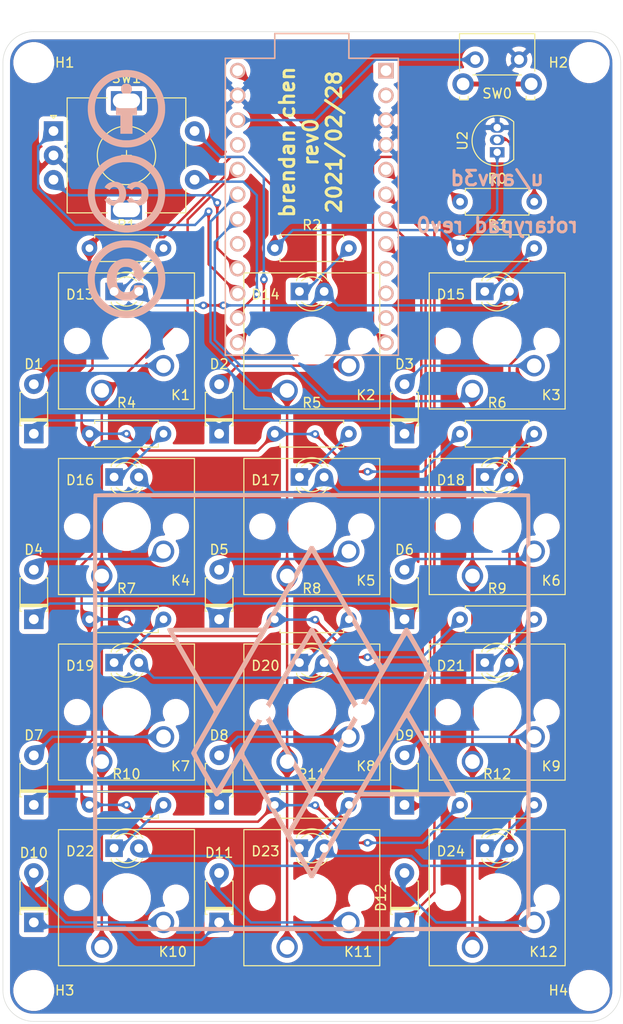
<source format=kicad_pcb>
(kicad_pcb (version 20171130) (host pcbnew "(5.1.9)-1")
  (layers (0 F.Cu signal) (31 B.Cu signal) (34 B.Paste user hide) (35 F.Paste user hide) (36 B.SilkS user) (37 F.SilkS user) (38 B.Mask user) (39 F.Mask user) (44 Edge.Cuts user))
  (net 0 "")
  (net 1 /row0)
  (net 2 "Net-(D1-Pad2)")
  (net 3 "Net-(D2-Pad2)")
  (net 4 "Net-(D3-Pad2)")
  (net 5 "Net-(D4-Pad2)")
  (net 6 /row1)
  (net 7 "Net-(D5-Pad2)")
  (net 8 "Net-(D6-Pad2)")
  (net 9 /row2)
  (net 10 "Net-(D7-Pad2)")
  (net 11 "Net-(D8-Pad2)")
  (net 12 "Net-(D9-Pad2)")
  (net 13 "Net-(D10-Pad2)")
  (net 14 /row3)
  (net 15 "Net-(D11-Pad2)")
  (net 16 "Net-(D12-Pad2)")
  (net 17 /col0)
  (net 18 /col1)
  (net 19 /col2)
  (net 20 "Net-(U1-Pad1)")
  (net 21 "Net-(U1-Pad2)")
  (net 22 "Net-(U1-Pad9)")
  (net 23 "Net-(U1-Pad10)")
  (net 24 "Net-(U1-Pad11)")
  (net 25 "Net-(U1-Pad17)")
  (net 26 "Net-(U1-Pad21)")
  (net 27 "Net-(D13-Pad2)")
  (net 28 "Net-(D13-Pad1)")
  (net 29 "Net-(D14-Pad1)")
  (net 30 "Net-(D15-Pad1)")
  (net 31 "Net-(D16-Pad1)")
  (net 32 "Net-(D17-Pad1)")
  (net 33 "Net-(D18-Pad1)")
  (net 34 "Net-(D19-Pad1)")
  (net 35 "Net-(D20-Pad1)")
  (net 36 "Net-(D21-Pad1)")
  (net 37 "Net-(D22-Pad1)")
  (net 38 "Net-(D23-Pad1)")
  (net 39 "Net-(D24-Pad1)")
  (net 40 "Net-(R0-Pad1)")
  (net 41 "Net-(R0-Pad2)")
  (net 42 "Net-(R1-Pad1)")
  (net 43 GND)
  (net 44 "Net-(SW0-Pad1)")
  (net 45 "Net-(SW1-PadS1)")
  (net 46 "Net-(SW1-PadS2)")
  (net 47 "Net-(SW1-PadB)")
  (net 48 "Net-(SW1-PadA)")
  (module icons:icon3 (layer B.Cu) (at 224.688114 108.739097 180)
    (fp_text reference G*** hide)
    (fp_text value LOGO hide)
  )
  (module cc:sa (layer B.Cu) (at 205.661771 64.29375 180)
    (fp_text reference G*** hide)
    (fp_text value LOGO hide)
  )
  (module cc:cc (layer B.Cu) (at 205.640828 55.5625 180)
    (fp_text reference G*** hide)
    (fp_text value LOGO hide)
  )
  (module cc:by (layer B.Cu) (at 205.640216 46.83125 180)
    (fp_text reference G*** hide)
    (fp_text value LOGO hide)
  )
  (module Rotary_Encoder:RotaryEncoder_Alps_EC11E-Switch_Vertical_H20mm (layer F.Cu) (at 198.144858 49.09375)
    (fp_text reference SW1 (at 7.499892 -5.4375) (layer F.SilkS))
    (fp_text value Rotary_Encoder_Switch)
    (pad A thru_hole rect (at 0 0) (size 2 2) (drill 1) (layers *.Cu *.Mask) (net 48 "Net-(SW1-PadA)"))
    (pad C thru_hole circle (at 0 2.5) (size 2 2) (drill 1) (layers *.Cu *.Mask) (net 43 GND))
    (pad B thru_hole circle (at 0 5) (size 2 2) (drill 1) (layers *.Cu *.Mask) (net 47 "Net-(SW1-PadB)"))
    (pad MP thru_hole rect (at 7.5 -3.1) (size 3.2 2) (drill oval 2.8 1.5) (layers *.Cu *.Mask))
    (pad MP thru_hole rect (at 7.5 8.1) (size 3.2 2) (drill oval 2.8 1.5) (layers *.Cu *.Mask))
    (pad S2 thru_hole circle (at 14.5 0) (size 2 2) (drill 1) (layers *.Cu *.Mask) (net 46 "Net-(SW1-PadS2)"))
    (pad S1 thru_hole circle (at 14.5 5) (size 2 2) (drill 1) (layers *.Cu *.Mask) (net 45 "Net-(SW1-PadS1)"))
  )
  (module Button_Switch_Keyboard:SW_Cherry_MX_1.00u_PCB (layer F.Cu) (at 203.10475 75.72375 180)
    (fp_text reference K1 (at -8.09625 -0.47625) (layer F.SilkS))
    (fp_text value KEYSW)
    (pad "" np_thru_hole circle (at 2.54 5.08 180) (size 1.7 1.7) (drill 1.7) (layers *.Cu *.Mask))
    (pad "" np_thru_hole circle (at -7.62 5.08 180) (size 1.7 1.7) (drill 1.7) (layers *.Cu *.Mask))
    (pad "" np_thru_hole circle (at -2.54 5.08 180) (size 4 4) (drill 4) (layers *.Cu *.Mask))
    (pad 2 thru_hole circle (at -6.35 2.54 180) (size 2.2 2.2) (drill 1.5) (layers *.Cu *.Mask) (net 2 "Net-(D1-Pad2)"))
    (pad 1 thru_hole circle (at 0 0 180) (size 2.2 2.2) (drill 1.5) (layers *.Cu *.Mask) (net 17 /col0))
  )
  (module Button_Switch_Keyboard:SW_Cherry_MX_1.00u_PCB (layer F.Cu) (at 222.15475 75.72375 180)
    (fp_text reference K2 (at -8.09625 -0.47625) (layer F.SilkS))
    (fp_text value KEYSW)
    (pad "" np_thru_hole circle (at 2.54 5.08 180) (size 1.7 1.7) (drill 1.7) (layers *.Cu *.Mask))
    (pad "" np_thru_hole circle (at -7.62 5.08 180) (size 1.7 1.7) (drill 1.7) (layers *.Cu *.Mask))
    (pad "" np_thru_hole circle (at -2.54 5.08 180) (size 4 4) (drill 4) (layers *.Cu *.Mask))
    (pad 2 thru_hole circle (at -6.35 2.54 180) (size 2.2 2.2) (drill 1.5) (layers *.Cu *.Mask) (net 3 "Net-(D2-Pad2)"))
    (pad 1 thru_hole circle (at 0 0 180) (size 2.2 2.2) (drill 1.5) (layers *.Cu *.Mask) (net 18 /col1))
  )
  (module Button_Switch_Keyboard:SW_Cherry_MX_1.00u_PCB (layer F.Cu) (at 241.20475 75.72375 180)
    (fp_text reference K3 (at -8.09625 -0.47625) (layer F.SilkS))
    (fp_text value KEYSW)
    (pad "" np_thru_hole circle (at 2.54 5.08 180) (size 1.7 1.7) (drill 1.7) (layers *.Cu *.Mask))
    (pad "" np_thru_hole circle (at -7.62 5.08 180) (size 1.7 1.7) (drill 1.7) (layers *.Cu *.Mask))
    (pad "" np_thru_hole circle (at -2.54 5.08 180) (size 4 4) (drill 4) (layers *.Cu *.Mask))
    (pad 2 thru_hole circle (at -6.35 2.54 180) (size 2.2 2.2) (drill 1.5) (layers *.Cu *.Mask) (net 4 "Net-(D3-Pad2)"))
    (pad 1 thru_hole circle (at 0 0 180) (size 2.2 2.2) (drill 1.5) (layers *.Cu *.Mask) (net 19 /col2))
  )
  (module Button_Switch_Keyboard:SW_Cherry_MX_1.00u_PCB (layer F.Cu) (at 203.10475 94.77375 180)
    (fp_text reference K4 (at -8.09625 -0.47625) (layer F.SilkS))
    (fp_text value KEYSW)
    (pad "" np_thru_hole circle (at 2.54 5.08 180) (size 1.7 1.7) (drill 1.7) (layers *.Cu *.Mask))
    (pad "" np_thru_hole circle (at -7.62 5.08 180) (size 1.7 1.7) (drill 1.7) (layers *.Cu *.Mask))
    (pad "" np_thru_hole circle (at -2.54 5.08 180) (size 4 4) (drill 4) (layers *.Cu *.Mask))
    (pad 2 thru_hole circle (at -6.35 2.54 180) (size 2.2 2.2) (drill 1.5) (layers *.Cu *.Mask) (net 5 "Net-(D4-Pad2)"))
    (pad 1 thru_hole circle (at 0 0 180) (size 2.2 2.2) (drill 1.5) (layers *.Cu *.Mask) (net 17 /col0))
  )
  (module Button_Switch_Keyboard:SW_Cherry_MX_1.00u_PCB (layer F.Cu) (at 222.15475 94.77375 180)
    (fp_text reference K5 (at -8.09625 -0.47625) (layer F.SilkS))
    (fp_text value KEYSW)
    (pad 1 thru_hole circle (at 0 0 180) (size 2.2 2.2) (drill 1.5) (layers *.Cu *.Mask) (net 18 /col1))
    (pad 2 thru_hole circle (at -6.35 2.54 180) (size 2.2 2.2) (drill 1.5) (layers *.Cu *.Mask) (net 7 "Net-(D5-Pad2)"))
    (pad "" np_thru_hole circle (at -2.54 5.08 180) (size 4 4) (drill 4) (layers *.Cu *.Mask))
    (pad "" np_thru_hole circle (at -7.62 5.08 180) (size 1.7 1.7) (drill 1.7) (layers *.Cu *.Mask))
    (pad "" np_thru_hole circle (at 2.54 5.08 180) (size 1.7 1.7) (drill 1.7) (layers *.Cu *.Mask))
  )
  (module Button_Switch_Keyboard:SW_Cherry_MX_1.00u_PCB (layer F.Cu) (at 241.20475 94.77375 180)
    (fp_text reference K6 (at -8.09625 -0.47625) (layer F.SilkS))
    (fp_text value KEYSW)
    (pad "" np_thru_hole circle (at 2.54 5.08 180) (size 1.7 1.7) (drill 1.7) (layers *.Cu *.Mask))
    (pad "" np_thru_hole circle (at -7.62 5.08 180) (size 1.7 1.7) (drill 1.7) (layers *.Cu *.Mask))
    (pad "" np_thru_hole circle (at -2.54 5.08 180) (size 4 4) (drill 4) (layers *.Cu *.Mask))
    (pad 2 thru_hole circle (at -6.35 2.54 180) (size 2.2 2.2) (drill 1.5) (layers *.Cu *.Mask) (net 8 "Net-(D6-Pad2)"))
    (pad 1 thru_hole circle (at 0 0 180) (size 2.2 2.2) (drill 1.5) (layers *.Cu *.Mask) (net 19 /col2))
  )
  (module Button_Switch_Keyboard:SW_Cherry_MX_1.00u_PCB (layer F.Cu) (at 203.10475 113.82375 180)
    (fp_text reference K7 (at -8.09625 -0.47625) (layer F.SilkS))
    (fp_text value KEYSW)
    (pad 1 thru_hole circle (at 0 0 180) (size 2.2 2.2) (drill 1.5) (layers *.Cu *.Mask) (net 17 /col0))
    (pad 2 thru_hole circle (at -6.35 2.54 180) (size 2.2 2.2) (drill 1.5) (layers *.Cu *.Mask) (net 10 "Net-(D7-Pad2)"))
    (pad "" np_thru_hole circle (at -2.54 5.08 180) (size 4 4) (drill 4) (layers *.Cu *.Mask))
    (pad "" np_thru_hole circle (at -7.62 5.08 180) (size 1.7 1.7) (drill 1.7) (layers *.Cu *.Mask))
    (pad "" np_thru_hole circle (at 2.54 5.08 180) (size 1.7 1.7) (drill 1.7) (layers *.Cu *.Mask))
  )
  (module Button_Switch_Keyboard:SW_Cherry_MX_1.00u_PCB (layer F.Cu) (at 222.15475 113.82375 180)
    (fp_text reference K8 (at -8.09625 -0.47625) (layer F.SilkS))
    (fp_text value KEYSW)
    (pad "" np_thru_hole circle (at 2.54 5.08 180) (size 1.7 1.7) (drill 1.7) (layers *.Cu *.Mask))
    (pad "" np_thru_hole circle (at -7.62 5.08 180) (size 1.7 1.7) (drill 1.7) (layers *.Cu *.Mask))
    (pad "" np_thru_hole circle (at -2.54 5.08 180) (size 4 4) (drill 4) (layers *.Cu *.Mask))
    (pad 2 thru_hole circle (at -6.35 2.54 180) (size 2.2 2.2) (drill 1.5) (layers *.Cu *.Mask) (net 11 "Net-(D8-Pad2)"))
    (pad 1 thru_hole circle (at 0 0 180) (size 2.2 2.2) (drill 1.5) (layers *.Cu *.Mask) (net 18 /col1))
  )
  (module Button_Switch_Keyboard:SW_Cherry_MX_1.00u_PCB (layer F.Cu) (at 241.20475 113.82375 180)
    (fp_text reference K9 (at -8.09625 -0.47625) (layer F.SilkS))
    (fp_text value KEYSW)
    (pad 1 thru_hole circle (at 0 0 180) (size 2.2 2.2) (drill 1.5) (layers *.Cu *.Mask) (net 19 /col2))
    (pad 2 thru_hole circle (at -6.35 2.54 180) (size 2.2 2.2) (drill 1.5) (layers *.Cu *.Mask) (net 12 "Net-(D9-Pad2)"))
    (pad "" np_thru_hole circle (at -2.54 5.08 180) (size 4 4) (drill 4) (layers *.Cu *.Mask))
    (pad "" np_thru_hole circle (at -7.62 5.08 180) (size 1.7 1.7) (drill 1.7) (layers *.Cu *.Mask))
    (pad "" np_thru_hole circle (at 2.54 5.08 180) (size 1.7 1.7) (drill 1.7) (layers *.Cu *.Mask))
  )
  (module Button_Switch_Keyboard:SW_Cherry_MX_1.00u_PCB (layer F.Cu) (at 203.10475 132.87375 180)
    (fp_text reference K10 (at -7.3025 -0.47625) (layer F.SilkS))
    (fp_text value KEYSW)
    (pad "" np_thru_hole circle (at 2.54 5.08 180) (size 1.7 1.7) (drill 1.7) (layers *.Cu *.Mask))
    (pad "" np_thru_hole circle (at -7.62 5.08 180) (size 1.7 1.7) (drill 1.7) (layers *.Cu *.Mask))
    (pad "" np_thru_hole circle (at -2.54 5.08 180) (size 4 4) (drill 4) (layers *.Cu *.Mask))
    (pad 2 thru_hole circle (at -6.35 2.54 180) (size 2.2 2.2) (drill 1.5) (layers *.Cu *.Mask) (net 13 "Net-(D10-Pad2)"))
    (pad 1 thru_hole circle (at 0 0 180) (size 2.2 2.2) (drill 1.5) (layers *.Cu *.Mask) (net 17 /col0))
  )
  (module Button_Switch_Keyboard:SW_Cherry_MX_1.00u_PCB (layer F.Cu) (at 222.15475 132.87375 180)
    (fp_text reference K11 (at -7.3025 -0.47625) (layer F.SilkS))
    (fp_text value KEYSW)
    (pad "" np_thru_hole circle (at 2.54 5.08 180) (size 1.7 1.7) (drill 1.7) (layers *.Cu *.Mask))
    (pad "" np_thru_hole circle (at -7.62 5.08 180) (size 1.7 1.7) (drill 1.7) (layers *.Cu *.Mask))
    (pad "" np_thru_hole circle (at -2.54 5.08 180) (size 4 4) (drill 4) (layers *.Cu *.Mask))
    (pad 2 thru_hole circle (at -6.35 2.54 180) (size 2.2 2.2) (drill 1.5) (layers *.Cu *.Mask) (net 15 "Net-(D11-Pad2)"))
    (pad 1 thru_hole circle (at 0 0 180) (size 2.2 2.2) (drill 1.5) (layers *.Cu *.Mask) (net 18 /col1))
  )
  (module Button_Switch_Keyboard:SW_Cherry_MX_1.00u_PCB (layer F.Cu) (at 241.20475 132.87375 180)
    (fp_text reference K12 (at -7.3025 -0.47625) (layer F.SilkS))
    (fp_text value KEYSW)
    (pad 1 thru_hole circle (at 0 0 180) (size 2.2 2.2) (drill 1.5) (layers *.Cu *.Mask) (net 19 /col2))
    (pad 2 thru_hole circle (at -6.35 2.54 180) (size 2.2 2.2) (drill 1.5) (layers *.Cu *.Mask) (net 16 "Net-(D12-Pad2)"))
    (pad "" np_thru_hole circle (at -2.54 5.08 180) (size 4 4) (drill 4) (layers *.Cu *.Mask))
    (pad "" np_thru_hole circle (at -7.62 5.08 180) (size 1.7 1.7) (drill 1.7) (layers *.Cu *.Mask))
    (pad "" np_thru_hole circle (at 2.54 5.08 180) (size 1.7 1.7) (drill 1.7) (layers *.Cu *.Mask))
  )
  (module promicro:ProMicro (layer B.Cu) (at 224.69475 56.865 270)
    (fp_text reference U1 hide)
    (fp_text value ProMicro)
    (pad 24 thru_hole circle (at -13.97 7.62 270) (size 1.6 1.6) (drill 1.1) (layers *.Cu *.Mask B.SilkS) (net 27 "Net-(D13-Pad2)"))
    (pad 23 thru_hole circle (at -11.43 7.62 270) (size 1.6 1.6) (drill 1.1) (layers *.Cu *.Mask B.SilkS) (net 43 GND))
    (pad 22 thru_hole circle (at -8.89 7.62 270) (size 1.6 1.6) (drill 1.1) (layers *.Cu *.Mask B.SilkS) (net 44 "Net-(SW0-Pad1)"))
    (pad 21 thru_hole circle (at -6.35 7.62 270) (size 1.6 1.6) (drill 1.1) (layers *.Cu *.Mask B.SilkS) (net 26 "Net-(U1-Pad21)"))
    (pad 20 thru_hole circle (at -3.81 7.62 270) (size 1.6 1.6) (drill 1.1) (layers *.Cu *.Mask B.SilkS) (net 17 /col0))
    (pad 19 thru_hole circle (at -1.27 7.62 270) (size 1.6 1.6) (drill 1.1) (layers *.Cu *.Mask B.SilkS) (net 18 /col1))
    (pad 18 thru_hole circle (at 1.27 7.62 270) (size 1.6 1.6) (drill 1.1) (layers *.Cu *.Mask B.SilkS) (net 19 /col2))
    (pad 17 thru_hole circle (at 3.81 7.62 270) (size 1.6 1.6) (drill 1.1) (layers *.Cu *.Mask B.SilkS) (net 25 "Net-(U1-Pad17)"))
    (pad 16 thru_hole circle (at 6.35 7.62 270) (size 1.6 1.6) (drill 1.1) (layers *.Cu *.Mask B.SilkS) (net 47 "Net-(SW1-PadB)"))
    (pad 15 thru_hole circle (at 8.89 7.62 270) (size 1.6 1.6) (drill 1.1) (layers *.Cu *.Mask B.SilkS) (net 48 "Net-(SW1-PadA)"))
    (pad 14 thru_hole circle (at 11.43 7.62 270) (size 1.6 1.6) (drill 1.1) (layers *.Cu *.Mask B.SilkS) (net 45 "Net-(SW1-PadS1)"))
    (pad 13 thru_hole circle (at 13.97 7.62 270) (size 1.6 1.6) (drill 1.1) (layers *.Cu *.Mask B.SilkS) (net 46 "Net-(SW1-PadS2)"))
    (pad 12 thru_hole circle (at 13.97 -7.62 270) (size 1.6 1.6) (drill 1.1) (layers *.Cu *.Mask B.SilkS) (net 40 "Net-(R0-Pad1)"))
    (pad 11 thru_hole circle (at 11.43 -7.62 270) (size 1.6 1.6) (drill 1.1) (layers *.Cu *.Mask B.SilkS) (net 24 "Net-(U1-Pad11)"))
    (pad 10 thru_hole circle (at 8.89 -7.62 270) (size 1.6 1.6) (drill 1.1) (layers *.Cu *.Mask B.SilkS) (net 23 "Net-(U1-Pad10)"))
    (pad 9 thru_hole circle (at 6.35 -7.62 270) (size 1.6 1.6) (drill 1.1) (layers *.Cu *.Mask B.SilkS) (net 22 "Net-(U1-Pad9)"))
    (pad 8 thru_hole circle (at 3.81 -7.62 270) (size 1.6 1.6) (drill 1.1) (layers *.Cu *.Mask B.SilkS) (net 1 /row0))
    (pad 7 thru_hole circle (at 1.27 -7.62 270) (size 1.6 1.6) (drill 1.1) (layers *.Cu *.Mask B.SilkS) (net 6 /row1))
    (pad 6 thru_hole circle (at -1.27 -7.62 270) (size 1.6 1.6) (drill 1.1) (layers *.Cu *.Mask B.SilkS) (net 9 /row2))
    (pad 5 thru_hole circle (at -3.81 -7.62 270) (size 1.6 1.6) (drill 1.1) (layers *.Cu *.Mask B.SilkS) (net 14 /row3))
    (pad 4 thru_hole circle (at -6.35 -7.62 270) (size 1.6 1.6) (drill 1.1) (layers *.Cu *.Mask B.SilkS) (net 43 GND))
    (pad 3 thru_hole circle (at -8.89 -7.62 270) (size 1.6 1.6) (drill 1.1) (layers *.Cu *.Mask B.SilkS) (net 43 GND))
    (pad 2 thru_hole circle (at -11.43 -7.62 270) (size 1.6 1.6) (drill 1.1) (layers *.Cu *.Mask B.SilkS) (net 21 "Net-(U1-Pad2)"))
    (pad 1 thru_hole rect (at -13.97 -7.62 270) (size 1.6 1.6) (drill 1.1) (layers *.Cu *.Mask B.SilkS) (net 20 "Net-(U1-Pad1)"))
  )
  (module LED_THT:LED_D3.0mm (layer F.Cu) (at 204.36975 65.56375)
    (fp_text reference D13 (at -3.4875 0.3175) (layer F.SilkS))
    (fp_text value LED)
    (pad 2 thru_hole circle (at 2.54 0) (size 1.8 1.8) (drill 0.9) (layers *.Cu *.Mask) (net 27 "Net-(D13-Pad2)"))
    (pad 1 thru_hole rect (at 0 0) (size 1.8 1.8) (drill 0.9) (layers *.Cu *.Mask) (net 28 "Net-(D13-Pad1)"))
  )
  (module LED_THT:LED_D3.0mm (layer F.Cu) (at 223.41975 65.56375)
    (fp_text reference D14 (at -3.4875 0.3175) (layer F.SilkS))
    (fp_text value LED)
    (pad 1 thru_hole rect (at 0 0) (size 1.8 1.8) (drill 0.9) (layers *.Cu *.Mask) (net 29 "Net-(D14-Pad1)"))
    (pad 2 thru_hole circle (at 2.54 0) (size 1.8 1.8) (drill 0.9) (layers *.Cu *.Mask) (net 27 "Net-(D13-Pad2)"))
  )
  (module LED_THT:LED_D3.0mm (layer F.Cu) (at 242.46975 65.56375)
    (fp_text reference D15 (at -3.4875 0.3175) (layer F.SilkS))
    (fp_text value LED)
    (pad 2 thru_hole circle (at 2.54 0) (size 1.8 1.8) (drill 0.9) (layers *.Cu *.Mask) (net 27 "Net-(D13-Pad2)"))
    (pad 1 thru_hole rect (at 0 0) (size 1.8 1.8) (drill 0.9) (layers *.Cu *.Mask) (net 30 "Net-(D15-Pad1)"))
  )
  (module LED_THT:LED_D3.0mm (layer F.Cu) (at 204.36975 84.61375)
    (fp_text reference D16 (at -3.4875 0.3175) (layer F.SilkS))
    (fp_text value LED)
    (pad 1 thru_hole rect (at 0 0) (size 1.8 1.8) (drill 0.9) (layers *.Cu *.Mask) (net 31 "Net-(D16-Pad1)"))
    (pad 2 thru_hole circle (at 2.54 0) (size 1.8 1.8) (drill 0.9) (layers *.Cu *.Mask) (net 27 "Net-(D13-Pad2)"))
  )
  (module LED_THT:LED_D3.0mm (layer F.Cu) (at 223.41975 84.61375)
    (fp_text reference D17 (at -3.4875 0.3175) (layer F.SilkS))
    (fp_text value LED)
    (pad 2 thru_hole circle (at 2.54 0) (size 1.8 1.8) (drill 0.9) (layers *.Cu *.Mask) (net 27 "Net-(D13-Pad2)"))
    (pad 1 thru_hole rect (at 0 0) (size 1.8 1.8) (drill 0.9) (layers *.Cu *.Mask) (net 32 "Net-(D17-Pad1)"))
  )
  (module LED_THT:LED_D3.0mm (layer F.Cu) (at 242.46975 84.61375)
    (fp_text reference D18 (at -3.4875 0.3175) (layer F.SilkS))
    (fp_text value LED)
    (pad 1 thru_hole rect (at 0 0) (size 1.8 1.8) (drill 0.9) (layers *.Cu *.Mask) (net 33 "Net-(D18-Pad1)"))
    (pad 2 thru_hole circle (at 2.54 0) (size 1.8 1.8) (drill 0.9) (layers *.Cu *.Mask) (net 27 "Net-(D13-Pad2)"))
  )
  (module LED_THT:LED_D3.0mm (layer F.Cu) (at 204.36975 103.66375)
    (fp_text reference D19 (at -3.4875 0.3175) (layer F.SilkS))
    (fp_text value LED)
    (pad 2 thru_hole circle (at 2.54 0) (size 1.8 1.8) (drill 0.9) (layers *.Cu *.Mask) (net 27 "Net-(D13-Pad2)"))
    (pad 1 thru_hole rect (at 0 0) (size 1.8 1.8) (drill 0.9) (layers *.Cu *.Mask) (net 34 "Net-(D19-Pad1)"))
  )
  (module LED_THT:LED_D3.0mm (layer F.Cu) (at 223.41975 103.66375)
    (fp_text reference D20 (at -3.4875 0.3175) (layer F.SilkS))
    (fp_text value LED)
    (pad 1 thru_hole rect (at 0 0) (size 1.8 1.8) (drill 0.9) (layers *.Cu *.Mask) (net 35 "Net-(D20-Pad1)"))
    (pad 2 thru_hole circle (at 2.54 0) (size 1.8 1.8) (drill 0.9) (layers *.Cu *.Mask) (net 27 "Net-(D13-Pad2)"))
  )
  (module LED_THT:LED_D3.0mm (layer F.Cu) (at 242.46975 103.66375)
    (fp_text reference D21 (at -3.4875 0.3175) (layer F.SilkS))
    (fp_text value LED)
    (pad 2 thru_hole circle (at 2.54 0) (size 1.8 1.8) (drill 0.9) (layers *.Cu *.Mask) (net 27 "Net-(D13-Pad2)"))
    (pad 1 thru_hole rect (at 0 0) (size 1.8 1.8) (drill 0.9) (layers *.Cu *.Mask) (net 36 "Net-(D21-Pad1)"))
  )
  (module LED_THT:LED_D3.0mm (layer F.Cu) (at 204.36975 122.71375)
    (fp_text reference D22 (at -3.4875 0.3175) (layer F.SilkS))
    (fp_text value LED)
    (pad 1 thru_hole rect (at 0 0) (size 1.8 1.8) (drill 0.9) (layers *.Cu *.Mask) (net 37 "Net-(D22-Pad1)"))
    (pad 2 thru_hole circle (at 2.54 0) (size 1.8 1.8) (drill 0.9) (layers *.Cu *.Mask) (net 27 "Net-(D13-Pad2)"))
  )
  (module LED_THT:LED_D3.0mm (layer F.Cu) (at 223.41975 122.71375)
    (fp_text reference D23 (at -3.4875 0.3175) (layer F.SilkS))
    (fp_text value LED)
    (pad 1 thru_hole rect (at 0 0) (size 1.8 1.8) (drill 0.9) (layers *.Cu *.Mask) (net 38 "Net-(D23-Pad1)"))
    (pad 2 thru_hole circle (at 2.54 0) (size 1.8 1.8) (drill 0.9) (layers *.Cu *.Mask) (net 27 "Net-(D13-Pad2)"))
  )
  (module LED_THT:LED_D3.0mm (layer F.Cu) (at 242.46975 122.71375)
    (fp_text reference D24 (at -3.4875 0.3175) (layer F.SilkS))
    (fp_text value LED)
    (pad 2 thru_hole circle (at 2.54 0) (size 1.8 1.8) (drill 0.9) (layers *.Cu *.Mask) (net 27 "Net-(D13-Pad2)"))
    (pad 1 thru_hole rect (at 0 0) (size 1.8 1.8) (drill 0.9) (layers *.Cu *.Mask) (net 39 "Net-(D24-Pad1)"))
  )
  (module Resistor_THT:R_Axial_DIN0207_L6.3mm_D2.5mm_P7.62mm_Horizontal (layer F.Cu) (at 239.93475 56.35625)
    (fp_text reference R0 (at 3.81 -2.37) (layer F.SilkS))
    (fp_text value 2k)
    (pad 1 thru_hole circle (at 0 0) (size 1.6 1.6) (drill 0.8) (layers *.Cu *.Mask) (net 40 "Net-(R0-Pad1)"))
    (pad 2 thru_hole oval (at 7.62 0) (size 1.6 1.6) (drill 0.8) (layers *.Cu *.Mask) (net 41 "Net-(R0-Pad2)"))
  )
  (module Resistor_THT:R_Axial_DIN0207_L6.3mm_D2.5mm_P7.62mm_Horizontal (layer F.Cu) (at 201.83475 61.11875)
    (fp_text reference R1 (at 3.81 -2.37) (layer F.SilkS))
    (fp_text value 51ohm)
    (pad 2 thru_hole oval (at 7.62 0) (size 1.6 1.6) (drill 0.8) (layers *.Cu *.Mask) (net 28 "Net-(D13-Pad1)"))
    (pad 1 thru_hole circle (at 0 0) (size 1.6 1.6) (drill 0.8) (layers *.Cu *.Mask) (net 42 "Net-(R1-Pad1)"))
  )
  (module Resistor_THT:R_Axial_DIN0207_L6.3mm_D2.5mm_P7.62mm_Horizontal (layer F.Cu) (at 220.88475 61.11875)
    (fp_text reference R2 (at 3.81 -2.37) (layer F.SilkS))
    (fp_text value 51ohm)
    (pad 1 thru_hole circle (at 0 0) (size 1.6 1.6) (drill 0.8) (layers *.Cu *.Mask) (net 42 "Net-(R1-Pad1)"))
    (pad 2 thru_hole oval (at 7.62 0) (size 1.6 1.6) (drill 0.8) (layers *.Cu *.Mask) (net 29 "Net-(D14-Pad1)"))
  )
  (module Resistor_THT:R_Axial_DIN0207_L6.3mm_D2.5mm_P7.62mm_Horizontal (layer F.Cu) (at 239.93475 61.11875)
    (fp_text reference R3 (at 3.81 -2.37) (layer F.SilkS))
    (fp_text value 51ohm)
    (pad 1 thru_hole circle (at 0 0) (size 1.6 1.6) (drill 0.8) (layers *.Cu *.Mask) (net 42 "Net-(R1-Pad1)"))
    (pad 2 thru_hole oval (at 7.62 0) (size 1.6 1.6) (drill 0.8) (layers *.Cu *.Mask) (net 30 "Net-(D15-Pad1)"))
  )
  (module Resistor_THT:R_Axial_DIN0207_L6.3mm_D2.5mm_P7.62mm_Horizontal (layer F.Cu) (at 201.83475 80.16875)
    (fp_text reference R4 (at 3.81 -3.175) (layer F.SilkS))
    (fp_text value 51ohm)
    (pad 2 thru_hole oval (at 7.62 0) (size 1.6 1.6) (drill 0.8) (layers *.Cu *.Mask) (net 31 "Net-(D16-Pad1)"))
    (pad 1 thru_hole circle (at 0 0) (size 1.6 1.6) (drill 0.8) (layers *.Cu *.Mask) (net 42 "Net-(R1-Pad1)"))
  )
  (module Resistor_THT:R_Axial_DIN0207_L6.3mm_D2.5mm_P7.62mm_Horizontal (layer F.Cu) (at 220.88475 80.16875)
    (fp_text reference R5 (at 3.81 -3.175) (layer F.SilkS))
    (fp_text value 51ohm)
    (pad 1 thru_hole circle (at 0 0) (size 1.6 1.6) (drill 0.8) (layers *.Cu *.Mask) (net 42 "Net-(R1-Pad1)"))
    (pad 2 thru_hole oval (at 7.62 0) (size 1.6 1.6) (drill 0.8) (layers *.Cu *.Mask) (net 32 "Net-(D17-Pad1)"))
  )
  (module Resistor_THT:R_Axial_DIN0207_L6.3mm_D2.5mm_P7.62mm_Horizontal (layer F.Cu) (at 239.93475 80.16875)
    (fp_text reference R6 (at 3.81 -3.175) (layer F.SilkS))
    (fp_text value 51ohm)
    (pad 2 thru_hole oval (at 7.62 0) (size 1.6 1.6) (drill 0.8) (layers *.Cu *.Mask) (net 33 "Net-(D18-Pad1)"))
    (pad 1 thru_hole circle (at 0 0) (size 1.6 1.6) (drill 0.8) (layers *.Cu *.Mask) (net 42 "Net-(R1-Pad1)"))
  )
  (module Resistor_THT:R_Axial_DIN0207_L6.3mm_D2.5mm_P7.62mm_Horizontal (layer F.Cu) (at 201.83475 99.21875)
    (fp_text reference R7 (at 3.81 -3.16375) (layer F.SilkS))
    (fp_text value 51ohm)
    (pad 1 thru_hole circle (at 0 0) (size 1.6 1.6) (drill 0.8) (layers *.Cu *.Mask) (net 42 "Net-(R1-Pad1)"))
    (pad 2 thru_hole oval (at 7.62 0) (size 1.6 1.6) (drill 0.8) (layers *.Cu *.Mask) (net 34 "Net-(D19-Pad1)"))
  )
  (module Resistor_THT:R_Axial_DIN0207_L6.3mm_D2.5mm_P7.62mm_Horizontal (layer F.Cu) (at 220.88475 99.21875)
    (fp_text reference R8 (at 3.81 -3.16375) (layer F.SilkS))
    (fp_text value 51ohm)
    (pad 2 thru_hole oval (at 7.62 0) (size 1.6 1.6) (drill 0.8) (layers *.Cu *.Mask) (net 35 "Net-(D20-Pad1)"))
    (pad 1 thru_hole circle (at 0 0) (size 1.6 1.6) (drill 0.8) (layers *.Cu *.Mask) (net 42 "Net-(R1-Pad1)"))
  )
  (module Resistor_THT:R_Axial_DIN0207_L6.3mm_D2.5mm_P7.62mm_Horizontal (layer F.Cu) (at 239.93475 99.21875)
    (fp_text reference R9 (at 3.81 -3.16375) (layer F.SilkS))
    (fp_text value 51ohm)
    (pad 2 thru_hole oval (at 7.62 0) (size 1.6 1.6) (drill 0.8) (layers *.Cu *.Mask) (net 36 "Net-(D21-Pad1)"))
    (pad 1 thru_hole circle (at 0 0) (size 1.6 1.6) (drill 0.8) (layers *.Cu *.Mask) (net 42 "Net-(R1-Pad1)"))
  )
  (module Resistor_THT:R_Axial_DIN0207_L6.3mm_D2.5mm_P7.62mm_Horizontal (layer F.Cu) (at 201.83475 118.26875)
    (fp_text reference R10 (at 3.81 -3.16375) (layer F.SilkS))
    (fp_text value 51ohm)
    (pad 1 thru_hole circle (at 0 0) (size 1.6 1.6) (drill 0.8) (layers *.Cu *.Mask) (net 42 "Net-(R1-Pad1)"))
    (pad 2 thru_hole oval (at 7.62 0) (size 1.6 1.6) (drill 0.8) (layers *.Cu *.Mask) (net 37 "Net-(D22-Pad1)"))
  )
  (module Resistor_THT:R_Axial_DIN0207_L6.3mm_D2.5mm_P7.62mm_Horizontal (layer F.Cu) (at 220.88475 118.26875)
    (fp_text reference R11 (at 3.81 -3.16375) (layer F.SilkS))
    (fp_text value 51ohm)
    (pad 2 thru_hole oval (at 7.62 0) (size 1.6 1.6) (drill 0.8) (layers *.Cu *.Mask) (net 38 "Net-(D23-Pad1)"))
    (pad 1 thru_hole circle (at 0 0) (size 1.6 1.6) (drill 0.8) (layers *.Cu *.Mask) (net 42 "Net-(R1-Pad1)"))
  )
  (module Resistor_THT:R_Axial_DIN0207_L6.3mm_D2.5mm_P7.62mm_Horizontal (layer F.Cu) (at 239.93475 118.26875)
    (fp_text reference R12 (at 3.81 -3.16375) (layer F.SilkS))
    (fp_text value 51ohm)
    (pad 1 thru_hole circle (at 0 0) (size 1.6 1.6) (drill 0.8) (layers *.Cu *.Mask) (net 42 "Net-(R1-Pad1)"))
    (pad 2 thru_hole oval (at 7.62 0) (size 1.6 1.6) (drill 0.8) (layers *.Cu *.Mask) (net 39 "Net-(D24-Pad1)"))
  )
  (module Button_Switch_THT:SW_Tactile_SKHH_Angled (layer F.Cu) (at 241.49475 41.76875)
    (fp_text reference SW0 (at 2.25 3.475) (layer F.SilkS))
    (fp_text value SW_Push)
    (pad 1 thru_hole circle (at 0 0 180) (size 1.7 1.7) (drill 1) (layers *.Cu *.Mask) (net 44 "Net-(SW0-Pad1)"))
    (pad 2 thru_hole circle (at 4.5 0 180) (size 1.7 1.7) (drill 1) (layers *.Cu *.Mask) (net 43 GND))
    (pad "" thru_hole circle (at -1.25 2.5 180) (size 2.2 2.2) (drill 1.3) (layers *.Cu *.Mask))
    (pad "" thru_hole circle (at 5.75 2.5 180) (size 2.2 2.2) (drill 1.3) (layers *.Cu *.Mask))
  )
  (module Package_TO_SOT_THT:TO-92L_Inline (layer F.Cu) (at 243.74475 51.27625 90)
    (fp_text reference U2 (at 1.19 -3.56 90) (layer F.SilkS))
    (fp_text value MC34064P)
    (pad 2 thru_hole oval (at 1.27 0 90) (size 1.05 1.5) (drill 0.75) (layers *.Cu *.Mask) (net 41 "Net-(R0-Pad2)"))
    (pad 3 thru_hole oval (at 2.54 0 90) (size 1.05 1.5) (drill 0.75) (layers *.Cu *.Mask) (net 43 GND))
    (pad 1 thru_hole rect (at 0 0 90) (size 1.05 1.5) (drill 0.75) (layers *.Cu *.Mask) (net 42 "Net-(R1-Pad1)"))
  )
  (module Diode_THT:D_T-1_P5.08mm_Horizontal (layer F.Cu) (at 196.11975 80.16875 90)
    (fp_text reference D1 (at 7.14375 0 180) (layer F.SilkS))
    (fp_text value D)
    (pad 1 thru_hole rect (at 0 0 90) (size 2 2) (drill 1) (layers *.Cu *.Mask) (net 1 /row0))
    (pad 2 thru_hole oval (at 5.08 0 90) (size 2 2) (drill 1) (layers *.Cu *.Mask) (net 2 "Net-(D1-Pad2)"))
  )
  (module Diode_THT:D_T-1_P5.08mm_Horizontal (layer F.Cu) (at 215.16975 80.16875 90)
    (fp_text reference D2 (at 7.14375 0 180) (layer F.SilkS))
    (fp_text value D)
    (pad 1 thru_hole rect (at 0 0 90) (size 2 2) (drill 1) (layers *.Cu *.Mask) (net 1 /row0))
    (pad 2 thru_hole oval (at 5.08 0 90) (size 2 2) (drill 1) (layers *.Cu *.Mask) (net 3 "Net-(D2-Pad2)"))
  )
  (module Diode_THT:D_T-1_P5.08mm_Horizontal (layer F.Cu) (at 234.21975 80.16875 90)
    (fp_text reference D3 (at 7.14375 0 180) (layer F.SilkS))
    (fp_text value D)
    (pad 2 thru_hole oval (at 5.08 0 90) (size 2 2) (drill 1) (layers *.Cu *.Mask) (net 4 "Net-(D3-Pad2)"))
    (pad 1 thru_hole rect (at 0 0 90) (size 2 2) (drill 1) (layers *.Cu *.Mask) (net 1 /row0))
  )
  (module Diode_THT:D_T-1_P5.08mm_Horizontal (layer F.Cu) (at 196.11975 99.21875 90)
    (fp_text reference D4 (at 7.14375 0) (layer F.SilkS))
    (fp_text value D)
    (pad 1 thru_hole rect (at 0 0 90) (size 2 2) (drill 1) (layers *.Cu *.Mask) (net 6 /row1))
    (pad 2 thru_hole oval (at 5.08 0 90) (size 2 2) (drill 1) (layers *.Cu *.Mask) (net 5 "Net-(D4-Pad2)"))
  )
  (module Diode_THT:D_T-1_P5.08mm_Horizontal (layer F.Cu) (at 215.16975 99.21875 90)
    (fp_text reference D5 (at 7.14375 0 180) (layer F.SilkS))
    (fp_text value D)
    (pad 2 thru_hole oval (at 5.08 0 90) (size 2 2) (drill 1) (layers *.Cu *.Mask) (net 7 "Net-(D5-Pad2)"))
    (pad 1 thru_hole rect (at 0 0 90) (size 2 2) (drill 1) (layers *.Cu *.Mask) (net 6 /row1))
  )
  (module Diode_THT:D_T-1_P5.08mm_Horizontal (layer F.Cu) (at 234.21975 99.21875 90)
    (fp_text reference D6 (at 7.14375 0 180) (layer F.SilkS))
    (fp_text value D)
    (pad 1 thru_hole rect (at 0 0 90) (size 2 2) (drill 1) (layers *.Cu *.Mask) (net 6 /row1))
    (pad 2 thru_hole oval (at 5.08 0 90) (size 2 2) (drill 1) (layers *.Cu *.Mask) (net 8 "Net-(D6-Pad2)"))
  )
  (module Diode_THT:D_T-1_P5.08mm_Horizontal (layer F.Cu) (at 196.11975 118.26875 90)
    (fp_text reference D7 (at 7.14375 0 180) (layer F.SilkS))
    (fp_text value D)
    (pad 2 thru_hole oval (at 5.08 0 90) (size 2 2) (drill 1) (layers *.Cu *.Mask) (net 10 "Net-(D7-Pad2)"))
    (pad 1 thru_hole rect (at 0 0 90) (size 2 2) (drill 1) (layers *.Cu *.Mask) (net 9 /row2))
  )
  (module Diode_THT:D_T-1_P5.08mm_Horizontal (layer F.Cu) (at 215.16975 118.26875 90)
    (fp_text reference D8 (at 7.14375 0 180) (layer F.SilkS))
    (fp_text value D)
    (pad 1 thru_hole rect (at 0 0 90) (size 2 2) (drill 1) (layers *.Cu *.Mask) (net 9 /row2))
    (pad 2 thru_hole oval (at 5.08 0 90) (size 2 2) (drill 1) (layers *.Cu *.Mask) (net 11 "Net-(D8-Pad2)"))
  )
  (module Diode_THT:D_T-1_P5.08mm_Horizontal (layer F.Cu) (at 234.21975 118.26875 90)
    (fp_text reference D9 (at 7.14375 0 180) (layer F.SilkS))
    (fp_text value D)
    (pad 2 thru_hole oval (at 5.08 0 90) (size 2 2) (drill 1) (layers *.Cu *.Mask) (net 12 "Net-(D9-Pad2)"))
    (pad 1 thru_hole rect (at 0 0 90) (size 2 2) (drill 1) (layers *.Cu *.Mask) (net 9 /row2))
  )
  (module Diode_THT:D_T-1_P5.08mm_Horizontal (layer F.Cu) (at 196.11975 130.33375 90)
    (fp_text reference D10 (at 7.14375 0 180) (layer F.SilkS))
    (fp_text value D)
    (pad 1 thru_hole rect (at 0 0 90) (size 2 2) (drill 1) (layers *.Cu *.Mask) (net 14 /row3))
    (pad 2 thru_hole oval (at 5.08 0 90) (size 2 2) (drill 1) (layers *.Cu *.Mask) (net 13 "Net-(D10-Pad2)"))
  )
  (module Diode_THT:D_T-1_P5.08mm_Horizontal (layer F.Cu) (at 215.16975 130.33375 90)
    (fp_text reference D11 (at 7.14375 0 180) (layer F.SilkS))
    (fp_text value D)
    (pad 2 thru_hole oval (at 5.08 0 90) (size 2 2) (drill 1) (layers *.Cu *.Mask) (net 15 "Net-(D11-Pad2)"))
    (pad 1 thru_hole rect (at 0 0 90) (size 2 2) (drill 1) (layers *.Cu *.Mask) (net 14 /row3))
  )
  (module Diode_THT:D_T-1_P5.08mm_Horizontal (layer F.Cu) (at 234.21975 130.33375 90)
    (fp_text reference D12 (at 2.54 -2.42 90) (layer F.SilkS))
    (fp_text value D)
    (pad 2 thru_hole oval (at 5.08 0 90) (size 2 2) (drill 1) (layers *.Cu *.Mask) (net 16 "Net-(D12-Pad2)"))
    (pad 1 thru_hole rect (at 0 0 90) (size 2 2) (drill 1) (layers *.Cu *.Mask) (net 14 /row3))
  )
  (module MountingHole:MountingHole_3.2mm_M3 (layer F.Cu) (at 196.11975 42.06875)
    (fp_text reference H1 (at 3.175 0) (layer F.SilkS))
    (fp_text value MountingHole)
    (pad 1 np_thru_hole circle (at 0 0) (size 3.2 3.2) (drill 3.2) (layers *.Cu *.Mask))
  )
  (module MountingHole:MountingHole_3.2mm_M3 (layer F.Cu) (at 253.20625 42.06875)
    (fp_text reference H2 (at -3.175 0) (layer F.SilkS))
    (fp_text value MountingHole)
    (pad 1 np_thru_hole circle (at 0 0) (size 3.2 3.2) (drill 3.2) (layers *.Cu *.Mask))
  )
  (module MountingHole:MountingHole_3.2mm_M3 (layer F.Cu) (at 196.11975 137.31875)
    (fp_text reference H3 (at 3.175 0) (layer F.SilkS))
    (fp_text value MountingHole)
    (pad 1 np_thru_hole circle (at 0 0) (size 3.2 3.2) (drill 3.2) (layers *.Cu *.Mask))
  )
  (module MountingHole:MountingHole_3.2mm_M3 (layer F.Cu) (at 253.20625 137.31875)
    (fp_text reference H4 (at -3.175 0) (layer F.SilkS))
    (fp_text value MountingHole)
    (pad 1 np_thru_hole circle (at 0 0) (size 3.2 3.2) (drill 3.2) (layers *.Cu *.Mask))
  )
  (gr_text "u/anv3d\n\nrotarypad rev0" (at 243.74475 56.35625) (layer B.SilkS) (effects (font (size 1.5 1.5) (thickness 0.3)) (justify mirror)))
  (gr_text "brendan chen\nrev0\n2021/02/28" (at 224.57475 50.2285 90) (layer F.SilkS) (effects (font (size 1.5 1.5) (thickness 0.3))))
  (gr_arc (start 253.26975 42.06875) (end 256.44475 42.06875) (angle -90) (layer Edge.Cuts) (width 0.05))
  (gr_arc (start 196.11975 42.06875) (end 196.11975 38.89375) (angle -90) (layer Edge.Cuts) (width 0.05))
  (gr_arc (start 196.11975 137.31875) (end 192.94475 137.31875) (angle -90) (layer Edge.Cuts) (width 0.05))
  (gr_arc (start 253.26975 137.31875) (end 253.26975 140.49375) (angle -90) (layer Edge.Cuts) (width 0.05))
  (gr_line (start 256.44475 137.31875) (end 256.44475 42.06875) (layer Edge.Cuts) (width 0.05))
  (gr_line (start 196.11975 140.49375) (end 253.26975 140.49375) (layer Edge.Cuts) (width 0.05))
  (gr_line (start 192.94475 42.06875) (end 192.94475 137.31875) (layer Edge.Cuts) (width 0.05))
  (gr_line (start 253.26975 38.89375) (end 196.11975 38.89375) (layer Edge.Cuts) (width 0.05))
  (segment (start 205.644858 45.99375) (end 205.644858 57.19375) (width 0.5) (layer F.Cu) (net 0))
  (segment (start 240.24475 44.26875) (end 247.24475 44.26875) (width 0.5) (layer F.Cu) (net 0))
  (segment (start 235.944751 64.305001) (end 232.31475 60.675) (width 0.25) (layer F.Cu) (net 1))
  (segment (start 235.944751 78.443749) (end 235.944751 64.305001) (width 0.25) (layer F.Cu) (net 1))
  (segment (start 234.21975 80.16875) (end 235.944751 78.443749) (width 0.25) (layer F.Cu) (net 1))
  (segment (start 213.8045 78.8035) (end 215.16975 80.16875) (width 0.25) (layer B.Cu) (net 1))
  (segment (start 197.485 78.8035) (end 213.8045 78.8035) (width 0.25) (layer B.Cu) (net 1))
  (segment (start 196.11975 80.16875) (end 197.485 78.8035) (width 0.25) (layer B.Cu) (net 1))
  (segment (start 232.8545 78.8035) (end 234.21975 80.16875) (width 0.25) (layer B.Cu) (net 1))
  (segment (start 216.535 78.8035) (end 232.8545 78.8035) (width 0.25) (layer B.Cu) (net 1))
  (segment (start 215.16975 80.16875) (end 216.535 78.8035) (width 0.25) (layer B.Cu) (net 1))
  (segment (start 198.02475 73.18375) (end 196.11975 75.08875) (width 0.25) (layer B.Cu) (net 2))
  (segment (start 209.45475 73.18375) (end 198.02475 73.18375) (width 0.25) (layer B.Cu) (net 2))
  (segment (start 217.07475 73.18375) (end 215.16975 75.08875) (width 0.25) (layer F.Cu) (net 3))
  (segment (start 228.50475 73.18375) (end 217.07475 73.18375) (width 0.25) (layer F.Cu) (net 3))
  (segment (start 236.12475 73.18375) (end 234.21975 75.08875) (width 0.25) (layer B.Cu) (net 4))
  (segment (start 247.55475 73.18375) (end 236.12475 73.18375) (width 0.25) (layer B.Cu) (net 4))
  (segment (start 197.231 93.0275) (end 196.11975 94.13875) (width 0.25) (layer B.Cu) (net 5))
  (segment (start 208.661 93.0275) (end 197.231 93.0275) (width 0.25) (layer B.Cu) (net 5))
  (segment (start 209.45475 92.23375) (end 208.661 93.0275) (width 0.25) (layer B.Cu) (net 5))
  (segment (start 236.39476 62.21501) (end 232.31475 58.135) (width 0.25) (layer F.Cu) (net 6))
  (segment (start 236.39476 97.04374) (end 236.39476 62.21501) (width 0.25) (layer F.Cu) (net 6))
  (segment (start 234.21975 99.21875) (end 236.39476 97.04374) (width 0.25) (layer F.Cu) (net 6))
  (segment (start 232.6005 97.5995) (end 234.21975 99.21875) (width 0.25) (layer B.Cu) (net 6))
  (segment (start 216.789 97.5995) (end 232.6005 97.5995) (width 0.25) (layer B.Cu) (net 6))
  (segment (start 215.16975 99.21875) (end 216.789 97.5995) (width 0.25) (layer B.Cu) (net 6))
  (segment (start 213.5505 97.5995) (end 215.16975 99.21875) (width 0.25) (layer B.Cu) (net 6))
  (segment (start 197.739 97.5995) (end 213.5505 97.5995) (width 0.25) (layer B.Cu) (net 6))
  (segment (start 196.11975 99.21875) (end 197.739 97.5995) (width 0.25) (layer B.Cu) (net 6))
  (segment (start 216.281 93.0275) (end 215.16975 94.13875) (width 0.25) (layer B.Cu) (net 7))
  (segment (start 227.711 93.0275) (end 216.281 93.0275) (width 0.25) (layer B.Cu) (net 7))
  (segment (start 228.50475 92.23375) (end 227.711 93.0275) (width 0.25) (layer B.Cu) (net 7))
  (segment (start 235.331 93.0275) (end 234.21975 94.13875) (width 0.25) (layer B.Cu) (net 8))
  (segment (start 246.761 93.0275) (end 235.331 93.0275) (width 0.25) (layer B.Cu) (net 8))
  (segment (start 247.55475 92.23375) (end 246.761 93.0275) (width 0.25) (layer B.Cu) (net 8))
  (segment (start 236.84477 60.12502) (end 232.31475 55.595) (width 0.25) (layer F.Cu) (net 9))
  (segment (start 235.86975 118.26875) (end 236.84477 117.29373) (width 0.25) (layer F.Cu) (net 9))
  (segment (start 236.84477 117.29373) (end 236.84477 60.12502) (width 0.25) (layer F.Cu) (net 9))
  (segment (start 234.21975 118.26875) (end 235.86975 118.26875) (width 0.25) (layer F.Cu) (net 9))
  (segment (start 213.8045 116.9035) (end 215.16975 118.26875) (width 0.25) (layer B.Cu) (net 9))
  (segment (start 197.485 116.9035) (end 213.8045 116.9035) (width 0.25) (layer B.Cu) (net 9))
  (segment (start 196.11975 118.26875) (end 197.485 116.9035) (width 0.25) (layer B.Cu) (net 9))
  (segment (start 216.535 116.9035) (end 232.8545 116.9035) (width 0.25) (layer B.Cu) (net 9))
  (segment (start 232.8545 116.9035) (end 234.21975 118.26875) (width 0.25) (layer B.Cu) (net 9))
  (segment (start 215.16975 118.26875) (end 216.535 116.9035) (width 0.25) (layer B.Cu) (net 9))
  (segment (start 198.02475 111.28375) (end 196.11975 113.18875) (width 0.25) (layer B.Cu) (net 10))
  (segment (start 209.45475 111.28375) (end 198.02475 111.28375) (width 0.25) (layer B.Cu) (net 10))
  (segment (start 217.07475 111.28375) (end 215.16975 113.18875) (width 0.25) (layer B.Cu) (net 11))
  (segment (start 228.50475 111.28375) (end 217.07475 111.28375) (width 0.25) (layer B.Cu) (net 11))
  (segment (start 236.12475 111.28375) (end 234.21975 113.18875) (width 0.25) (layer B.Cu) (net 12))
  (segment (start 247.55475 111.28375) (end 236.12475 111.28375) (width 0.25) (layer B.Cu) (net 12))
  (segment (start 199.39 130.33375) (end 209.45475 130.33375) (width 0.25) (layer B.Cu) (net 13))
  (segment (start 196.11975 127.0635) (end 199.39 130.33375) (width 0.25) (layer B.Cu) (net 13))
  (segment (start 196.11975 125.25375) (end 196.11975 127.0635) (width 0.25) (layer B.Cu) (net 13))
  (segment (start 237.29478 127.25872) (end 234.21975 130.33375) (width 0.25) (layer F.Cu) (net 14))
  (segment (start 237.29478 58.03503) (end 237.29478 127.25872) (width 0.25) (layer F.Cu) (net 14))
  (segment (start 232.31475 53.055) (end 237.29478 58.03503) (width 0.25) (layer F.Cu) (net 14))
  (segment (start 232.41 132.1435) (end 234.21975 130.33375) (width 0.25) (layer B.Cu) (net 14))
  (segment (start 225.8695 132.1435) (end 232.41 132.1435) (width 0.25) (layer B.Cu) (net 14))
  (segment (start 224.50976 130.78376) (end 225.8695 132.1435) (width 0.25) (layer B.Cu) (net 14))
  (segment (start 215.61976 130.78376) (end 224.50976 130.78376) (width 0.25) (layer B.Cu) (net 14))
  (segment (start 215.16975 130.33375) (end 215.61976 130.78376) (width 0.25) (layer B.Cu) (net 14))
  (segment (start 213.36 132.1435) (end 215.16975 130.33375) (width 0.25) (layer B.Cu) (net 14))
  (segment (start 205.45976 130.78376) (end 206.8195 132.1435) (width 0.25) (layer B.Cu) (net 14))
  (segment (start 206.8195 132.1435) (end 213.36 132.1435) (width 0.25) (layer B.Cu) (net 14))
  (segment (start 196.56976 130.78376) (end 205.45976 130.78376) (width 0.25) (layer B.Cu) (net 14))
  (segment (start 196.11975 130.33375) (end 196.56976 130.78376) (width 0.25) (layer B.Cu) (net 14))
  (segment (start 218.44 130.33375) (end 228.50475 130.33375) (width 0.25) (layer B.Cu) (net 15))
  (segment (start 215.16975 127.0635) (end 218.44 130.33375) (width 0.25) (layer B.Cu) (net 15))
  (segment (start 215.16975 125.25375) (end 215.16975 127.0635) (width 0.25) (layer B.Cu) (net 15))
  (segment (start 237.49 130.33375) (end 247.55475 130.33375) (width 0.25) (layer B.Cu) (net 16))
  (segment (start 234.21975 127.0635) (end 237.49 130.33375) (width 0.25) (layer B.Cu) (net 16))
  (segment (start 234.21975 125.25375) (end 234.21975 127.0635) (width 0.25) (layer B.Cu) (net 16))
  (segment (start 203.10475 83.493748) (end 203.10475 75.72375) (width 0.25) (layer F.Cu) (net 17))
  (segment (start 203.10475 94.77375) (end 203.10475 83.493748) (width 0.25) (layer F.Cu) (net 17))
  (segment (start 203.10475 102.543748) (end 203.10475 94.77375) (width 0.25) (layer F.Cu) (net 17))
  (segment (start 203.10475 113.82375) (end 203.10475 102.543748) (width 0.25) (layer F.Cu) (net 17))
  (segment (start 203.10475 132.87375) (end 203.10475 113.82375) (width 0.25) (layer F.Cu) (net 17))
  (segment (start 211.93125 67.698248) (end 211.93125 58.1985) (width 0.25) (layer F.Cu) (net 17))
  (segment (start 211.93125 58.1985) (end 217.07475 53.055) (width 0.25) (layer F.Cu) (net 17))
  (segment (start 203.905748 75.72375) (end 211.93125 67.698248) (width 0.25) (layer F.Cu) (net 17))
  (segment (start 203.10475 75.72375) (end 203.905748 75.72375) (width 0.25) (layer F.Cu) (net 17))
  (segment (start 222.15475 94.77375) (end 222.15475 75.72375) (width 0.25) (layer F.Cu) (net 18))
  (segment (start 222.15475 113.82375) (end 222.15475 94.77375) (width 0.25) (layer F.Cu) (net 18))
  (segment (start 222.15475 132.87375) (end 222.15475 113.82375) (width 0.25) (layer F.Cu) (net 18))
  (segment (start 219.26409 75.72375) (end 222.15475 75.72375) (width 0.25) (layer B.Cu) (net 18))
  (segment (start 217.07475 55.595) (end 214.275241 58.394509) (width 0.25) (layer B.Cu) (net 18))
  (segment (start 214.275241 58.394509) (end 214.275241 70.734901) (width 0.25) (layer B.Cu) (net 18))
  (segment (start 214.275241 70.734901) (end 219.26409 75.72375) (width 0.25) (layer B.Cu) (net 18))
  (segment (start 241.20475 94.77375) (end 241.20475 75.72375) (width 0.25) (layer F.Cu) (net 19))
  (segment (start 241.20475 132.87375) (end 241.20475 113.82375) (width 0.25) (layer F.Cu) (net 19))
  (segment (start 241.20475 98.823748) (end 241.20475 94.77375) (width 0.25) (layer F.Cu) (net 19))
  (segment (start 241.20475 113.82375) (end 241.20475 98.823748) (width 0.25) (layer F.Cu) (net 19))
  (segment (start 226.207499 76.823749) (end 222.59925 73.2155) (width 0.25) (layer B.Cu) (net 19))
  (segment (start 241.20475 75.72375) (end 240.104751 76.823749) (width 0.25) (layer B.Cu) (net 19))
  (segment (start 214.72525 60.4845) (end 217.07475 58.135) (width 0.25) (layer B.Cu) (net 19))
  (segment (start 240.104751 76.823749) (end 226.207499 76.823749) (width 0.25) (layer B.Cu) (net 19))
  (segment (start 222.59925 73.2155) (end 217.39225 73.2155) (width 0.25) (layer B.Cu) (net 19))
  (segment (start 217.39225 73.2155) (end 214.72525 70.5485) (width 0.25) (layer B.Cu) (net 19))
  (segment (start 214.72525 70.5485) (end 214.72525 60.4845) (width 0.25) (layer B.Cu) (net 19))
  (segment (start 245.00975 103.66375) (end 246.72925 105.38325) (width 0.25) (layer F.Cu) (net 27))
  (segment (start 246.72925 109.5375) (end 245.00975 111.257) (width 0.25) (layer F.Cu) (net 27))
  (segment (start 246.72925 105.38325) (end 246.72925 109.5375) (width 0.25) (layer F.Cu) (net 27))
  (segment (start 245.00975 111.257) (end 245.00975 122.71375) (width 0.25) (layer F.Cu) (net 27))
  (segment (start 245.00975 84.61375) (end 246.72925 86.33325) (width 0.25) (layer F.Cu) (net 27))
  (segment (start 246.72925 90.4875) (end 245.00975 92.207) (width 0.25) (layer F.Cu) (net 27))
  (segment (start 246.72925 86.33325) (end 246.72925 90.4875) (width 0.25) (layer F.Cu) (net 27))
  (segment (start 245.00975 92.207) (end 245.00975 103.66375) (width 0.25) (layer F.Cu) (net 27))
  (via (at 215.61425 66.9925) (size 0.8) (drill 0.4) (layers F.Cu B.Cu) (net 27))
  (segment (start 225.95975 51.78) (end 225.95975 65.56375) (width 0.5) (layer F.Cu) (net 27))
  (segment (start 217.07475 42.895) (end 225.95975 51.78) (width 0.5) (layer F.Cu) (net 27))
  (segment (start 245.00975 65.56375) (end 246.72925 67.28325) (width 0.25) (layer F.Cu) (net 27))
  (segment (start 246.72925 67.28325) (end 246.72925 71.4375) (width 0.25) (layer F.Cu) (net 27))
  (segment (start 245.00975 73.157) (end 245.00975 84.61375) (width 0.25) (layer F.Cu) (net 27))
  (segment (start 246.72925 71.4375) (end 245.00975 73.157) (width 0.25) (layer F.Cu) (net 27))
  (segment (start 216.769376 124.5235) (end 224.15 124.5235) (width 0.25) (layer B.Cu) (net 27))
  (segment (start 215.753376 123.5075) (end 216.769376 124.5235) (width 0.25) (layer B.Cu) (net 27))
  (segment (start 207.7035 123.5075) (end 215.753376 123.5075) (width 0.25) (layer B.Cu) (net 27))
  (segment (start 224.15 124.5235) (end 225.95975 122.71375) (width 0.25) (layer B.Cu) (net 27))
  (segment (start 206.90975 122.71375) (end 207.7035 123.5075) (width 0.25) (layer B.Cu) (net 27))
  (segment (start 243.2 124.5235) (end 245.00975 122.71375) (width 0.25) (layer B.Cu) (net 27))
  (segment (start 235.946376 124.5235) (end 243.2 124.5235) (width 0.25) (layer B.Cu) (net 27))
  (segment (start 234.930376 123.5075) (end 235.946376 124.5235) (width 0.25) (layer B.Cu) (net 27))
  (segment (start 226.7535 123.5075) (end 234.930376 123.5075) (width 0.25) (layer B.Cu) (net 27))
  (segment (start 225.95975 122.71375) (end 226.7535 123.5075) (width 0.25) (layer B.Cu) (net 27))
  (segment (start 224.404 105.2195) (end 225.95975 103.66375) (width 0.25) (layer B.Cu) (net 27))
  (segment (start 208.4655 105.2195) (end 224.404 105.2195) (width 0.25) (layer B.Cu) (net 27))
  (segment (start 206.90975 103.66375) (end 208.4655 105.2195) (width 0.25) (layer B.Cu) (net 27))
  (segment (start 225.95975 103.66375) (end 227.5155 105.2195) (width 0.25) (layer B.Cu) (net 27))
  (segment (start 227.5155 105.2195) (end 243.454 105.2195) (width 0.25) (layer B.Cu) (net 27))
  (segment (start 243.454 105.2195) (end 245.00975 103.66375) (width 0.25) (layer B.Cu) (net 27))
  (segment (start 224.404 86.1695) (end 225.95975 84.61375) (width 0.25) (layer B.Cu) (net 27))
  (segment (start 208.4655 86.1695) (end 224.404 86.1695) (width 0.25) (layer B.Cu) (net 27))
  (segment (start 206.90975 84.61375) (end 208.4655 86.1695) (width 0.25) (layer B.Cu) (net 27))
  (segment (start 243.454 86.1695) (end 245.00975 84.61375) (width 0.25) (layer B.Cu) (net 27))
  (segment (start 227.5155 86.1695) (end 243.454 86.1695) (width 0.25) (layer B.Cu) (net 27))
  (segment (start 225.95975 84.61375) (end 227.5155 86.1695) (width 0.25) (layer B.Cu) (net 27))
  (segment (start 215.74125 66.9925) (end 215.61425 67.1195) (width 0.25) (layer B.Cu) (net 27))
  (segment (start 224.531 66.9925) (end 215.74125 66.9925) (width 0.25) (layer B.Cu) (net 27))
  (segment (start 225.95975 65.56375) (end 224.531 66.9925) (width 0.25) (layer B.Cu) (net 27))
  (segment (start 208.3385 66.9925) (end 206.90975 65.56375) (width 0.25) (layer B.Cu) (net 27))
  (segment (start 213.423241 66.9925) (end 208.3385 66.9925) (width 0.25) (layer B.Cu) (net 27))
  (segment (start 213.550241 67.1195) (end 213.423241 66.9925) (width 0.25) (layer B.Cu) (net 27))
  (segment (start 243.581 66.9925) (end 245.00975 65.56375) (width 0.25) (layer B.Cu) (net 27))
  (segment (start 227.3885 66.9925) (end 243.581 66.9925) (width 0.25) (layer B.Cu) (net 27))
  (segment (start 225.95975 65.56375) (end 227.3885 66.9925) (width 0.25) (layer B.Cu) (net 27))
  (via (at 213.550241 66.9925) (size 0.8) (drill 0.4) (layers F.Cu B.Cu) (net 27))
  (segment (start 215.61425 66.9925) (end 213.550241 66.9925) (width 0.25) (layer F.Cu) (net 27))
  (segment (start 204.36975 65.56375) (end 205.00975 65.56375) (width 0.25) (layer B.Cu) (net 28))
  (segment (start 205.00975 65.56375) (end 209.45475 61.11875) (width 0.25) (layer B.Cu) (net 28))
  (segment (start 223.41975 65.56375) (end 224.05975 65.56375) (width 0.25) (layer B.Cu) (net 29))
  (segment (start 224.05975 65.56375) (end 228.50475 61.11875) (width 0.25) (layer B.Cu) (net 29))
  (segment (start 243.10975 65.56375) (end 247.55475 61.11875) (width 0.25) (layer B.Cu) (net 30))
  (segment (start 242.46975 65.56375) (end 243.10975 65.56375) (width 0.25) (layer B.Cu) (net 30))
  (segment (start 205.00975 84.61375) (end 209.45475 80.16875) (width 0.25) (layer B.Cu) (net 31))
  (segment (start 204.36975 84.61375) (end 205.00975 84.61375) (width 0.25) (layer B.Cu) (net 31))
  (segment (start 224.05975 84.61375) (end 228.50475 80.16875) (width 0.25) (layer B.Cu) (net 32))
  (segment (start 223.41975 84.61375) (end 224.05975 84.61375) (width 0.25) (layer B.Cu) (net 32))
  (segment (start 243.10975 84.61375) (end 247.55475 80.16875) (width 0.25) (layer B.Cu) (net 33))
  (segment (start 242.46975 84.61375) (end 243.10975 84.61375) (width 0.25) (layer B.Cu) (net 33))
  (segment (start 204.36975 103.66375) (end 205.00975 103.66375) (width 0.25) (layer B.Cu) (net 34))
  (segment (start 205.00975 103.66375) (end 209.45475 99.21875) (width 0.25) (layer B.Cu) (net 34))
  (segment (start 223.41975 103.66375) (end 224.05975 103.66375) (width 0.25) (layer B.Cu) (net 35))
  (segment (start 224.05975 103.66375) (end 228.50475 99.21875) (width 0.25) (layer B.Cu) (net 35))
  (segment (start 243.10975 103.66375) (end 247.55475 99.21875) (width 0.25) (layer B.Cu) (net 36))
  (segment (start 242.46975 103.66375) (end 243.10975 103.66375) (width 0.25) (layer B.Cu) (net 36))
  (segment (start 205.00975 122.71375) (end 209.45475 118.26875) (width 0.25) (layer B.Cu) (net 37))
  (segment (start 204.36975 122.71375) (end 205.00975 122.71375) (width 0.25) (layer B.Cu) (net 37))
  (segment (start 224.05975 122.71375) (end 228.50475 118.26875) (width 0.25) (layer B.Cu) (net 38))
  (segment (start 223.41975 122.71375) (end 224.05975 122.71375) (width 0.25) (layer B.Cu) (net 38))
  (segment (start 243.10975 122.71375) (end 247.55475 118.26875) (width 0.25) (layer B.Cu) (net 39))
  (segment (start 242.46975 122.71375) (end 243.10975 122.71375) (width 0.25) (layer B.Cu) (net 39))
  (segment (start 235.331 51.7525) (end 239.93475 56.35625) (width 0.25) (layer F.Cu) (net 40))
  (segment (start 231.784249 51.7525) (end 235.331 51.7525) (width 0.25) (layer F.Cu) (net 40))
  (segment (start 230.98125 52.555499) (end 231.784249 51.7525) (width 0.25) (layer F.Cu) (net 40))
  (segment (start 230.98125 69.5015) (end 230.98125 52.555499) (width 0.25) (layer F.Cu) (net 40))
  (segment (start 232.31475 70.835) (end 230.98125 69.5015) (width 0.25) (layer F.Cu) (net 40))
  (segment (start 244.74475 50.00625) (end 243.74475 50.00625) (width 0.25) (layer F.Cu) (net 41))
  (segment (start 247.55475 52.81625) (end 244.74475 50.00625) (width 0.25) (layer F.Cu) (net 41))
  (segment (start 247.55475 56.35625) (end 247.55475 52.81625) (width 0.25) (layer F.Cu) (net 41))
  (segment (start 201.034751 112.686999) (end 201.034751 117.468751) (width 0.25) (layer F.Cu) (net 42))
  (segment (start 201.034751 117.468751) (end 201.83475 118.26875) (width 0.25) (layer F.Cu) (net 42))
  (segment (start 201.83475 99.21875) (end 201.83475 102.314375) (width 0.25) (layer F.Cu) (net 42))
  (segment (start 201.83475 102.314375) (end 202.15225 102.631875) (width 0.25) (layer F.Cu) (net 42))
  (segment (start 202.15225 102.631875) (end 202.15225 111.5695) (width 0.25) (layer F.Cu) (net 42))
  (segment (start 202.15225 111.5695) (end 201.034751 112.686999) (width 0.25) (layer F.Cu) (net 42))
  (segment (start 201.034751 93.636999) (end 201.034751 98.418751) (width 0.25) (layer F.Cu) (net 42))
  (segment (start 201.034751 98.418751) (end 201.83475 99.21875) (width 0.25) (layer F.Cu) (net 42))
  (segment (start 201.83475 80.16875) (end 201.83475 83.264375) (width 0.25) (layer F.Cu) (net 42))
  (segment (start 201.83475 83.264375) (end 202.15225 83.581875) (width 0.25) (layer F.Cu) (net 42))
  (segment (start 202.15225 83.581875) (end 202.15225 92.5195) (width 0.25) (layer F.Cu) (net 42))
  (segment (start 202.15225 92.5195) (end 201.034751 93.636999) (width 0.25) (layer F.Cu) (net 42))
  (segment (start 201.83475 80.16875) (end 205.64475 80.16875) (width 0.25) (layer B.Cu) (net 42))
  (segment (start 219.159749 81.893751) (end 220.88475 80.16875) (width 0.25) (layer F.Cu) (net 42))
  (segment (start 207.369751 81.893751) (end 219.159749 81.893751) (width 0.25) (layer F.Cu) (net 42))
  (segment (start 205.64475 80.16875) (end 207.369751 81.893751) (width 0.25) (layer F.Cu) (net 42))
  (via (at 205.64475 80.16875) (size 0.8) (drill 0.4) (layers F.Cu B.Cu) (net 42))
  (segment (start 201.83475 99.21875) (end 205.64475 99.21875) (width 0.25) (layer B.Cu) (net 42))
  (segment (start 219.159749 100.943751) (end 220.88475 99.21875) (width 0.25) (layer F.Cu) (net 42))
  (segment (start 207.369751 100.943751) (end 219.159749 100.943751) (width 0.25) (layer F.Cu) (net 42))
  (segment (start 205.64475 99.21875) (end 207.369751 100.943751) (width 0.25) (layer F.Cu) (net 42))
  (via (at 205.64475 99.21875) (size 0.8) (drill 0.4) (layers F.Cu B.Cu) (net 42))
  (segment (start 239.93475 118.26875) (end 236.0422 122.1613) (width 0.25) (layer B.Cu) (net 42))
  (segment (start 228.89845 122.1613) (end 225.03765 118.3005) (width 0.25) (layer F.Cu) (net 42))
  (segment (start 230.42245 122.1613) (end 228.89845 122.1613) (width 0.25) (layer F.Cu) (net 42))
  (segment (start 236.0422 122.1613) (end 230.42245 122.1613) (width 0.25) (layer B.Cu) (net 42))
  (segment (start 225.03765 118.3005) (end 220.9165 118.3005) (width 0.25) (layer B.Cu) (net 42))
  (via (at 230.42245 122.1613) (size 0.8) (drill 0.4) (layers F.Cu B.Cu) (net 42))
  (via (at 225.03765 118.3005) (size 0.8) (drill 0.4) (layers F.Cu B.Cu) (net 42))
  (segment (start 239.93475 99.21875) (end 236.0422 103.1113) (width 0.25) (layer B.Cu) (net 42))
  (segment (start 228.89845 103.1113) (end 225.03765 99.2505) (width 0.25) (layer F.Cu) (net 42))
  (segment (start 230.42245 103.1113) (end 228.89845 103.1113) (width 0.25) (layer F.Cu) (net 42))
  (segment (start 236.0422 103.1113) (end 230.42245 103.1113) (width 0.25) (layer B.Cu) (net 42))
  (segment (start 225.03765 99.2505) (end 220.9165 99.2505) (width 0.25) (layer B.Cu) (net 42))
  (via (at 230.42245 103.1113) (size 0.8) (drill 0.4) (layers F.Cu B.Cu) (net 42))
  (via (at 225.03765 99.2505) (size 0.8) (drill 0.4) (layers F.Cu B.Cu) (net 42))
  (via (at 230.42245 84.0613) (size 0.8) (drill 0.4) (layers F.Cu B.Cu) (net 42))
  (segment (start 236.0422 84.0613) (end 230.42245 84.0613) (width 0.25) (layer B.Cu) (net 42))
  (segment (start 239.93475 80.16875) (end 236.0422 84.0613) (width 0.25) (layer B.Cu) (net 42))
  (via (at 225.03765 80.2005) (size 0.8) (drill 0.4) (layers F.Cu B.Cu) (net 42))
  (segment (start 228.89845 84.0613) (end 225.03765 80.2005) (width 0.25) (layer F.Cu) (net 42))
  (segment (start 230.42245 84.0613) (end 228.89845 84.0613) (width 0.25) (layer F.Cu) (net 42))
  (segment (start 220.9165 80.2005) (end 220.88475 80.16875) (width 0.25) (layer B.Cu) (net 42))
  (segment (start 225.03765 80.2005) (end 220.9165 80.2005) (width 0.25) (layer B.Cu) (net 42))
  (via (at 205.64475 118.26875) (size 0.8) (drill 0.4) (layers F.Cu B.Cu) (net 42))
  (segment (start 201.83475 118.26875) (end 205.64475 118.26875) (width 0.25) (layer B.Cu) (net 42))
  (segment (start 219.159749 119.993751) (end 220.88475 118.26875) (width 0.25) (layer F.Cu) (net 42))
  (segment (start 207.369751 119.993751) (end 219.159749 119.993751) (width 0.25) (layer F.Cu) (net 42))
  (segment (start 205.64475 118.26875) (end 207.369751 119.993751) (width 0.25) (layer F.Cu) (net 42))
  (segment (start 238.076001 59.260001) (end 239.93475 61.11875) (width 0.25) (layer B.Cu) (net 42))
  (segment (start 222.743499 59.260001) (end 238.076001 59.260001) (width 0.25) (layer B.Cu) (net 42))
  (segment (start 220.88475 61.11875) (end 222.743499 59.260001) (width 0.25) (layer B.Cu) (net 42))
  (segment (start 243.74475 57.30875) (end 243.74475 51.27625) (width 0.25) (layer B.Cu) (net 42))
  (segment (start 239.93475 61.11875) (end 243.74475 57.30875) (width 0.25) (layer B.Cu) (net 42))
  (segment (start 201.034751 74.586999) (end 201.034751 79.368751) (width 0.25) (layer F.Cu) (net 42))
  (segment (start 202.15225 73.4695) (end 201.034751 74.586999) (width 0.25) (layer F.Cu) (net 42))
  (segment (start 202.15225 64.531875) (end 202.15225 73.4695) (width 0.25) (layer F.Cu) (net 42))
  (segment (start 201.034751 79.368751) (end 201.83475 80.16875) (width 0.25) (layer F.Cu) (net 42))
  (segment (start 201.83475 64.214375) (end 202.15225 64.531875) (width 0.25) (layer F.Cu) (net 42))
  (segment (start 201.83475 61.11875) (end 201.83475 64.214375) (width 0.25) (layer F.Cu) (net 42))
  (segment (start 215.74125 52.3875) (end 216.37625 51.7525) (width 0.25) (layer F.Cu) (net 42))
  (segment (start 202.959751 59.993749) (end 209.499591 59.993749) (width 0.25) (layer F.Cu) (net 42))
  (segment (start 215.74125 53.75209) (end 215.74125 52.3875) (width 0.25) (layer F.Cu) (net 42))
  (segment (start 201.83475 61.11875) (end 202.959751 59.993749) (width 0.25) (layer F.Cu) (net 42))
  (segment (start 220.88475 54.991) (end 220.88475 61.11875) (width 0.25) (layer F.Cu) (net 42))
  (segment (start 209.499591 59.993749) (end 215.74125 53.75209) (width 0.25) (layer F.Cu) (net 42))
  (segment (start 216.37625 51.7525) (end 217.64625 51.7525) (width 0.25) (layer F.Cu) (net 42))
  (segment (start 217.64625 51.7525) (end 220.88475 54.991) (width 0.25) (layer F.Cu) (net 42))
  (segment (start 225.049748 47.975) (end 217.07475 47.975) (width 0.25) (layer B.Cu) (net 44))
  (segment (start 231.255998 41.76875) (end 225.049748 47.975) (width 0.25) (layer B.Cu) (net 44))
  (segment (start 241.49475 41.76875) (end 231.255998 41.76875) (width 0.25) (layer B.Cu) (net 44))
  (via (at 219.04325 65.8495) (size 0.8) (drill 0.4) (layers F.Cu B.Cu) (net 45))
  (segment (start 217.07475 67.818) (end 217.07475 68.295) (width 0.25) (layer F.Cu) (net 45))
  (segment (start 219.04325 65.8495) (end 217.07475 67.818) (width 0.25) (layer F.Cu) (net 45))
  (segment (start 219.04325 55.6895) (end 219.04325 65.8495) (width 0.25) (layer B.Cu) (net 45))
  (segment (start 217.64625 54.2925) (end 219.04325 55.6895) (width 0.25) (layer B.Cu) (net 45))
  (segment (start 212.843608 54.2925) (end 217.64625 54.2925) (width 0.25) (layer B.Cu) (net 45))
  (segment (start 212.644858 54.09375) (end 212.843608 54.2925) (width 0.25) (layer B.Cu) (net 45))
  (via (at 219.76825 64.3255) (size 0.8) (drill 0.4) (layers F.Cu B.Cu) (net 46))
  (segment (start 219.759749 64.316999) (end 219.76825 64.3255) (width 0.25) (layer B.Cu) (net 46))
  (segment (start 219.759749 53.865999) (end 219.759749 64.316999) (width 0.25) (layer B.Cu) (net 46))
  (segment (start 217.64625 51.7525) (end 219.759749 53.865999) (width 0.25) (layer B.Cu) (net 46))
  (segment (start 215.303608 51.7525) (end 217.64625 51.7525) (width 0.25) (layer B.Cu) (net 46))
  (segment (start 212.644858 49.09375) (end 215.303608 51.7525) (width 0.25) (layer B.Cu) (net 46))
  (segment (start 219.76825 68.0455) (end 217.07475 70.739) (width 0.25) (layer F.Cu) (net 46))
  (segment (start 217.07475 70.739) (end 217.07475 70.835) (width 0.25) (layer F.Cu) (net 46))
  (segment (start 219.76825 64.3255) (end 219.76825 68.0455) (width 0.25) (layer F.Cu) (net 46))
  (via (at 214.97925 56.4515) (size 0.8) (drill 0.4) (layers F.Cu B.Cu) (net 47))
  (segment (start 214.97925 61.1195) (end 217.07475 63.215) (width 0.25) (layer F.Cu) (net 47))
  (segment (start 214.97925 56.4515) (end 214.97925 61.1195) (width 0.25) (layer F.Cu) (net 47))
  (segment (start 214.21725 55.6895) (end 214.97925 56.4515) (width 0.25) (layer B.Cu) (net 47))
  (segment (start 199.740608 55.6895) (end 214.21725 55.6895) (width 0.25) (layer B.Cu) (net 47))
  (segment (start 198.144858 54.09375) (end 199.740608 55.6895) (width 0.25) (layer B.Cu) (net 47))
  (via (at 214.09025 57.3405) (size 0.8) (drill 0.4) (layers F.Cu B.Cu) (net 48))
  (segment (start 214.09025 62.7705) (end 217.07475 65.755) (width 0.25) (layer F.Cu) (net 48))
  (segment (start 214.09025 57.3405) (end 214.09025 62.7705) (width 0.25) (layer F.Cu) (net 48))
  (segment (start 212.69325 58.7375) (end 214.09025 57.3405) (width 0.25) (layer B.Cu) (net 48))
  (segment (start 200.37425 58.7375) (end 212.69325 58.7375) (width 0.25) (layer B.Cu) (net 48))
  (segment (start 196.56425 54.9275) (end 200.37425 58.7375) (width 0.25) (layer B.Cu) (net 48))
  (segment (start 196.56425 50.674358) (end 196.56425 54.9275) (width 0.25) (layer B.Cu) (net 48))
  (segment (start 198.144858 49.09375) (end 196.56425 50.674358) (width 0.25) (layer B.Cu) (net 48))
  (zone (net 43) (net_name GND) (layer F.Cu) (connect_pads (clearance 0.508)) (min_thickness 0.254) (fill yes (arc_segments 32) (thermal_gap 0.508) (thermal_bridge_width 0.508) (smoothing fillet) (radius 2.38125))
    (polygon (pts (xy 255.5875 139.7) (xy 193.675 139.7) (xy 193.675 39.6875) (xy 255.5875 39.6875)))
  )
  (zone (net 43) (net_name GND) (layer B.Cu) (priority 1) (connect_pads (clearance 0.508)) (min_thickness 0.254) (fill yes (arc_segments 32) (thermal_gap 0.508) (thermal_bridge_width 0.508) (smoothing fillet) (radius 2.38125))
    (polygon (pts (xy 255.5875 139.7) (xy 193.675 139.7) (xy 193.675 39.6875) (xy 255.5875 39.6875)))
  )
  (zone (net 42) (net_name "Net-(R1-Pad1)") (layer F.Cu) (priority 16962) (connect_pads yes (clearance 0.2)) (min_thickness 0.0254) (fill yes (arc_segments 32) (thermal_gap 0.508) (thermal_bridge_width 0.508) (smoothing fillet) (radius 2.38125))
    (polygon (pts (xy 200.909751 117.000121) (xy 200.908475 117.212847) (xy 200.905968 117.393568) (xy 200.904208 117.549317) (xy 200.905175 117.687129) (xy 200.910847 117.81404) (xy 200.923203 117.937083) (xy 200.944224 118.063295) (xy 200.975886 118.19971) (xy 201.020171 118.353364) (xy 201.079057 118.53129) (xy 202.117592 118.551592) (xy 202.09729 117.513057) (xy 201.962921 117.47556) (xy 201.828934 117.451651) (xy 201.698569 117.435086) (xy 201.575068 117.419617) (xy 201.461673 117.399001) (xy 201.361626 117.366992) (xy 201.278168 117.317345) (xy 201.214542 117.243814) (xy 201.173989 117.140154) (xy 201.159751 117.000121)))
  )
  (zone (net 42) (net_name "Net-(R1-Pad1)") (layer F.Cu) (priority 16962) (connect_pads yes (clearance 0.2)) (min_thickness 0.0254) (fill yes (arc_segments 32) (thermal_gap 0.508) (thermal_bridge_width 0.508) (smoothing fillet) (radius 2.38125))
    (polygon (pts (xy 201.95975 100.80875) (xy 201.969269 100.621488) (xy 201.996242 100.467781) (xy 202.038288 100.340305) (xy 202.093028 100.231741) (xy 202.158081 100.134765) (xy 202.231067 100.042056) (xy 202.309607 99.946293) (xy 202.391321 99.840154) (xy 202.473828 99.716317) (xy 202.55475 99.567461) (xy 201.83475 98.81875) (xy 201.11475 99.567461) (xy 201.195671 99.716317) (xy 201.278178 99.840154) (xy 201.359892 99.946293) (xy 201.438432 100.042056) (xy 201.511418 100.134765) (xy 201.576471 100.231741) (xy 201.631211 100.340305) (xy 201.673257 100.467781) (xy 201.70023 100.621488) (xy 201.70975 100.80875)))
  )
  (zone (net 42) (net_name "Net-(R1-Pad1)") (layer F.Cu) (priority 16962) (connect_pads yes (clearance 0.2)) (min_thickness 0.0254) (fill yes (arc_segments 32) (thermal_gap 0.508) (thermal_bridge_width 0.508) (smoothing fillet) (radius 2.38125))
    (polygon (pts (xy 200.909751 97.950121) (xy 200.908475 98.162847) (xy 200.905968 98.343568) (xy 200.904208 98.499317) (xy 200.905175 98.637129) (xy 200.910847 98.76404) (xy 200.923203 98.887083) (xy 200.944224 99.013295) (xy 200.975886 99.14971) (xy 201.020171 99.303364) (xy 201.079057 99.48129) (xy 202.117592 99.501592) (xy 202.09729 98.463057) (xy 201.962921 98.42556) (xy 201.828934 98.401651) (xy 201.698569 98.385086) (xy 201.575068 98.369617) (xy 201.461673 98.349001) (xy 201.361626 98.316992) (xy 201.278168 98.267345) (xy 201.214542 98.193814) (xy 201.173989 98.090154) (xy 201.159751 97.950121)))
  )
  (zone (net 42) (net_name "Net-(R1-Pad1)") (layer F.Cu) (priority 16962) (connect_pads yes (clearance 0.2)) (min_thickness 0.0254) (fill yes (arc_segments 32) (thermal_gap 0.508) (thermal_bridge_width 0.508) (smoothing fillet) (radius 2.38125))
    (polygon (pts (xy 201.95975 81.75875) (xy 201.969269 81.571488) (xy 201.996242 81.417781) (xy 202.038288 81.290305) (xy 202.093028 81.181741) (xy 202.158081 81.084765) (xy 202.231067 80.992056) (xy 202.309607 80.896293) (xy 202.391321 80.790154) (xy 202.473828 80.666317) (xy 202.55475 80.517461) (xy 201.83475 79.76875) (xy 201.11475 80.517461) (xy 201.195671 80.666317) (xy 201.278178 80.790154) (xy 201.359892 80.896293) (xy 201.438432 80.992056) (xy 201.511418 81.084765) (xy 201.576471 81.181741) (xy 201.631211 81.290305) (xy 201.673257 81.417781) (xy 201.70023 81.571488) (xy 201.70975 81.75875)))
  )
  (zone (net 1) (net_name /row0) (layer F.Cu) (priority 16962) (connect_pads yes (clearance 0.2)) (min_thickness 0.0254) (fill yes (arc_segments 32) (thermal_gap 0.508) (thermal_bridge_width 0.508) (smoothing fillet) (radius 2.38125))
    (polygon (pts (xy 233.527437 61.710911) (xy 233.401754 61.571765) (xy 233.31214 61.444005) (xy 233.251732 61.324135) (xy 233.213672 61.208662) (xy 233.191099 61.094091) (xy 233.177154 60.976927) (xy 233.164975 60.853676) (xy 233.147704 60.720844) (xy 233.11848 60.574937) (xy 233.070443 60.41246) (xy 232.031908 60.392158) (xy 232.05221 61.430693) (xy 232.214687 61.47873) (xy 232.360594 61.507954) (xy 232.493426 61.525225) (xy 232.616677 61.537404) (xy 232.733841 61.551349) (xy 232.848412 61.573922) (xy 232.963885 61.611982) (xy 233.083755 61.67239) (xy 233.211515 61.762004) (xy 233.350661 61.887687)))
  )
  (zone (net 1) (net_name /row0) (layer F.Cu) (priority 16962) (connect_pads yes (clearance 0.2)) (min_thickness 0.0254) (fill yes (arc_segments 32) (thermal_gap 0.508) (thermal_bridge_width 0.508) (smoothing fillet) (radius 2.38125))
    (polygon (pts (xy 235.538503 78.67322) (xy 235.362804 78.83103) (xy 235.201192 78.942057) (xy 235.049301 79.015285) (xy 234.902767 79.059696) (xy 234.757223 79.084276) (xy 234.608305 79.098008) (xy 234.451646 79.109875) (xy 234.282882 79.128863) (xy 234.097646 79.163954) (xy 233.891575 79.224134) (xy 233.866197 80.522303) (xy 235.164366 80.496925) (xy 235.224545 80.290853) (xy 235.259636 80.105617) (xy 235.278624 79.936853) (xy 235.290491 79.780194) (xy 235.304223 79.631276) (xy 235.328803 79.485732) (xy 235.373214 79.339198) (xy 235.446442 79.187307) (xy 235.557469 79.025695) (xy 235.71528 78.849997)))
  )
  (zone (net 1) (net_name /row0) (layer B.Cu) (priority 16962) (connect_pads yes (clearance 0.2)) (min_thickness 0.0254) (fill yes (arc_segments 32) (thermal_gap 0.508) (thermal_bridge_width 0.508) (smoothing fillet) (radius 2.38125))
    (polygon (pts (xy 213.735256 78.9285) (xy 213.942167 78.953856) (xy 214.078762 79.025627) (xy 214.158249 79.137365) (xy 214.193836 79.28262) (xy 214.198732 79.454945) (xy 214.186145 79.647891) (xy 214.169284 79.855011) (xy 214.161356 80.069855) (xy 214.175569 80.285976) (xy 214.225134 80.496925) (xy 215.523303 80.522303) (xy 215.497925 79.224134) (xy 215.285909 79.143691) (xy 215.106767 79.06441) (xy 214.951152 78.988014) (xy 214.809712 78.916221) (xy 214.673101 78.850753) (xy 214.531969 78.79333) (xy 214.376967 78.745672) (xy 214.198747 78.709501) (xy 213.987959 78.686537) (xy 213.735256 78.6785)))
  )
  (zone (net 1) (net_name /row0) (layer B.Cu) (priority 16962) (connect_pads yes (clearance 0.2)) (min_thickness 0.0254) (fill yes (arc_segments 32) (thermal_gap 0.508) (thermal_bridge_width 0.508) (smoothing fillet) (radius 2.38125))
    (polygon (pts (xy 197.554244 78.6785) (xy 197.30154 78.686537) (xy 197.090752 78.709501) (xy 196.912532 78.745672) (xy 196.75753 78.79333) (xy 196.616398 78.850753) (xy 196.479787 78.916221) (xy 196.338347 78.988014) (xy 196.182732 79.06441) (xy 196.00359 79.143691) (xy 195.791575 79.224134) (xy 195.766197 80.522303) (xy 197.064366 80.496925) (xy 197.11393 80.285976) (xy 197.128143 80.069855) (xy 197.120215 79.855011) (xy 197.103354 79.647891) (xy 197.090767 79.454945) (xy 197.095663 79.28262) (xy 197.13125 79.137365) (xy 197.210737 79.025627) (xy 197.347332 78.953856) (xy 197.554244 78.9285)))
  )
  (zone (net 1) (net_name /row0) (layer B.Cu) (priority 16962) (connect_pads yes (clearance 0.2)) (min_thickness 0.0254) (fill yes (arc_segments 32) (thermal_gap 0.508) (thermal_bridge_width 0.508) (smoothing fillet) (radius 2.38125))
    (polygon (pts (xy 232.785256 78.9285) (xy 232.992167 78.953856) (xy 233.128762 79.025627) (xy 233.208249 79.137365) (xy 233.243836 79.28262) (xy 233.248732 79.454945) (xy 233.236145 79.647891) (xy 233.219284 79.855011) (xy 233.211356 80.069855) (xy 233.225569 80.285976) (xy 233.275134 80.496925) (xy 234.573303 80.522303) (xy 234.547925 79.224134) (xy 234.335909 79.143691) (xy 234.156767 79.06441) (xy 234.001152 78.988014) (xy 233.859712 78.916221) (xy 233.723101 78.850753) (xy 233.581969 78.79333) (xy 233.426967 78.745672) (xy 233.248747 78.709501) (xy 233.037959 78.686537) (xy 232.785256 78.6785)))
  )
  (zone (net 1) (net_name /row0) (layer B.Cu) (priority 16962) (connect_pads yes (clearance 0.2)) (min_thickness 0.0254) (fill yes (arc_segments 32) (thermal_gap 0.508) (thermal_bridge_width 0.508) (smoothing fillet) (radius 2.38125))
    (polygon (pts (xy 216.604244 78.6785) (xy 216.35154 78.686537) (xy 216.140752 78.709501) (xy 215.962532 78.745672) (xy 215.80753 78.79333) (xy 215.666398 78.850753) (xy 215.529787 78.916221) (xy 215.388347 78.988014) (xy 215.232732 79.06441) (xy 215.05359 79.143691) (xy 214.841575 79.224134) (xy 214.816197 80.522303) (xy 216.114366 80.496925) (xy 216.16393 80.285976) (xy 216.178143 80.069855) (xy 216.170215 79.855011) (xy 216.153354 79.647891) (xy 216.140767 79.454945) (xy 216.145663 79.28262) (xy 216.18125 79.137365) (xy 216.260737 79.025627) (xy 216.397332 78.953856) (xy 216.604244 78.9285)))
  )
  (zone (net 2) (net_name "Net-(D1-Pad2)") (layer B.Cu) (priority 16962) (connect_pads yes (clearance 0.2)) (min_thickness 0.0254) (fill yes (arc_segments 32) (thermal_gap 0.508) (thermal_bridge_width 0.508) (smoothing fillet) (radius 2.38125))
    (polygon (pts (xy 197.438503 73.59322) (xy 197.262804 73.75103) (xy 197.101192 73.862057) (xy 196.949301 73.935285) (xy 196.802767 73.979696) (xy 196.657223 74.004276) (xy 196.508305 74.018008) (xy 196.351646 74.029875) (xy 196.182882 74.048863) (xy 195.997646 74.083954) (xy 195.791575 74.144134) (xy 195.766197 75.442303) (xy 197.064366 75.416925) (xy 197.124545 75.210853) (xy 197.159636 75.025617) (xy 197.178624 74.856853) (xy 197.190491 74.700194) (xy 197.204223 74.551276) (xy 197.228803 74.405732) (xy 197.273214 74.259198) (xy 197.346442 74.107307) (xy 197.457469 73.945695) (xy 197.61528 73.769997)))
  )
  (zone (net 2) (net_name "Net-(D1-Pad2)") (layer B.Cu) (priority 16962) (connect_pads yes (clearance 0.2)) (min_thickness 0.0254) (fill yes (arc_segments 32) (thermal_gap 0.508) (thermal_bridge_width 0.508) (smoothing fillet) (radius 2.38125))
    (polygon (pts (xy 207.26475 73.30875) (xy 207.524873 73.322963) (xy 207.737205 73.36313) (xy 207.912245 73.425542) (xy 208.060491 73.50649) (xy 208.192443 73.602265) (xy 208.318601 73.70916) (xy 208.449463 73.823464) (xy 208.59553 73.94147) (xy 208.767299 74.059468) (xy 208.975272 74.17375) (xy 210.00475 73.18375) (xy 208.975272 72.19375) (xy 208.767299 72.308031) (xy 208.59553 72.426029) (xy 208.449463 72.544035) (xy 208.318601 72.658339) (xy 208.192443 72.765234) (xy 208.060491 72.861009) (xy 207.912245 72.941957) (xy 207.737205 73.004369) (xy 207.524873 73.044536) (xy 207.26475 73.05875)))
  )
  (zone (net 3) (net_name "Net-(D2-Pad2)") (layer F.Cu) (priority 16962) (connect_pads yes (clearance 0.2)) (min_thickness 0.0254) (fill yes (arc_segments 32) (thermal_gap 0.508) (thermal_bridge_width 0.508) (smoothing fillet) (radius 2.38125))
    (polygon (pts (xy 216.488503 73.59322) (xy 216.312804 73.75103) (xy 216.151192 73.862057) (xy 215.999301 73.935285) (xy 215.852767 73.979696) (xy 215.707223 74.004276) (xy 215.558305 74.018008) (xy 215.401646 74.029875) (xy 215.232882 74.048863) (xy 215.047646 74.083954) (xy 214.841575 74.144134) (xy 214.816197 75.442303) (xy 216.114366 75.416925) (xy 216.174545 75.210853) (xy 216.209636 75.025617) (xy 216.228624 74.856853) (xy 216.240491 74.700194) (xy 216.254223 74.551276) (xy 216.278803 74.405732) (xy 216.323214 74.259198) (xy 216.396442 74.107307) (xy 216.507469 73.945695) (xy 216.66528 73.769997)))
  )
  (zone (net 3) (net_name "Net-(D2-Pad2)") (layer F.Cu) (priority 16962) (connect_pads yes (clearance 0.2)) (min_thickness 0.0254) (fill yes (arc_segments 32) (thermal_gap 0.508) (thermal_bridge_width 0.508) (smoothing fillet) (radius 2.38125))
    (polygon (pts (xy 226.31475 73.30875) (xy 226.574873 73.322963) (xy 226.787205 73.36313) (xy 226.962245 73.425542) (xy 227.110491 73.50649) (xy 227.242443 73.602265) (xy 227.368601 73.70916) (xy 227.499463 73.823464) (xy 227.64553 73.94147) (xy 227.817299 74.059468) (xy 228.025272 74.17375) (xy 229.05475 73.18375) (xy 228.025272 72.19375) (xy 227.817299 72.308031) (xy 227.64553 72.426029) (xy 227.499463 72.544035) (xy 227.368601 72.658339) (xy 227.242443 72.765234) (xy 227.110491 72.861009) (xy 226.962245 72.941957) (xy 226.787205 73.004369) (xy 226.574873 73.044536) (xy 226.31475 73.05875)))
  )
  (zone (net 4) (net_name "Net-(D3-Pad2)") (layer B.Cu) (priority 16962) (connect_pads yes (clearance 0.2)) (min_thickness 0.0254) (fill yes (arc_segments 32) (thermal_gap 0.508) (thermal_bridge_width 0.508) (smoothing fillet) (radius 2.38125))
    (polygon (pts (xy 235.538503 73.59322) (xy 235.362804 73.75103) (xy 235.201192 73.862057) (xy 235.049301 73.935285) (xy 234.902767 73.979696) (xy 234.757223 74.004276) (xy 234.608305 74.018008) (xy 234.451646 74.029875) (xy 234.282882 74.048863) (xy 234.097646 74.083954) (xy 233.891575 74.144134) (xy 233.866197 75.442303) (xy 235.164366 75.416925) (xy 235.224545 75.210853) (xy 235.259636 75.025617) (xy 235.278624 74.856853) (xy 235.290491 74.700194) (xy 235.304223 74.551276) (xy 235.328803 74.405732) (xy 235.373214 74.259198) (xy 235.446442 74.107307) (xy 235.557469 73.945695) (xy 235.71528 73.769997)))
  )
  (zone (net 4) (net_name "Net-(D3-Pad2)") (layer B.Cu) (priority 16962) (connect_pads yes (clearance 0.2)) (min_thickness 0.0254) (fill yes (arc_segments 32) (thermal_gap 0.508) (thermal_bridge_width 0.508) (smoothing fillet) (radius 2.38125))
    (polygon (pts (xy 245.36475 73.30875) (xy 245.624873 73.322963) (xy 245.837205 73.36313) (xy 246.012245 73.425542) (xy 246.160491 73.50649) (xy 246.292443 73.602265) (xy 246.418601 73.70916) (xy 246.549463 73.823464) (xy 246.69553 73.94147) (xy 246.867299 74.059468) (xy 247.075272 74.17375) (xy 248.10475 73.18375) (xy 247.075272 72.19375) (xy 246.867299 72.308031) (xy 246.69553 72.426029) (xy 246.549463 72.544035) (xy 246.418601 72.658339) (xy 246.292443 72.765234) (xy 246.160491 72.861009) (xy 246.012245 72.941957) (xy 245.837205 73.004369) (xy 245.624873 73.044536) (xy 245.36475 73.05875)))
  )
  (zone (net 5) (net_name "Net-(D4-Pad2)") (layer B.Cu) (priority 16962) (connect_pads yes (clearance 0.2)) (min_thickness 0.0254) (fill yes (arc_segments 32) (thermal_gap 0.508) (thermal_bridge_width 0.508) (smoothing fillet) (radius 2.38125))
    (polygon (pts (xy 197.659455 92.9025) (xy 197.39881 92.903247) (xy 197.178139 92.906453) (xy 196.988607 92.913563) (xy 196.821377 92.926025) (xy 196.667615 92.945283) (xy 196.518485 92.972784) (xy 196.365151 93.009973) (xy 196.198779 93.058297) (xy 196.010531 93.119202) (xy 195.791575 93.194134) (xy 195.766197 94.492303) (xy 197.064366 94.466925) (xy 197.112506 94.283448) (xy 197.137521 94.098445) (xy 197.149031 93.916825) (xy 197.156654 93.743495) (xy 197.17001 93.583365) (xy 197.198718 93.441343) (xy 197.252398 93.322337) (xy 197.340667 93.231255) (xy 197.473146 93.173006) (xy 197.659455 93.1525)))
  )
  (zone (net 5) (net_name "Net-(D4-Pad2)") (layer B.Cu) (priority 16962) (connect_pads yes (clearance 0.2)) (min_thickness 0.0254) (fill yes (arc_segments 32) (thermal_gap 0.508) (thermal_bridge_width 0.508) (smoothing fillet) (radius 2.38125))
    (polygon (pts (xy 207.583533 93.1525) (xy 207.892351 93.164655) (xy 208.154965 93.196254) (xy 208.381569 93.239996) (xy 208.582357 93.288577) (xy 208.76752 93.334698) (xy 208.947253 93.371056) (xy 209.131748 93.390349) (xy 209.331199 93.385277) (xy 209.555799 93.348537) (xy 209.815742 93.272828) (xy 209.843658 91.844842) (xy 208.415672 91.872758) (xy 208.363411 92.036397) (xy 208.318669 92.192879) (xy 208.276047 92.339831) (xy 208.230146 92.474884) (xy 208.175566 92.595664) (xy 208.10691 92.699802) (xy 208.018777 92.784925) (xy 207.90577 92.848663) (xy 207.762488 92.888645) (xy 207.583533 92.9025)))
  )
  (zone (net 6) (net_name /row1) (layer F.Cu) (priority 16962) (connect_pads yes (clearance 0.2)) (min_thickness 0.0254) (fill yes (arc_segments 32) (thermal_gap 0.508) (thermal_bridge_width 0.508) (smoothing fillet) (radius 2.38125))
    (polygon (pts (xy 233.527437 59.170911) (xy 233.401754 59.031765) (xy 233.31214 58.904005) (xy 233.251732 58.784135) (xy 233.213672 58.668662) (xy 233.191099 58.554091) (xy 233.177154 58.436927) (xy 233.164975 58.313676) (xy 233.147704 58.180844) (xy 233.11848 58.034937) (xy 233.070443 57.87246) (xy 232.031908 57.852158) (xy 232.05221 58.890693) (xy 232.214687 58.93873) (xy 232.360594 58.967954) (xy 232.493426 58.985225) (xy 232.616677 58.997404) (xy 232.733841 59.011349) (xy 232.848412 59.033922) (xy 232.963885 59.071982) (xy 233.083755 59.13239) (xy 233.211515 59.222004) (xy 233.350661 59.347687)))
  )
  (zone (net 6) (net_name /row1) (layer F.Cu) (priority 16962) (connect_pads yes (clearance 0.2)) (min_thickness 0.0254) (fill yes (arc_segments 32) (thermal_gap 0.508) (thermal_bridge_width 0.508) (smoothing fillet) (radius 2.38125))
    (polygon (pts (xy 235.538503 97.72322) (xy 235.362804 97.88103) (xy 235.201192 97.992057) (xy 235.049301 98.065285) (xy 234.902767 98.109696) (xy 234.757223 98.134276) (xy 234.608305 98.148008) (xy 234.451646 98.159875) (xy 234.282882 98.178863) (xy 234.097646 98.213954) (xy 233.891575 98.274134) (xy 233.866197 99.572303) (xy 235.164366 99.546925) (xy 235.224545 99.340853) (xy 235.259636 99.155617) (xy 235.278624 98.986853) (xy 235.290491 98.830194) (xy 235.304223 98.681276) (xy 235.328803 98.535732) (xy 235.373214 98.389198) (xy 235.446442 98.237307) (xy 235.557469 98.075695) (xy 235.71528 97.899997)))
  )
  (zone (net 6) (net_name /row1) (layer B.Cu) (priority 16962) (connect_pads yes (clearance 0.2)) (min_thickness 0.0254) (fill yes (arc_segments 32) (thermal_gap 0.508) (thermal_bridge_width 0.508) (smoothing fillet) (radius 2.38125))
    (polygon (pts (xy 232.72422 97.899997) (xy 232.88203 98.075695) (xy 232.993057 98.237307) (xy 233.066285 98.389198) (xy 233.110696 98.535732) (xy 233.135276 98.681276) (xy 233.149008 98.830194) (xy 233.160875 98.986853) (xy 233.179863 99.155617) (xy 233.214954 99.340853) (xy 233.275134 99.546925) (xy 234.573303 99.572303) (xy 234.547925 98.274134) (xy 234.341853 98.213954) (xy 234.156617 98.178863) (xy 233.987853 98.159875) (xy 233.831194 98.148008) (xy 233.682276 98.134276) (xy 233.536732 98.109696) (xy 233.390198 98.065285) (xy 233.238307 97.992057) (xy 233.076695 97.88103) (xy 232.900997 97.72322)))
  )
  (zone (net 6) (net_name /row1) (layer B.Cu) (priority 16962) (connect_pads yes (clearance 0.2)) (min_thickness 0.0254) (fill yes (arc_segments 32) (thermal_gap 0.508) (thermal_bridge_width 0.508) (smoothing fillet) (radius 2.38125))
    (polygon (pts (xy 216.488503 97.72322) (xy 216.312804 97.88103) (xy 216.151192 97.992057) (xy 215.999301 98.065285) (xy 215.852767 98.109696) (xy 215.707223 98.134276) (xy 215.558305 98.148008) (xy 215.401646 98.159875) (xy 215.232882 98.178863) (xy 215.047646 98.213954) (xy 214.841575 98.274134) (xy 214.816197 99.572303) (xy 216.114366 99.546925) (xy 216.174545 99.340853) (xy 216.209636 99.155617) (xy 216.228624 98.986853) (xy 216.240491 98.830194) (xy 216.254223 98.681276) (xy 216.278803 98.535732) (xy 216.323214 98.389198) (xy 216.396442 98.237307) (xy 216.507469 98.075695) (xy 216.66528 97.899997)))
  )
  (zone (net 6) (net_name /row1) (layer B.Cu) (priority 16962) (connect_pads yes (clearance 0.2)) (min_thickness 0.0254) (fill yes (arc_segments 32) (thermal_gap 0.508) (thermal_bridge_width 0.508) (smoothing fillet) (radius 2.38125))
    (polygon (pts (xy 213.67422 97.899997) (xy 213.83203 98.075695) (xy 213.943057 98.237307) (xy 214.016285 98.389198) (xy 214.060696 98.535732) (xy 214.085276 98.681276) (xy 214.099008 98.830194) (xy 214.110875 98.986853) (xy 214.129863 99.155617) (xy 214.164954 99.340853) (xy 214.225134 99.546925) (xy 215.523303 99.572303) (xy 215.497925 98.274134) (xy 215.291853 98.213954) (xy 215.106617 98.178863) (xy 214.937853 98.159875) (xy 214.781194 98.148008) (xy 214.632276 98.134276) (xy 214.486732 98.109696) (xy 214.340198 98.065285) (xy 214.188307 97.992057) (xy 214.026695 97.88103) (xy 213.850997 97.72322)))
  )
  (zone (net 6) (net_name /row1) (layer B.Cu) (priority 16962) (connect_pads yes (clearance 0.2)) (min_thickness 0.0254) (fill yes (arc_segments 32) (thermal_gap 0.508) (thermal_bridge_width 0.508) (smoothing fillet) (radius 2.38125))
    (polygon (pts (xy 197.438503 97.72322) (xy 197.262804 97.88103) (xy 197.101192 97.992057) (xy 196.949301 98.065285) (xy 196.802767 98.109696) (xy 196.657223 98.134276) (xy 196.508305 98.148008) (xy 196.351646 98.159875) (xy 196.182882 98.178863) (xy 195.997646 98.213954) (xy 195.791575 98.274134) (xy 195.766197 99.572303) (xy 197.064366 99.546925) (xy 197.124545 99.340853) (xy 197.159636 99.155617) (xy 197.178624 98.986853) (xy 197.190491 98.830194) (xy 197.204223 98.681276) (xy 197.228803 98.535732) (xy 197.273214 98.389198) (xy 197.346442 98.237307) (xy 197.457469 98.075695) (xy 197.61528 97.899997)))
  )
  (zone (net 7) (net_name "Net-(D5-Pad2)") (layer B.Cu) (priority 16962) (connect_pads yes (clearance 0.2)) (min_thickness 0.0254) (fill yes (arc_segments 32) (thermal_gap 0.508) (thermal_bridge_width 0.508) (smoothing fillet) (radius 2.38125))
    (polygon (pts (xy 216.709455 92.9025) (xy 216.44881 92.903247) (xy 216.228139 92.906453) (xy 216.038607 92.913563) (xy 215.871377 92.926025) (xy 215.717615 92.945283) (xy 215.568485 92.972784) (xy 215.415151 93.009973) (xy 215.248779 93.058297) (xy 215.060531 93.119202) (xy 214.841575 93.194134) (xy 214.816197 94.492303) (xy 216.114366 94.466925) (xy 216.162506 94.283448) (xy 216.187521 94.098445) (xy 216.199031 93.916825) (xy 216.206654 93.743495) (xy 216.22001 93.583365) (xy 216.248718 93.441343) (xy 216.302398 93.322337) (xy 216.390667 93.231255) (xy 216.523146 93.173006) (xy 216.709455 93.1525)))
  )
  (zone (net 7) (net_name "Net-(D5-Pad2)") (layer B.Cu) (priority 16962) (connect_pads yes (clearance 0.2)) (min_thickness 0.0254) (fill yes (arc_segments 32) (thermal_gap 0.508) (thermal_bridge_width 0.508) (smoothing fillet) (radius 2.38125))
    (polygon (pts (xy 226.633533 93.1525) (xy 226.942351 93.164655) (xy 227.204965 93.196254) (xy 227.431569 93.239996) (xy 227.632357 93.288577) (xy 227.81752 93.334698) (xy 227.997253 93.371056) (xy 228.181748 93.390349) (xy 228.381199 93.385277) (xy 228.605799 93.348537) (xy 228.865742 93.272828) (xy 228.893658 91.844842) (xy 227.465672 91.872758) (xy 227.413411 92.036397) (xy 227.368669 92.192879) (xy 227.326047 92.339831) (xy 227.280146 92.474884) (xy 227.225566 92.595664) (xy 227.15691 92.699802) (xy 227.068777 92.784925) (xy 226.95577 92.848663) (xy 226.812488 92.888645) (xy 226.633533 92.9025)))
  )
  (zone (net 8) (net_name "Net-(D6-Pad2)") (layer B.Cu) (priority 16962) (connect_pads yes (clearance 0.2)) (min_thickness 0.0254) (fill yes (arc_segments 32) (thermal_gap 0.508) (thermal_bridge_width 0.508) (smoothing fillet) (radius 2.38125))
    (polygon (pts (xy 235.759455 92.9025) (xy 235.49881 92.903247) (xy 235.278139 92.906453) (xy 235.088607 92.913563) (xy 234.921377 92.926025) (xy 234.767615 92.945283) (xy 234.618485 92.972784) (xy 234.465151 93.009973) (xy 234.298779 93.058297) (xy 234.110531 93.119202) (xy 233.891575 93.194134) (xy 233.866197 94.492303) (xy 235.164366 94.466925) (xy 235.212506 94.283448) (xy 235.237521 94.098445) (xy 235.249031 93.916825) (xy 235.256654 93.743495) (xy 235.27001 93.583365) (xy 235.298718 93.441343) (xy 235.352398 93.322337) (xy 235.440667 93.231255) (xy 235.573146 93.173006) (xy 235.759455 93.1525)))
  )
  (zone (net 8) (net_name "Net-(D6-Pad2)") (layer B.Cu) (priority 16962) (connect_pads yes (clearance 0.2)) (min_thickness 0.0254) (fill yes (arc_segments 32) (thermal_gap 0.508) (thermal_bridge_width 0.508) (smoothing fillet) (radius 2.38125))
    (polygon (pts (xy 245.683533 93.1525) (xy 245.992351 93.164655) (xy 246.254965 93.196254) (xy 246.481569 93.239996) (xy 246.682357 93.288577) (xy 246.86752 93.334698) (xy 247.047253 93.371056) (xy 247.231748 93.390349) (xy 247.431199 93.385277) (xy 247.655799 93.348537) (xy 247.915742 93.272828) (xy 247.943658 91.844842) (xy 246.515672 91.872758) (xy 246.463411 92.036397) (xy 246.418669 92.192879) (xy 246.376047 92.339831) (xy 246.330146 92.474884) (xy 246.275566 92.595664) (xy 246.20691 92.699802) (xy 246.118777 92.784925) (xy 246.00577 92.848663) (xy 245.862488 92.888645) (xy 245.683533 92.9025)))
  )
  (zone (net 9) (net_name /row2) (layer F.Cu) (priority 16962) (connect_pads yes (clearance 0.2)) (min_thickness 0.0254) (fill yes (arc_segments 32) (thermal_gap 0.508) (thermal_bridge_width 0.508) (smoothing fillet) (radius 2.38125))
    (polygon (pts (xy 233.527437 56.630911) (xy 233.401754 56.491765) (xy 233.31214 56.364005) (xy 233.251732 56.244135) (xy 233.213672 56.128662) (xy 233.191099 56.014091) (xy 233.177154 55.896927) (xy 233.164975 55.773676) (xy 233.147704 55.640844) (xy 233.11848 55.494937) (xy 233.070443 55.33246) (xy 232.031908 55.312158) (xy 232.05221 56.350693) (xy 232.214687 56.39873) (xy 232.360594 56.427954) (xy 232.493426 56.445225) (xy 232.616677 56.457404) (xy 232.733841 56.471349) (xy 232.848412 56.493922) (xy 232.963885 56.531982) (xy 233.083755 56.59239) (xy 233.211515 56.682004) (xy 233.350661 56.807687)))
  )
  (zone (net 9) (net_name /row2) (layer F.Cu) (priority 16962) (connect_pads yes (clearance 0.2)) (min_thickness 0.0254) (fill yes (arc_segments 32) (thermal_gap 0.508) (thermal_bridge_width 0.508) (smoothing fillet) (radius 2.38125))
    (polygon (pts (xy 236.028849 117.932875) (xy 235.87883 118.052361) (xy 235.741287 118.103268) (xy 235.612598 118.096656) (xy 235.489144 118.043582) (xy 235.367306 117.955106) (xy 235.243462 117.842286) (xy 235.113993 117.716182) (xy 234.97528 117.587852) (xy 234.823701 117.468355) (xy 234.655639 117.36875) (xy 233.71975 118.26875) (xy 234.655639 119.16875) (xy 234.862937 119.068956) (xy 235.040439 118.983165) (xy 235.194961 118.905616) (xy 235.333317 118.830548) (xy 235.462323 118.7522) (xy 235.588794 118.664812) (xy 235.719544 118.562624) (xy 235.861389 118.439875) (xy 236.021144 118.290804) (xy 236.205625 118.109651)))
  )
  (zone (net 9) (net_name /row2) (layer B.Cu) (priority 16962) (connect_pads yes (clearance 0.2)) (min_thickness 0.0254) (fill yes (arc_segments 32) (thermal_gap 0.508) (thermal_bridge_width 0.508) (smoothing fillet) (radius 2.38125))
    (polygon (pts (xy 213.735256 117.0285) (xy 213.942167 117.053856) (xy 214.078762 117.125627) (xy 214.158249 117.237365) (xy 214.193836 117.38262) (xy 214.198732 117.554945) (xy 214.186145 117.747891) (xy 214.169284 117.955011) (xy 214.161356 118.169855) (xy 214.175569 118.385976) (xy 214.225134 118.596925) (xy 215.523303 118.622303) (xy 215.497925 117.324134) (xy 215.285909 117.243691) (xy 215.106767 117.16441) (xy 214.951152 117.088014) (xy 214.809712 117.016221) (xy 214.673101 116.950753) (xy 214.531969 116.89333) (xy 214.376967 116.845672) (xy 214.198747 116.809501) (xy 213.987959 116.786537) (xy 213.735256 116.7785)))
  )
  (zone (net 9) (net_name /row2) (layer B.Cu) (priority 16962) (connect_pads yes (clearance 0.2)) (min_thickness 0.0254) (fill yes (arc_segments 32) (thermal_gap 0.508) (thermal_bridge_width 0.508) (smoothing fillet) (radius 2.38125))
    (polygon (pts (xy 197.554244 116.7785) (xy 197.30154 116.786537) (xy 197.090752 116.809501) (xy 196.912532 116.845672) (xy 196.75753 116.89333) (xy 196.616398 116.950753) (xy 196.479787 117.016221) (xy 196.338347 117.088014) (xy 196.182732 117.16441) (xy 196.00359 117.243691) (xy 195.791575 117.324134) (xy 195.766197 118.622303) (xy 197.064366 118.596925) (xy 197.11393 118.385976) (xy 197.128143 118.169855) (xy 197.120215 117.955011) (xy 197.103354 117.747891) (xy 197.090767 117.554945) (xy 197.095663 117.38262) (xy 197.13125 117.237365) (xy 197.210737 117.125627) (xy 197.347332 117.053856) (xy 197.554244 117.0285)))
  )
  (zone (net 9) (net_name /row2) (layer B.Cu) (priority 16962) (connect_pads yes (clearance 0.2)) (min_thickness 0.0254) (fill yes (arc_segments 32) (thermal_gap 0.508) (thermal_bridge_width 0.508) (smoothing fillet) (radius 2.38125))
    (polygon (pts (xy 232.785256 117.0285) (xy 232.992167 117.053856) (xy 233.128762 117.125627) (xy 233.208249 117.237365) (xy 233.243836 117.38262) (xy 233.248732 117.554945) (xy 233.236145 117.747891) (xy 233.219284 117.955011) (xy 233.211356 118.169855) (xy 233.225569 118.385976) (xy 233.275134 118.596925) (xy 234.573303 118.622303) (xy 234.547925 117.324134) (xy 234.335909 117.243691) (xy 234.156767 117.16441) (xy 234.001152 117.088014) (xy 233.859712 117.016221) (xy 233.723101 116.950753) (xy 233.581969 116.89333) (xy 233.426967 116.845672) (xy 233.248747 116.809501) (xy 233.037959 116.786537) (xy 232.785256 116.7785)))
  )
  (zone (net 9) (net_name /row2) (layer B.Cu) (priority 16962) (connect_pads yes (clearance 0.2)) (min_thickness 0.0254) (fill yes (arc_segments 32) (thermal_gap 0.508) (thermal_bridge_width 0.508) (smoothing fillet) (radius 2.38125))
    (polygon (pts (xy 216.604244 116.7785) (xy 216.35154 116.786537) (xy 216.140752 116.809501) (xy 215.962532 116.845672) (xy 215.80753 116.89333) (xy 215.666398 116.950753) (xy 215.529787 117.016221) (xy 215.388347 117.088014) (xy 215.232732 117.16441) (xy 215.05359 117.243691) (xy 214.841575 117.324134) (xy 214.816197 118.622303) (xy 216.114366 118.596925) (xy 216.16393 118.385976) (xy 216.178143 118.169855) (xy 216.170215 117.955011) (xy 216.153354 117.747891) (xy 216.140767 117.554945) (xy 216.145663 117.38262) (xy 216.18125 117.237365) (xy 216.260737 117.125627) (xy 216.397332 117.053856) (xy 216.604244 117.0285)))
  )
  (zone (net 10) (net_name "Net-(D7-Pad2)") (layer B.Cu) (priority 16962) (connect_pads yes (clearance 0.2)) (min_thickness 0.0254) (fill yes (arc_segments 32) (thermal_gap 0.508) (thermal_bridge_width 0.508) (smoothing fillet) (radius 2.38125))
    (polygon (pts (xy 197.438503 111.69322) (xy 197.262804 111.85103) (xy 197.101192 111.962057) (xy 196.949301 112.035285) (xy 196.802767 112.079696) (xy 196.657223 112.104276) (xy 196.508305 112.118008) (xy 196.351646 112.129875) (xy 196.182882 112.148863) (xy 195.997646 112.183954) (xy 195.791575 112.244134) (xy 195.766197 113.542303) (xy 197.064366 113.516925) (xy 197.124545 113.310853) (xy 197.159636 113.125617) (xy 197.178624 112.956853) (xy 197.190491 112.800194) (xy 197.204223 112.651276) (xy 197.228803 112.505732) (xy 197.273214 112.359198) (xy 197.346442 112.207307) (xy 197.457469 112.045695) (xy 197.61528 111.869997)))
  )
  (zone (net 10) (net_name "Net-(D7-Pad2)") (layer B.Cu) (priority 16962) (connect_pads yes (clearance 0.2)) (min_thickness 0.0254) (fill yes (arc_segments 32) (thermal_gap 0.508) (thermal_bridge_width 0.508) (smoothing fillet) (radius 2.38125))
    (polygon (pts (xy 207.26475 111.40875) (xy 207.524873 111.422963) (xy 207.737205 111.46313) (xy 207.912245 111.525542) (xy 208.060491 111.60649) (xy 208.192443 111.702265) (xy 208.318601 111.80916) (xy 208.449463 111.923464) (xy 208.59553 112.04147) (xy 208.767299 112.159468) (xy 208.975272 112.27375) (xy 210.00475 111.28375) (xy 208.975272 110.29375) (xy 208.767299 110.408031) (xy 208.59553 110.526029) (xy 208.449463 110.644035) (xy 208.318601 110.758339) (xy 208.192443 110.865234) (xy 208.060491 110.961009) (xy 207.912245 111.041957) (xy 207.737205 111.104369) (xy 207.524873 111.144536) (xy 207.26475 111.15875)))
  )
  (zone (net 11) (net_name "Net-(D8-Pad2)") (layer B.Cu) (priority 16962) (connect_pads yes (clearance 0.2)) (min_thickness 0.0254) (fill yes (arc_segments 32) (thermal_gap 0.508) (thermal_bridge_width 0.508) (smoothing fillet) (radius 2.38125))
    (polygon (pts (xy 216.488503 111.69322) (xy 216.312804 111.85103) (xy 216.151192 111.962057) (xy 215.999301 112.035285) (xy 215.852767 112.079696) (xy 215.707223 112.104276) (xy 215.558305 112.118008) (xy 215.401646 112.129875) (xy 215.232882 112.148863) (xy 215.047646 112.183954) (xy 214.841575 112.244134) (xy 214.816197 113.542303) (xy 216.114366 113.516925) (xy 216.174545 113.310853) (xy 216.209636 113.125617) (xy 216.228624 112.956853) (xy 216.240491 112.800194) (xy 216.254223 112.651276) (xy 216.278803 112.505732) (xy 216.323214 112.359198) (xy 216.396442 112.207307) (xy 216.507469 112.045695) (xy 216.66528 111.869997)))
  )
  (zone (net 11) (net_name "Net-(D8-Pad2)") (layer B.Cu) (priority 16962) (connect_pads yes (clearance 0.2)) (min_thickness 0.0254) (fill yes (arc_segments 32) (thermal_gap 0.508) (thermal_bridge_width 0.508) (smoothing fillet) (radius 2.38125))
    (polygon (pts (xy 226.31475 111.40875) (xy 226.574873 111.422963) (xy 226.787205 111.46313) (xy 226.962245 111.525542) (xy 227.110491 111.60649) (xy 227.242443 111.702265) (xy 227.368601 111.80916) (xy 227.499463 111.923464) (xy 227.64553 112.04147) (xy 227.817299 112.159468) (xy 228.025272 112.27375) (xy 229.05475 111.28375) (xy 228.025272 110.29375) (xy 227.817299 110.408031) (xy 227.64553 110.526029) (xy 227.499463 110.644035) (xy 227.368601 110.758339) (xy 227.242443 110.865234) (xy 227.110491 110.961009) (xy 226.962245 111.041957) (xy 226.787205 111.104369) (xy 226.574873 111.144536) (xy 226.31475 111.15875)))
  )
  (zone (net 12) (net_name "Net-(D9-Pad2)") (layer B.Cu) (priority 16962) (connect_pads yes (clearance 0.2)) (min_thickness 0.0254) (fill yes (arc_segments 32) (thermal_gap 0.508) (thermal_bridge_width 0.508) (smoothing fillet) (radius 2.38125))
    (polygon (pts (xy 235.538503 111.69322) (xy 235.362804 111.85103) (xy 235.201192 111.962057) (xy 235.049301 112.035285) (xy 234.902767 112.079696) (xy 234.757223 112.104276) (xy 234.608305 112.118008) (xy 234.451646 112.129875) (xy 234.282882 112.148863) (xy 234.097646 112.183954) (xy 233.891575 112.244134) (xy 233.866197 113.542303) (xy 235.164366 113.516925) (xy 235.224545 113.310853) (xy 235.259636 113.125617) (xy 235.278624 112.956853) (xy 235.290491 112.800194) (xy 235.304223 112.651276) (xy 235.328803 112.505732) (xy 235.373214 112.359198) (xy 235.446442 112.207307) (xy 235.557469 112.045695) (xy 235.71528 111.869997)))
  )
  (zone (net 12) (net_name "Net-(D9-Pad2)") (layer B.Cu) (priority 16962) (connect_pads yes (clearance 0.2)) (min_thickness 0.0254) (fill yes (arc_segments 32) (thermal_gap 0.508) (thermal_bridge_width 0.508) (smoothing fillet) (radius 2.38125))
    (polygon (pts (xy 245.36475 111.40875) (xy 245.624873 111.422963) (xy 245.837205 111.46313) (xy 246.012245 111.525542) (xy 246.160491 111.60649) (xy 246.292443 111.702265) (xy 246.418601 111.80916) (xy 246.549463 111.923464) (xy 246.69553 112.04147) (xy 246.867299 112.159468) (xy 247.075272 112.27375) (xy 248.10475 111.28375) (xy 247.075272 110.29375) (xy 246.867299 110.408031) (xy 246.69553 110.526029) (xy 246.549463 110.644035) (xy 246.418601 110.758339) (xy 246.292443 110.865234) (xy 246.160491 110.961009) (xy 246.012245 111.041957) (xy 245.837205 111.104369) (xy 245.624873 111.144536) (xy 245.36475 111.15875)))
  )
  (zone (net 13) (net_name "Net-(D10-Pad2)") (layer B.Cu) (priority 16962) (connect_pads yes (clearance 0.2)) (min_thickness 0.0254) (fill yes (arc_segments 32) (thermal_gap 0.508) (thermal_bridge_width 0.508) (smoothing fillet) (radius 2.38125))
    (polygon (pts (xy 207.26475 130.45875) (xy 207.524873 130.472963) (xy 207.737205 130.51313) (xy 207.912245 130.575542) (xy 208.060491 130.65649) (xy 208.192443 130.752265) (xy 208.318601 130.85916) (xy 208.449463 130.973464) (xy 208.59553 131.09147) (xy 208.767299 131.209468) (xy 208.975272 131.32375) (xy 210.00475 130.33375) (xy 208.975272 129.34375) (xy 208.767299 129.458031) (xy 208.59553 129.576029) (xy 208.449463 129.694035) (xy 208.318601 129.808339) (xy 208.192443 129.915234) (xy 208.060491 130.011009) (xy 207.912245 130.091957) (xy 207.737205 130.154369) (xy 207.524873 130.194536) (xy 207.26475 130.20875)))
  )
  (zone (net 13) (net_name "Net-(D10-Pad2)") (layer B.Cu) (priority 16962) (connect_pads yes (clearance 0.2)) (min_thickness 0.0254) (fill yes (arc_segments 32) (thermal_gap 0.508) (thermal_bridge_width 0.508) (smoothing fillet) (radius 2.38125))
    (polygon (pts (xy 196.342665 127.109638) (xy 196.218268 126.951651) (xy 196.170349 126.808572) (xy 196.186237 126.676141) (xy 196.253262 126.550102) (xy 196.358754 126.426196) (xy 196.490042 126.300165) (xy 196.634456 126.167752) (xy 196.779325 126.024698) (xy 196.91198 125.866746) (xy 197.01975 125.689639) (xy 196.11975 124.75375) (xy 195.21975 125.689639) (xy 195.315586 125.896393) (xy 195.392733 126.076776) (xy 195.458095 126.236754) (xy 195.51858 126.382293) (xy 195.581097 126.51936) (xy 195.652551 126.653919) (xy 195.739849 126.791938) (xy 195.8499 126.939383) (xy 195.989611 127.10222) (xy 196.165888 127.286415)))
  )
  (zone (net 14) (net_name /row3) (layer F.Cu) (priority 16962) (connect_pads yes (clearance 0.2)) (min_thickness 0.0254) (fill yes (arc_segments 32) (thermal_gap 0.508) (thermal_bridge_width 0.508) (smoothing fillet) (radius 2.38125))
    (polygon (pts (xy 235.538503 128.83822) (xy 235.362804 128.99603) (xy 235.201192 129.107057) (xy 235.049301 129.180285) (xy 234.902767 129.224696) (xy 234.757223 129.249276) (xy 234.608305 129.263008) (xy 234.451646 129.274875) (xy 234.282882 129.293863) (xy 234.097646 129.328954) (xy 233.891575 129.389134) (xy 233.866197 130.687303) (xy 235.164366 130.661925) (xy 235.224545 130.455853) (xy 235.259636 130.270617) (xy 235.278624 130.101853) (xy 235.290491 129.945194) (xy 235.304223 129.796276) (xy 235.328803 129.650732) (xy 235.373214 129.504198) (xy 235.446442 129.352307) (xy 235.557469 129.190695) (xy 235.71528 129.014997)))
  )
  (zone (net 14) (net_name /row3) (layer F.Cu) (priority 16962) (connect_pads yes (clearance 0.2)) (min_thickness 0.0254) (fill yes (arc_segments 32) (thermal_gap 0.508) (thermal_bridge_width 0.508) (smoothing fillet) (radius 2.38125))
    (polygon (pts (xy 233.527437 54.090911) (xy 233.401754 53.951765) (xy 233.31214 53.824005) (xy 233.251732 53.704135) (xy 233.213672 53.588662) (xy 233.191099 53.474091) (xy 233.177154 53.356927) (xy 233.164975 53.233676) (xy 233.147704 53.100844) (xy 233.11848 52.954937) (xy 233.070443 52.79246) (xy 232.031908 52.772158) (xy 232.05221 53.810693) (xy 232.214687 53.85873) (xy 232.360594 53.887954) (xy 232.493426 53.905225) (xy 232.616677 53.917404) (xy 232.733841 53.931349) (xy 232.848412 53.953922) (xy 232.963885 53.991982) (xy 233.083755 54.05239) (xy 233.211515 54.142004) (xy 233.350661 54.267687)))
  )
  (zone (net 14) (net_name /row3) (layer B.Cu) (priority 16962) (connect_pads yes (clearance 0.2)) (min_thickness 0.0254) (fill yes (arc_segments 32) (thermal_gap 0.508) (thermal_bridge_width 0.508) (smoothing fillet) (radius 2.38125))
    (polygon (pts (xy 232.900997 131.82928) (xy 233.076695 131.671469) (xy 233.238307 131.560442) (xy 233.390198 131.487214) (xy 233.536732 131.442803) (xy 233.682276 131.418223) (xy 233.831194 131.404491) (xy 233.987853 131.392624) (xy 234.156617 131.373636) (xy 234.341853 131.338545) (xy 234.547925 131.278366) (xy 234.573303 129.980197) (xy 233.275134 130.005575) (xy 233.214954 130.211646) (xy 233.179863 130.396882) (xy 233.160875 130.565646) (xy 233.149008 130.722305) (xy 233.135276 130.871223) (xy 233.110696 131.016767) (xy 233.066285 131.163301) (xy 232.993057 131.315192) (xy 232.88203 131.476804) (xy 232.72422 131.652503)))
  )
  (zone (net 14) (net_name /row3) (layer B.Cu) (priority 16962) (connect_pads yes (clearance 0.2)) (min_thickness 0.0254) (fill yes (arc_segments 32) (thermal_gap 0.508) (thermal_bridge_width 0.508) (smoothing fillet) (radius 2.38125))
    (polygon (pts (xy 217.06976 130.65876) (xy 216.873198 130.646312) (xy 216.713845 130.610345) (xy 216.584897 130.552923) (xy 216.479551 130.476113) (xy 216.391002 130.381978) (xy 216.312448 130.272583) (xy 216.237086 130.149993) (xy 216.158112 130.016274) (xy 216.068723 129.873489) (xy 215.962116 129.723705) (xy 214.722538 130.110142) (xy 215.157126 131.33367) (xy 215.395057 131.324434) (xy 215.595155 131.293685) (xy 215.767718 131.246719) (xy 215.923044 131.188833) (xy 216.071432 131.125322) (xy 216.223181 131.061482) (xy 216.38859 131.00261) (xy 216.577957 130.954002) (xy 216.80158 130.920953) (xy 217.06976 130.90876)))
  )
  (zone (net 14) (net_name /row3) (layer B.Cu) (priority 16962) (connect_pads yes (clearance 0.2)) (min_thickness 0.0254) (fill yes (arc_segments 32) (thermal_gap 0.508) (thermal_bridge_width 0.508) (smoothing fillet) (radius 2.38125))
    (polygon (pts (xy 213.850997 131.82928) (xy 214.026695 131.671469) (xy 214.188307 131.560442) (xy 214.340198 131.487214) (xy 214.486732 131.442803) (xy 214.632276 131.418223) (xy 214.781194 131.404491) (xy 214.937853 131.392624) (xy 215.106617 131.373636) (xy 215.291853 131.338545) (xy 215.497925 131.278366) (xy 215.523303 129.980197) (xy 214.225134 130.005575) (xy 214.164954 130.211646) (xy 214.129863 130.396882) (xy 214.110875 130.565646) (xy 214.099008 130.722305) (xy 214.085276 130.871223) (xy 214.060696 131.016767) (xy 214.016285 131.163301) (xy 213.943057 131.315192) (xy 213.83203 131.476804) (xy 213.67422 131.652503)))
  )
  (zone (net 14) (net_name /row3) (layer B.Cu) (priority 16962) (connect_pads yes (clearance 0.2)) (min_thickness 0.0254) (fill yes (arc_segments 32) (thermal_gap 0.508) (thermal_bridge_width 0.508) (smoothing fillet) (radius 2.38125))
    (polygon (pts (xy 198.01976 130.65876) (xy 197.823198 130.646312) (xy 197.663845 130.610345) (xy 197.534897 130.552923) (xy 197.429551 130.476113) (xy 197.341002 130.381978) (xy 197.262448 130.272583) (xy 197.187086 130.149993) (xy 197.108112 130.016274) (xy 197.018723 129.873489) (xy 196.912116 129.723705) (xy 195.672538 130.110142) (xy 196.107126 131.33367) (xy 196.345057 131.324434) (xy 196.545155 131.293685) (xy 196.717718 131.246719) (xy 196.873044 131.188833) (xy 197.021432 131.125322) (xy 197.173181 131.061482) (xy 197.33859 131.00261) (xy 197.527957 130.954002) (xy 197.75158 130.920953) (xy 198.01976 130.90876)))
  )
  (zone (net 15) (net_name "Net-(D11-Pad2)") (layer B.Cu) (priority 16962) (connect_pads yes (clearance 0.2)) (min_thickness 0.0254) (fill yes (arc_segments 32) (thermal_gap 0.508) (thermal_bridge_width 0.508) (smoothing fillet) (radius 2.38125))
    (polygon (pts (xy 226.31475 130.45875) (xy 226.574873 130.472963) (xy 226.787205 130.51313) (xy 226.962245 130.575542) (xy 227.110491 130.65649) (xy 227.242443 130.752265) (xy 227.368601 130.85916) (xy 227.499463 130.973464) (xy 227.64553 131.09147) (xy 227.817299 131.209468) (xy 228.025272 131.32375) (xy 229.05475 130.33375) (xy 228.025272 129.34375) (xy 227.817299 129.458031) (xy 227.64553 129.576029) (xy 227.499463 129.694035) (xy 227.368601 129.808339) (xy 227.242443 129.915234) (xy 227.110491 130.011009) (xy 226.962245 130.091957) (xy 226.787205 130.154369) (xy 226.574873 130.194536) (xy 226.31475 130.20875)))
  )
  (zone (net 15) (net_name "Net-(D11-Pad2)") (layer B.Cu) (priority 16962) (connect_pads yes (clearance 0.2)) (min_thickness 0.0254) (fill yes (arc_segments 32) (thermal_gap 0.508) (thermal_bridge_width 0.508) (smoothing fillet) (radius 2.38125))
    (polygon (pts (xy 215.392665 127.109638) (xy 215.268268 126.951651) (xy 215.220349 126.808572) (xy 215.236237 126.676141) (xy 215.303262 126.550102) (xy 215.408754 126.426196) (xy 215.540042 126.300165) (xy 215.684456 126.167752) (xy 215.829325 126.024698) (xy 215.96198 125.866746) (xy 216.06975 125.689639) (xy 215.16975 124.75375) (xy 214.26975 125.689639) (xy 214.365586 125.896393) (xy 214.442733 126.076776) (xy 214.508095 126.236754) (xy 214.56858 126.382293) (xy 214.631097 126.51936) (xy 214.702551 126.653919) (xy 214.789849 126.791938) (xy 214.8999 126.939383) (xy 215.039611 127.10222) (xy 215.215888 127.286415)))
  )
  (zone (net 16) (net_name "Net-(D12-Pad2)") (layer B.Cu) (priority 16962) (connect_pads yes (clearance 0.2)) (min_thickness 0.0254) (fill yes (arc_segments 32) (thermal_gap 0.508) (thermal_bridge_width 0.508) (smoothing fillet) (radius 2.38125))
    (polygon (pts (xy 245.36475 130.45875) (xy 245.624873 130.472963) (xy 245.837205 130.51313) (xy 246.012245 130.575542) (xy 246.160491 130.65649) (xy 246.292443 130.752265) (xy 246.418601 130.85916) (xy 246.549463 130.973464) (xy 246.69553 131.09147) (xy 246.867299 131.209468) (xy 247.075272 131.32375) (xy 248.10475 130.33375) (xy 247.075272 129.34375) (xy 246.867299 129.458031) (xy 246.69553 129.576029) (xy 246.549463 129.694035) (xy 246.418601 129.808339) (xy 246.292443 129.915234) (xy 246.160491 130.011009) (xy 246.012245 130.091957) (xy 245.837205 130.154369) (xy 245.624873 130.194536) (xy 245.36475 130.20875)))
  )
  (zone (net 16) (net_name "Net-(D12-Pad2)") (layer B.Cu) (priority 16962) (connect_pads yes (clearance 0.2)) (min_thickness 0.0254) (fill yes (arc_segments 32) (thermal_gap 0.508) (thermal_bridge_width 0.508) (smoothing fillet) (radius 2.38125))
    (polygon (pts (xy 234.442665 127.109638) (xy 234.318268 126.951651) (xy 234.270349 126.808572) (xy 234.286237 126.676141) (xy 234.353262 126.550102) (xy 234.458754 126.426196) (xy 234.590042 126.300165) (xy 234.734456 126.167752) (xy 234.879325 126.024698) (xy 235.01198 125.866746) (xy 235.11975 125.689639) (xy 234.21975 124.75375) (xy 233.31975 125.689639) (xy 233.415586 125.896393) (xy 233.492733 126.076776) (xy 233.558095 126.236754) (xy 233.61858 126.382293) (xy 233.681097 126.51936) (xy 233.752551 126.653919) (xy 233.839849 126.791938) (xy 233.9499 126.939383) (xy 234.089611 127.10222) (xy 234.265888 127.286415)))
  )
  (zone (net 17) (net_name /col0) (layer F.Cu) (priority 16962) (connect_pads yes (clearance 0.2)) (min_thickness 0.0254) (fill yes (arc_segments 32) (thermal_gap 0.508) (thermal_bridge_width 0.508) (smoothing fillet) (radius 2.38125))
    (polygon (pts (xy 203.22975 77.91375) (xy 203.243963 77.653626) (xy 203.28413 77.441294) (xy 203.346542 77.266254) (xy 203.42749 77.118008) (xy 203.523265 76.986056) (xy 203.63016 76.859898) (xy 203.744464 76.729036) (xy 203.86247 76.582969) (xy 203.980468 76.4112) (xy 204.09475 76.203228) (xy 203.10475 75.17375) (xy 202.11475 76.203228) (xy 202.229031 76.4112) (xy 202.347029 76.582969) (xy 202.465035 76.729036) (xy 202.579339 76.859898) (xy 202.686234 76.986056) (xy 202.782009 77.118008) (xy 202.862957 77.266254) (xy 202.925369 77.441294) (xy 202.965536 77.653626) (xy 202.97975 77.91375)))
  )
  (zone (net 17) (net_name /col0) (layer F.Cu) (priority 16962) (connect_pads yes (clearance 0.2)) (min_thickness 0.0254) (fill yes (arc_segments 32) (thermal_gap 0.508) (thermal_bridge_width 0.508) (smoothing fillet) (radius 2.38125))
    (polygon (pts (xy 202.97975 92.58375) (xy 202.965536 92.843873) (xy 202.925369 93.056205) (xy 202.862957 93.231245) (xy 202.782009 93.379491) (xy 202.686234 93.511443) (xy 202.579339 93.637601) (xy 202.465035 93.768463) (xy 202.347029 93.91453) (xy 202.229031 94.086299) (xy 202.11475 94.294272) (xy 203.10475 95.32375) (xy 204.09475 94.294272) (xy 203.980468 94.086299) (xy 203.86247 93.91453) (xy 203.744464 93.768463) (xy 203.63016 93.637601) (xy 203.523265 93.511443) (xy 203.42749 93.379491) (xy 203.346542 93.231245) (xy 203.28413 93.056205) (xy 203.243963 92.843873) (xy 203.22975 92.58375)))
  )
  (zone (net 17) (net_name /col0) (layer F.Cu) (priority 16962) (connect_pads yes (clearance 0.2)) (min_thickness 0.0254) (fill yes (arc_segments 32) (thermal_gap 0.508) (thermal_bridge_width 0.508) (smoothing fillet) (radius 2.38125))
    (polygon (pts (xy 203.22975 96.96375) (xy 203.243963 96.703626) (xy 203.28413 96.491294) (xy 203.346542 96.316254) (xy 203.42749 96.168008) (xy 203.523265 96.036056) (xy 203.63016 95.909898) (xy 203.744464 95.779036) (xy 203.86247 95.632969) (xy 203.980468 95.4612) (xy 204.09475 95.253228) (xy 203.10475 94.22375) (xy 202.11475 95.253228) (xy 202.229031 95.4612) (xy 202.347029 95.632969) (xy 202.465035 95.779036) (xy 202.579339 95.909898) (xy 202.686234 96.036056) (xy 202.782009 96.168008) (xy 202.862957 96.316254) (xy 202.925369 96.491294) (xy 202.965536 96.703626) (xy 202.97975 96.96375)))
  )
  (zone (net 17) (net_name /col0) (layer F.Cu) (priority 16962) (connect_pads yes (clearance 0.2)) (min_thickness 0.0254) (fill yes (arc_segments 32) (thermal_gap 0.508) (thermal_bridge_width 0.508) (smoothing fillet) (radius 2.38125))
    (polygon (pts (xy 202.97975 111.63375) (xy 202.965536 111.893873) (xy 202.925369 112.106205) (xy 202.862957 112.281245) (xy 202.782009 112.429491) (xy 202.686234 112.561443) (xy 202.579339 112.687601) (xy 202.465035 112.818463) (xy 202.347029 112.96453) (xy 202.229031 113.136299) (xy 202.11475 113.344272) (xy 203.10475 114.37375) (xy 204.09475 113.344272) (xy 203.980468 113.136299) (xy 203.86247 112.96453) (xy 203.744464 112.818463) (xy 203.63016 112.687601) (xy 203.523265 112.561443) (xy 203.42749 112.429491) (xy 203.346542 112.281245) (xy 203.28413 112.106205) (xy 203.243963 111.893873) (xy 203.22975 111.63375)))
  )
  (zone (net 17) (net_name /col0) (layer F.Cu) (priority 16962) (connect_pads yes (clearance 0.2)) (min_thickness 0.0254) (fill yes (arc_segments 32) (thermal_gap 0.508) (thermal_bridge_width 0.508) (smoothing fillet) (radius 2.38125))
    (polygon (pts (xy 203.22975 116.01375) (xy 203.243963 115.753626) (xy 203.28413 115.541294) (xy 203.346542 115.366254) (xy 203.42749 115.218008) (xy 203.523265 115.086056) (xy 203.63016 114.959898) (xy 203.744464 114.829036) (xy 203.86247 114.682969) (xy 203.980468 114.5112) (xy 204.09475 114.303228) (xy 203.10475 113.27375) (xy 202.11475 114.303228) (xy 202.229031 114.5112) (xy 202.347029 114.682969) (xy 202.465035 114.829036) (xy 202.579339 114.959898) (xy 202.686234 115.086056) (xy 202.782009 115.218008) (xy 202.862957 115.366254) (xy 202.925369 115.541294) (xy 202.965536 115.753626) (xy 202.97975 116.01375)))
  )
  (zone (net 17) (net_name /col0) (layer F.Cu) (priority 16962) (connect_pads yes (clearance 0.2)) (min_thickness 0.0254) (fill yes (arc_segments 32) (thermal_gap 0.508) (thermal_bridge_width 0.508) (smoothing fillet) (radius 2.38125))
    (polygon (pts (xy 202.97975 130.68375) (xy 202.965536 130.943873) (xy 202.925369 131.156205) (xy 202.862957 131.331245) (xy 202.782009 131.479491) (xy 202.686234 131.611443) (xy 202.579339 131.737601) (xy 202.465035 131.868463) (xy 202.347029 132.01453) (xy 202.229031 132.186299) (xy 202.11475 132.394272) (xy 203.10475 133.42375) (xy 204.09475 132.394272) (xy 203.980468 132.186299) (xy 203.86247 132.01453) (xy 203.744464 131.868463) (xy 203.63016 131.737601) (xy 203.523265 131.611443) (xy 203.42749 131.479491) (xy 203.346542 131.331245) (xy 203.28413 131.156205) (xy 203.243963 130.943873) (xy 203.22975 130.68375)))
  )
  (zone (net 17) (net_name /col0) (layer F.Cu) (priority 16962) (connect_pads yes (clearance 0.2)) (min_thickness 0.0254) (fill yes (arc_segments 32) (thermal_gap 0.508) (thermal_bridge_width 0.508) (smoothing fillet) (radius 2.38125))
    (polygon (pts (xy 216.038839 54.267687) (xy 216.177984 54.142004) (xy 216.305744 54.05239) (xy 216.425614 53.991982) (xy 216.541087 53.953922) (xy 216.655658 53.931349) (xy 216.772822 53.917404) (xy 216.896073 53.905225) (xy 217.028905 53.887954) (xy 217.174812 53.85873) (xy 217.33729 53.810693) (xy 217.357592 52.772158) (xy 216.319057 52.79246) (xy 216.271019 52.954937) (xy 216.241795 53.100844) (xy 216.224524 53.233676) (xy 216.212345 53.356927) (xy 216.1984 53.474091) (xy 216.175827 53.588662) (xy 216.137767 53.704135) (xy 216.077359 53.824005) (xy 215.987745 53.951765) (xy 215.862063 54.090911)))
  )
  (zone (net 17) (net_name /col0) (layer F.Cu) (priority 16962) (connect_pads yes (clearance 0.2)) (min_thickness 0.0254) (fill yes (arc_segments 32) (thermal_gap 0.508) (thermal_bridge_width 0.508) (smoothing fillet) (radius 2.38125))
    (polygon (pts (xy 204.863877 74.588845) (xy 204.706909 74.726206) (xy 204.559679 74.816767) (xy 204.41882 74.867114) (xy 204.280969 74.883833) (xy 204.142761 74.873509) (xy 204.00083 74.842729) (xy 203.851813 74.798079) (xy 203.692344 74.746144) (xy 203.519059 74.693511) (xy 203.328594 74.646767) (xy 202.571322 75.857743) (xy 203.810969 76.567108) (xy 204.004837 76.386541) (xy 204.149677 76.215251) (xy 204.257967 76.049795) (xy 204.342183 75.886728) (xy 204.414803 75.722606) (xy 204.488303 75.553985) (xy 204.575161 75.37742) (xy 204.687854 75.189467) (xy 204.838859 74.986682) (xy 205.040653 74.765621)))
  )
  (zone (net 18) (net_name /col1) (layer F.Cu) (priority 16962) (connect_pads yes (clearance 0.2)) (min_thickness 0.0254) (fill yes (arc_segments 32) (thermal_gap 0.508) (thermal_bridge_width 0.508) (smoothing fillet) (radius 2.38125))
    (polygon (pts (xy 222.27975 77.91375) (xy 222.293963 77.653626) (xy 222.33413 77.441294) (xy 222.396542 77.266254) (xy 222.47749 77.118008) (xy 222.573265 76.986056) (xy 222.68016 76.859898) (xy 222.794464 76.729036) (xy 222.91247 76.582969) (xy 223.030468 76.4112) (xy 223.14475 76.203228) (xy 222.15475 75.17375) (xy 221.16475 76.203228) (xy 221.279031 76.4112) (xy 221.397029 76.582969) (xy 221.515035 76.729036) (xy 221.629339 76.859898) (xy 221.736234 76.986056) (xy 221.832009 77.118008) (xy 221.912957 77.266254) (xy 221.975369 77.441294) (xy 222.015536 77.653626) (xy 222.02975 77.91375)))
  )
  (zone (net 18) (net_name /col1) (layer F.Cu) (priority 16962) (connect_pads yes (clearance 0.2)) (min_thickness 0.0254) (fill yes (arc_segments 32) (thermal_gap 0.508) (thermal_bridge_width 0.508) (smoothing fillet) (radius 2.38125))
    (polygon (pts (xy 222.02975 92.58375) (xy 222.015536 92.843873) (xy 221.975369 93.056205) (xy 221.912957 93.231245) (xy 221.832009 93.379491) (xy 221.736234 93.511443) (xy 221.629339 93.637601) (xy 221.515035 93.768463) (xy 221.397029 93.91453) (xy 221.279031 94.086299) (xy 221.16475 94.294272) (xy 222.15475 95.32375) (xy 223.14475 94.294272) (xy 223.030468 94.086299) (xy 222.91247 93.91453) (xy 222.794464 93.768463) (xy 222.68016 93.637601) (xy 222.573265 93.511443) (xy 222.47749 93.379491) (xy 222.396542 93.231245) (xy 222.33413 93.056205) (xy 222.293963 92.843873) (xy 222.27975 92.58375)))
  )
  (zone (net 18) (net_name /col1) (layer F.Cu) (priority 16962) (connect_pads yes (clearance 0.2)) (min_thickness 0.0254) (fill yes (arc_segments 32) (thermal_gap 0.508) (thermal_bridge_width 0.508) (smoothing fillet) (radius 2.38125))
    (polygon (pts (xy 222.27975 96.96375) (xy 222.293963 96.703626) (xy 222.33413 96.491294) (xy 222.396542 96.316254) (xy 222.47749 96.168008) (xy 222.573265 96.036056) (xy 222.68016 95.909898) (xy 222.794464 95.779036) (xy 222.91247 95.632969) (xy 223.030468 95.4612) (xy 223.14475 95.253228) (xy 222.15475 94.22375) (xy 221.16475 95.253228) (xy 221.279031 95.4612) (xy 221.397029 95.632969) (xy 221.515035 95.779036) (xy 221.629339 95.909898) (xy 221.736234 96.036056) (xy 221.832009 96.168008) (xy 221.912957 96.316254) (xy 221.975369 96.491294) (xy 222.015536 96.703626) (xy 222.02975 96.96375)))
  )
  (zone (net 18) (net_name /col1) (layer F.Cu) (priority 16962) (connect_pads yes (clearance 0.2)) (min_thickness 0.0254) (fill yes (arc_segments 32) (thermal_gap 0.508) (thermal_bridge_width 0.508) (smoothing fillet) (radius 2.38125))
    (polygon (pts (xy 222.02975 111.63375) (xy 222.015536 111.893873) (xy 221.975369 112.106205) (xy 221.912957 112.281245) (xy 221.832009 112.429491) (xy 221.736234 112.561443) (xy 221.629339 112.687601) (xy 221.515035 112.818463) (xy 221.397029 112.96453) (xy 221.279031 113.136299) (xy 221.16475 113.344272) (xy 222.15475 114.37375) (xy 223.14475 113.344272) (xy 223.030468 113.136299) (xy 222.91247 112.96453) (xy 222.794464 112.818463) (xy 222.68016 112.687601) (xy 222.573265 112.561443) (xy 222.47749 112.429491) (xy 222.396542 112.281245) (xy 222.33413 112.106205) (xy 222.293963 111.893873) (xy 222.27975 111.63375)))
  )
  (zone (net 18) (net_name /col1) (layer F.Cu) (priority 16962) (connect_pads yes (clearance 0.2)) (min_thickness 0.0254) (fill yes (arc_segments 32) (thermal_gap 0.508) (thermal_bridge_width 0.508) (smoothing fillet) (radius 2.38125))
    (polygon (pts (xy 222.27975 116.01375) (xy 222.293963 115.753626) (xy 222.33413 115.541294) (xy 222.396542 115.366254) (xy 222.47749 115.218008) (xy 222.573265 115.086056) (xy 222.68016 114.959898) (xy 222.794464 114.829036) (xy 222.91247 114.682969) (xy 223.030468 114.5112) (xy 223.14475 114.303228) (xy 222.15475 113.27375) (xy 221.16475 114.303228) (xy 221.279031 114.5112) (xy 221.397029 114.682969) (xy 221.515035 114.829036) (xy 221.629339 114.959898) (xy 221.736234 115.086056) (xy 221.832009 115.218008) (xy 221.912957 115.366254) (xy 221.975369 115.541294) (xy 222.015536 115.753626) (xy 222.02975 116.01375)))
  )
  (zone (net 18) (net_name /col1) (layer F.Cu) (priority 16962) (connect_pads yes (clearance 0.2)) (min_thickness 0.0254) (fill yes (arc_segments 32) (thermal_gap 0.508) (thermal_bridge_width 0.508) (smoothing fillet) (radius 2.38125))
    (polygon (pts (xy 222.02975 130.68375) (xy 222.015536 130.943873) (xy 221.975369 131.156205) (xy 221.912957 131.331245) (xy 221.832009 131.479491) (xy 221.736234 131.611443) (xy 221.629339 131.737601) (xy 221.515035 131.868463) (xy 221.397029 132.01453) (xy 221.279031 132.186299) (xy 221.16475 132.394272) (xy 222.15475 133.42375) (xy 223.14475 132.394272) (xy 223.030468 132.186299) (xy 222.91247 132.01453) (xy 222.794464 131.868463) (xy 222.68016 131.737601) (xy 222.573265 131.611443) (xy 222.47749 131.479491) (xy 222.396542 131.331245) (xy 222.33413 131.156205) (xy 222.293963 130.943873) (xy 222.27975 130.68375)))
  )
  (zone (net 18) (net_name /col1) (layer B.Cu) (priority 16962) (connect_pads yes (clearance 0.2)) (min_thickness 0.0254) (fill yes (arc_segments 32) (thermal_gap 0.508) (thermal_bridge_width 0.508) (smoothing fillet) (radius 2.38125))
    (polygon (pts (xy 219.96475 75.84875) (xy 220.224873 75.862963) (xy 220.437205 75.90313) (xy 220.612245 75.965542) (xy 220.760491 76.04649) (xy 220.892443 76.142265) (xy 221.018601 76.24916) (xy 221.149463 76.363464) (xy 221.29553 76.48147) (xy 221.467299 76.599468) (xy 221.675272 76.71375) (xy 222.70475 75.72375) (xy 221.675272 74.73375) (xy 221.467299 74.848031) (xy 221.29553 74.966029) (xy 221.149463 75.084035) (xy 221.018601 75.198339) (xy 220.892443 75.305234) (xy 220.760491 75.401009) (xy 220.612245 75.481957) (xy 220.437205 75.544369) (xy 220.224873 75.584536) (xy 219.96475 75.59875)))
  )
  (zone (net 18) (net_name /col1) (layer B.Cu) (priority 16962) (connect_pads yes (clearance 0.2)) (min_thickness 0.0254) (fill yes (arc_segments 32) (thermal_gap 0.508) (thermal_bridge_width 0.508) (smoothing fillet) (radius 2.38125))
    (polygon (pts (xy 216.038839 56.807687) (xy 216.177984 56.682004) (xy 216.305744 56.59239) (xy 216.425614 56.531982) (xy 216.541087 56.493922) (xy 216.655658 56.471349) (xy 216.772822 56.457404) (xy 216.896073 56.445225) (xy 217.028905 56.427954) (xy 217.174812 56.39873) (xy 217.33729 56.350693) (xy 217.357592 55.312158) (xy 216.319057 55.33246) (xy 216.271019 55.494937) (xy 216.241795 55.640844) (xy 216.224524 55.773676) (xy 216.212345 55.896927) (xy 216.1984 56.014091) (xy 216.175827 56.128662) (xy 216.137767 56.244135) (xy 216.077359 56.364005) (xy 215.987745 56.491765) (xy 215.862063 56.630911)))
  )
  (zone (net 19) (net_name /col2) (layer F.Cu) (priority 16962) (connect_pads yes (clearance 0.2)) (min_thickness 0.0254) (fill yes (arc_segments 32) (thermal_gap 0.508) (thermal_bridge_width 0.508) (smoothing fillet) (radius 2.38125))
    (polygon (pts (xy 241.32975 77.91375) (xy 241.343963 77.653626) (xy 241.38413 77.441294) (xy 241.446542 77.266254) (xy 241.52749 77.118008) (xy 241.623265 76.986056) (xy 241.73016 76.859898) (xy 241.844464 76.729036) (xy 241.96247 76.582969) (xy 242.080468 76.4112) (xy 242.19475 76.203228) (xy 241.20475 75.17375) (xy 240.21475 76.203228) (xy 240.329031 76.4112) (xy 240.447029 76.582969) (xy 240.565035 76.729036) (xy 240.679339 76.859898) (xy 240.786234 76.986056) (xy 240.882009 77.118008) (xy 240.962957 77.266254) (xy 241.025369 77.441294) (xy 241.065536 77.653626) (xy 241.07975 77.91375)))
  )
  (zone (net 19) (net_name /col2) (layer F.Cu) (priority 16962) (connect_pads yes (clearance 0.2)) (min_thickness 0.0254) (fill yes (arc_segments 32) (thermal_gap 0.508) (thermal_bridge_width 0.508) (smoothing fillet) (radius 2.38125))
    (polygon (pts (xy 241.07975 92.58375) (xy 241.065536 92.843873) (xy 241.025369 93.056205) (xy 240.962957 93.231245) (xy 240.882009 93.379491) (xy 240.786234 93.511443) (xy 240.679339 93.637601) (xy 240.565035 93.768463) (xy 240.447029 93.91453) (xy 240.329031 94.086299) (xy 240.21475 94.294272) (xy 241.20475 95.32375) (xy 242.19475 94.294272) (xy 242.080468 94.086299) (xy 241.96247 93.91453) (xy 241.844464 93.768463) (xy 241.73016 93.637601) (xy 241.623265 93.511443) (xy 241.52749 93.379491) (xy 241.446542 93.231245) (xy 241.38413 93.056205) (xy 241.343963 92.843873) (xy 241.32975 92.58375)))
  )
  (zone (net 19) (net_name /col2) (layer F.Cu) (priority 16962) (connect_pads yes (clearance 0.2)) (min_thickness 0.0254) (fill yes (arc_segments 32) (thermal_gap 0.508) (thermal_bridge_width 0.508) (smoothing fillet) (radius 2.38125))
    (polygon (pts (xy 241.32975 116.01375) (xy 241.343963 115.753626) (xy 241.38413 115.541294) (xy 241.446542 115.366254) (xy 241.52749 115.218008) (xy 241.623265 115.086056) (xy 241.73016 114.959898) (xy 241.844464 114.829036) (xy 241.96247 114.682969) (xy 242.080468 114.5112) (xy 242.19475 114.303228) (xy 241.20475 113.27375) (xy 240.21475 114.303228) (xy 240.329031 114.5112) (xy 240.447029 114.682969) (xy 240.565035 114.829036) (xy 240.679339 114.959898) (xy 240.786234 115.086056) (xy 240.882009 115.218008) (xy 240.962957 115.366254) (xy 241.025369 115.541294) (xy 241.065536 115.753626) (xy 241.07975 116.01375)))
  )
  (zone (net 19) (net_name /col2) (layer F.Cu) (priority 16962) (connect_pads yes (clearance 0.2)) (min_thickness 0.0254) (fill yes (arc_segments 32) (thermal_gap 0.508) (thermal_bridge_width 0.508) (smoothing fillet) (radius 2.38125))
    (polygon (pts (xy 241.07975 130.68375) (xy 241.065536 130.943873) (xy 241.025369 131.156205) (xy 240.962957 131.331245) (xy 240.882009 131.479491) (xy 240.786234 131.611443) (xy 240.679339 131.737601) (xy 240.565035 131.868463) (xy 240.447029 132.01453) (xy 240.329031 132.186299) (xy 240.21475 132.394272) (xy 241.20475 133.42375) (xy 242.19475 132.394272) (xy 242.080468 132.186299) (xy 241.96247 132.01453) (xy 241.844464 131.868463) (xy 241.73016 131.737601) (xy 241.623265 131.611443) (xy 241.52749 131.479491) (xy 241.446542 131.331245) (xy 241.38413 131.156205) (xy 241.343963 130.943873) (xy 241.32975 130.68375)))
  )
  (zone (net 19) (net_name /col2) (layer F.Cu) (priority 16962) (connect_pads yes (clearance 0.2)) (min_thickness 0.0254) (fill yes (arc_segments 32) (thermal_gap 0.508) (thermal_bridge_width 0.508) (smoothing fillet) (radius 2.38125))
    (polygon (pts (xy 241.32975 96.96375) (xy 241.343963 96.703626) (xy 241.38413 96.491294) (xy 241.446542 96.316254) (xy 241.52749 96.168008) (xy 241.623265 96.036056) (xy 241.73016 95.909898) (xy 241.844464 95.779036) (xy 241.96247 95.632969) (xy 242.080468 95.4612) (xy 242.19475 95.253228) (xy 241.20475 94.22375) (xy 240.21475 95.253228) (xy 240.329031 95.4612) (xy 240.447029 95.632969) (xy 240.565035 95.779036) (xy 240.679339 95.909898) (xy 240.786234 96.036056) (xy 240.882009 96.168008) (xy 240.962957 96.316254) (xy 241.025369 96.491294) (xy 241.065536 96.703626) (xy 241.07975 96.96375)))
  )
  (zone (net 19) (net_name /col2) (layer F.Cu) (priority 16962) (connect_pads yes (clearance 0.2)) (min_thickness 0.0254) (fill yes (arc_segments 32) (thermal_gap 0.508) (thermal_bridge_width 0.508) (smoothing fillet) (radius 2.38125))
    (polygon (pts (xy 241.07975 111.63375) (xy 241.065536 111.893873) (xy 241.025369 112.106205) (xy 240.962957 112.281245) (xy 240.882009 112.429491) (xy 240.786234 112.561443) (xy 240.679339 112.687601) (xy 240.565035 112.818463) (xy 240.447029 112.96453) (xy 240.329031 113.136299) (xy 240.21475 113.344272) (xy 241.20475 114.37375) (xy 242.19475 113.344272) (xy 242.080468 113.136299) (xy 241.96247 112.96453) (xy 241.844464 112.818463) (xy 241.73016 112.687601) (xy 241.623265 112.561443) (xy 241.52749 112.429491) (xy 241.446542 112.281245) (xy 241.38413 112.106205) (xy 241.343963 111.893873) (xy 241.32975 111.63375)))
  )
  (zone (net 19) (net_name /col2) (layer B.Cu) (priority 16962) (connect_pads yes (clearance 0.2)) (min_thickness 0.0254) (fill yes (arc_segments 32) (thermal_gap 0.508) (thermal_bridge_width 0.508) (smoothing fillet) (radius 2.38125))
    (polygon (pts (xy 239.460385 76.948749) (xy 239.752219 76.95185) (xy 240.000123 76.95895) (xy 240.213796 76.966741) (xy 240.402937 76.971916) (xy 240.577245 76.971168) (xy 240.746417 76.961189) (xy 240.920155 76.938673) (xy 241.108155 76.900312) (xy 241.320118 76.842799) (xy 241.565742 76.762828) (xy 241.593658 75.334842) (xy 240.165672 75.362758) (xy 240.112877 75.553991) (xy 240.080386 75.744784) (xy 240.059107 75.930497) (xy 240.039948 76.106495) (xy 240.013818 76.268139) (xy 239.971625 76.410792) (xy 239.904277 76.529817) (xy 239.802682 76.620576) (xy 239.657748 76.678433) (xy 239.460385 76.698749)))
  )
  (zone (net 19) (net_name /col2) (layer B.Cu) (priority 16962) (connect_pads yes (clearance 0.2)) (min_thickness 0.0254) (fill yes (arc_segments 32) (thermal_gap 0.508) (thermal_bridge_width 0.508) (smoothing fillet) (radius 2.38125))
    (polygon (pts (xy 216.038839 59.347687) (xy 216.177984 59.222004) (xy 216.305744 59.13239) (xy 216.425614 59.071982) (xy 216.541087 59.033922) (xy 216.655658 59.011349) (xy 216.772822 58.997404) (xy 216.896073 58.985225) (xy 217.028905 58.967954) (xy 217.174812 58.93873) (xy 217.33729 58.890693) (xy 217.357592 57.852158) (xy 216.319057 57.87246) (xy 216.271019 58.034937) (xy 216.241795 58.180844) (xy 216.224524 58.313676) (xy 216.212345 58.436927) (xy 216.1984 58.554091) (xy 216.175827 58.668662) (xy 216.137767 58.784135) (xy 216.077359 58.904005) (xy 215.987745 59.031765) (xy 215.862063 59.170911)))
  )
  (zone (net 27) (net_name "Net-(D13-Pad2)") (layer F.Cu) (priority 16962) (connect_pads yes (clearance 0.2)) (min_thickness 0.0254) (fill yes (arc_segments 32) (thermal_gap 0.508) (thermal_bridge_width 0.508) (smoothing fillet) (radius 2.38125))
    (polygon (pts (xy 246.363859 104.841082) (xy 246.222116 104.683664) (xy 246.121798 104.53898) (xy 246.054981 104.403101) (xy 246.013745 104.272097) (xy 245.990168 104.142039) (xy 245.976328 104.008996) (xy 245.964303 103.86904) (xy 245.946172 103.71824) (xy 245.914013 103.552668) (xy 245.859905 103.368393) (xy 244.691552 103.345552) (xy 244.714393 104.513905) (xy 244.898668 104.568013) (xy 245.06424 104.600172) (xy 245.21504 104.618303) (xy 245.354996 104.630328) (xy 245.488039 104.644168) (xy 245.618097 104.667745) (xy 245.749101 104.708981) (xy 245.88498 104.775798) (xy 246.029664 104.876116) (xy 246.187082 105.017859)))
  )
  (zone (net 27) (net_name "Net-(D13-Pad2)") (layer F.Cu) (priority 16962) (connect_pads yes (clearance 0.2)) (min_thickness 0.0254) (fill yes (arc_segments 32) (thermal_gap 0.508) (thermal_bridge_width 0.508) (smoothing fillet) (radius 2.38125))
    (polygon (pts (xy 244.88475 120.92375) (xy 244.873665 121.135288) (xy 244.842294 121.308531) (xy 244.79346 121.451858) (xy 244.729984 121.573651) (xy 244.65469 121.682287) (xy 244.570401 121.786149) (xy 244.47994 121.893616) (xy 244.386129 122.013069) (xy 244.291791 122.152886) (xy 244.19975 122.32145) (xy 245.00975 123.16375) (xy 245.81975 122.32145) (xy 245.727708 122.152886) (xy 245.63337 122.013069) (xy 245.539559 121.893616) (xy 245.449098 121.786149) (xy 245.364809 121.682287) (xy 245.289515 121.573651) (xy 245.226039 121.451858) (xy 245.177205 121.308531) (xy 245.145834 121.135288) (xy 245.13475 120.92375)))
  )
  (zone (net 27) (net_name "Net-(D13-Pad2)") (layer F.Cu) (priority 16962) (connect_pads yes (clearance 0.2)) (min_thickness 0.0254) (fill yes (arc_segments 32) (thermal_gap 0.508) (thermal_bridge_width 0.508) (smoothing fillet) (radius 2.38125))
    (polygon (pts (xy 246.363859 85.791082) (xy 246.222116 85.633664) (xy 246.121798 85.48898) (xy 246.054981 85.353101) (xy 246.013745 85.222097) (xy 245.990168 85.092039) (xy 245.976328 84.958996) (xy 245.964303 84.81904) (xy 245.946172 84.66824) (xy 245.914013 84.502668) (xy 245.859905 84.318393) (xy 244.691552 84.295552) (xy 244.714393 85.463905) (xy 244.898668 85.518013) (xy 245.06424 85.550172) (xy 245.21504 85.568303) (xy 245.354996 85.580328) (xy 245.488039 85.594168) (xy 245.618097 85.617745) (xy 245.749101 85.658981) (xy 245.88498 85.725798) (xy 246.029664 85.826116) (xy 246.187082 85.967859)))
  )
  (zone (net 27) (net_name "Net-(D13-Pad2)") (layer F.Cu) (priority 16962) (connect_pads yes (clearance 0.2)) (min_thickness 0.0254) (fill yes (arc_segments 32) (thermal_gap 0.508) (thermal_bridge_width 0.508) (smoothing fillet) (radius 2.38125))
    (polygon (pts (xy 244.88475 101.87375) (xy 244.873665 102.085288) (xy 244.842294 102.258531) (xy 244.79346 102.401858) (xy 244.729984 102.523651) (xy 244.65469 102.632287) (xy 244.570401 102.736149) (xy 244.47994 102.843616) (xy 244.386129 102.963069) (xy 244.291791 103.102886) (xy 244.19975 103.27145) (xy 245.00975 104.11375) (xy 245.81975 103.27145) (xy 245.727708 103.102886) (xy 245.63337 102.963069) (xy 245.539559 102.843616) (xy 245.449098 102.736149) (xy 245.364809 102.632287) (xy 245.289515 102.523651) (xy 245.226039 102.401858) (xy 245.177205 102.258531) (xy 245.145834 102.085288) (xy 245.13475 101.87375)))
  )
  (zone (net 27) (net_name "Net-(D13-Pad2)") (layer F.Cu) (priority 16962) (connect_pads yes (clearance 0.2)) (min_thickness 0.0254) (fill yes (arc_segments 32) (thermal_gap 0.508) (thermal_bridge_width 0.508) (smoothing fillet) (radius 2.38125))
    (polygon (pts (xy 225.70975 63.77375) (xy 225.701703 63.980068) (xy 225.678651 64.152167) (xy 225.642224 64.297333) (xy 225.594054 64.422853) (xy 225.535771 64.536013) (xy 225.469006 64.6441) (xy 225.395391 64.754401) (xy 225.316555 64.874202) (xy 225.234131 65.010789) (xy 225.14975 65.17145) (xy 225.95975 66.01375) (xy 226.76975 65.17145) (xy 226.685368 65.010789) (xy 226.602944 64.874202) (xy 226.524108 64.754401) (xy 226.450493 64.6441) (xy 226.383728 64.536013) (xy 226.325445 64.422853) (xy 226.277275 64.297333) (xy 226.240848 64.152167) (xy 226.217796 63.980068) (xy 226.20975 63.77375)))
  )
  (zone (net 27) (net_name "Net-(D13-Pad2)") (layer F.Cu) (priority 16962) (connect_pads yes (clearance 0.2)) (min_thickness 0.0254) (fill yes (arc_segments 32) (thermal_gap 0.508) (thermal_bridge_width 0.508) (smoothing fillet) (radius 2.38125))
    (polygon (pts (xy 218.375826 43.842522) (xy 218.251548 43.709072) (xy 218.156774 43.587904) (xy 218.086251 43.47545) (xy 218.034728 43.368139) (xy 217.996951 43.262405) (xy 217.967669 43.154677) (xy 217.941629 43.041387) (xy 217.91358 42.918967) (xy 217.878268 42.783847) (xy 217.830443 42.63246) (xy 216.791908 42.612158) (xy 216.81221 43.650693) (xy 216.963597 43.698518) (xy 217.098717 43.73383) (xy 217.221137 43.761879) (xy 217.334427 43.787919) (xy 217.442155 43.817201) (xy 217.547889 43.854978) (xy 217.6552 43.906501) (xy 217.767654 43.977024) (xy 217.888822 44.071798) (xy 218.022272 44.196076)))
  )
  (zone (net 27) (net_name "Net-(D13-Pad2)") (layer F.Cu) (priority 16962) (connect_pads yes (clearance 0.2)) (min_thickness 0.0254) (fill yes (arc_segments 32) (thermal_gap 0.508) (thermal_bridge_width 0.508) (smoothing fillet) (radius 2.38125))
    (polygon (pts (xy 246.363859 66.741082) (xy 246.222116 66.583664) (xy 246.121798 66.43898) (xy 246.054981 66.303101) (xy 246.013745 66.172097) (xy 245.990168 66.042039) (xy 245.976328 65.908996) (xy 245.964303 65.76904) (xy 245.946172 65.61824) (xy 245.914013 65.452668) (xy 245.859905 65.268393) (xy 244.691552 65.245552) (xy 244.714393 66.413905) (xy 244.898668 66.468013) (xy 245.06424 66.500172) (xy 245.21504 66.518303) (xy 245.354996 66.530328) (xy 245.488039 66.544168) (xy 245.618097 66.567745) (xy 245.749101 66.608981) (xy 245.88498 66.675798) (xy 246.029664 66.776116) (xy 246.187082 66.917859)))
  )
  (zone (net 27) (net_name "Net-(D13-Pad2)") (layer F.Cu) (priority 16962) (connect_pads yes (clearance 0.2)) (min_thickness 0.0254) (fill yes (arc_segments 32) (thermal_gap 0.508) (thermal_bridge_width 0.508) (smoothing fillet) (radius 2.38125))
    (polygon (pts (xy 244.88475 82.82375) (xy 244.873665 83.035288) (xy 244.842294 83.208531) (xy 244.79346 83.351858) (xy 244.729984 83.473651) (xy 244.65469 83.582287) (xy 244.570401 83.686149) (xy 244.47994 83.793616) (xy 244.386129 83.913069) (xy 244.291791 84.052886) (xy 244.19975 84.22145) (xy 245.00975 85.06375) (xy 245.81975 84.22145) (xy 245.727708 84.052886) (xy 245.63337 83.913069) (xy 245.539559 83.793616) (xy 245.449098 83.686149) (xy 245.364809 83.582287) (xy 245.289515 83.473651) (xy 245.226039 83.351858) (xy 245.177205 83.208531) (xy 245.145834 83.035288) (xy 245.13475 82.82375)))
  )
  (zone (net 27) (net_name "Net-(D13-Pad2)") (layer B.Cu) (priority 16962) (connect_pads yes (clearance 0.2)) (min_thickness 0.0254) (fill yes (arc_segments 32) (thermal_gap 0.508) (thermal_bridge_width 0.508) (smoothing fillet) (radius 2.38125))
    (polygon (pts (xy 224.782418 124.067859) (xy 224.939835 123.926116) (xy 225.084519 123.825798) (xy 225.220398 123.758981) (xy 225.351402 123.717745) (xy 225.48146 123.694168) (xy 225.614503 123.680328) (xy 225.754459 123.668303) (xy 225.905259 123.650172) (xy 226.070831 123.618013) (xy 226.255107 123.563905) (xy 226.277948 122.395552) (xy 225.109595 122.418393) (xy 225.055486 122.602668) (xy 225.023327 122.76824) (xy 225.005196 122.91904) (xy 224.993171 123.058996) (xy 224.979331 123.192039) (xy 224.955754 123.322097) (xy 224.914518 123.453101) (xy 224.847701 123.58898) (xy 224.747383 123.733664) (xy 224.605641 123.891082)))
  )
  (zone (net 27) (net_name "Net-(D13-Pad2)") (layer B.Cu) (priority 16962) (connect_pads yes (clearance 0.2)) (min_thickness 0.0254) (fill yes (arc_segments 32) (thermal_gap 0.508) (thermal_bridge_width 0.508) (smoothing fillet) (radius 2.38125))
    (polygon (pts (xy 208.380967 123.3825) (xy 208.228728 123.368431) (xy 208.112152 123.328193) (xy 208.025377 123.264737) (xy 207.962539 123.181015) (xy 207.917777 123.079979) (xy 207.885228 122.964581) (xy 207.859029 122.837771) (xy 207.833317 122.702502) (xy 207.802229 122.561725) (xy 207.759905 122.418393) (xy 206.591552 122.395552) (xy 206.614393 123.563905) (xy 206.819331 123.628131) (xy 206.99666 123.669497) (xy 207.154376 123.691795) (xy 207.300477 123.698816) (xy 207.442958 123.694353) (xy 207.589817 123.682198) (xy 207.749051 123.666143) (xy 207.928656 123.64998) (xy 208.136629 123.637502) (xy 208.380967 123.6325)))
  )
  (zone (net 27) (net_name "Net-(D13-Pad2)") (layer B.Cu) (priority 16962) (connect_pads yes (clearance 0.2)) (min_thickness 0.0254) (fill yes (arc_segments 32) (thermal_gap 0.508) (thermal_bridge_width 0.508) (smoothing fillet) (radius 2.38125))
    (polygon (pts (xy 243.832418 124.067859) (xy 243.989835 123.926116) (xy 244.134519 123.825798) (xy 244.270398 123.758981) (xy 244.401402 123.717745) (xy 244.53146 123.694168) (xy 244.664503 123.680328) (xy 244.804459 123.668303) (xy 244.955259 123.650172) (xy 245.120831 123.618013) (xy 245.305107 123.563905) (xy 245.327948 122.395552) (xy 244.159595 122.418393) (xy 244.105486 122.602668) (xy 244.073327 122.76824) (xy 244.055196 122.91904) (xy 244.043171 123.058996) (xy 244.029331 123.192039) (xy 244.005754 123.322097) (xy 243.964518 123.453101) (xy 243.897701 123.58898) (xy 243.797383 123.733664) (xy 243.655641 123.891082)))
  )
  (zone (net 27) (net_name "Net-(D13-Pad2)") (layer B.Cu) (priority 16962) (connect_pads yes (clearance 0.2)) (min_thickness 0.0254) (fill yes (arc_segments 32) (thermal_gap 0.508) (thermal_bridge_width 0.508) (smoothing fillet) (radius 2.38125))
    (polygon (pts (xy 227.430967 123.3825) (xy 227.278728 123.368431) (xy 227.162152 123.328193) (xy 227.075377 123.264737) (xy 227.012539 123.181015) (xy 226.967777 123.079979) (xy 226.935228 122.964581) (xy 226.909029 122.837771) (xy 226.883317 122.702502) (xy 226.852229 122.561725) (xy 226.809905 122.418393) (xy 225.641552 122.395552) (xy 225.664393 123.563905) (xy 225.869331 123.628131) (xy 226.04666 123.669497) (xy 226.204376 123.691795) (xy 226.350477 123.698816) (xy 226.492958 123.694353) (xy 226.639817 123.682198) (xy 226.799051 123.666143) (xy 226.978656 123.64998) (xy 227.186629 123.637502) (xy 227.430967 123.6325)))
  )
  (zone (net 27) (net_name "Net-(D13-Pad2)") (layer B.Cu) (priority 16962) (connect_pads yes (clearance 0.2)) (min_thickness 0.0254) (fill yes (arc_segments 32) (thermal_gap 0.508) (thermal_bridge_width 0.508) (smoothing fillet) (radius 2.38125))
    (polygon (pts (xy 224.782418 105.017859) (xy 224.939835 104.876116) (xy 225.084519 104.775798) (xy 225.220398 104.708981) (xy 225.351402 104.667745) (xy 225.48146 104.644168) (xy 225.614503 104.630328) (xy 225.754459 104.618303) (xy 225.905259 104.600172) (xy 226.070831 104.568013) (xy 226.255107 104.513905) (xy 226.277948 103.345552) (xy 225.109595 103.368393) (xy 225.055486 103.552668) (xy 225.023327 103.71824) (xy 225.005196 103.86904) (xy 224.993171 104.008996) (xy 224.979331 104.142039) (xy 224.955754 104.272097) (xy 224.914518 104.403101) (xy 224.847701 104.53898) (xy 224.747383 104.683664) (xy 224.605641 104.841082)))
  )
  (zone (net 27) (net_name "Net-(D13-Pad2)") (layer B.Cu) (priority 16962) (connect_pads yes (clearance 0.2)) (min_thickness 0.0254) (fill yes (arc_segments 32) (thermal_gap 0.508) (thermal_bridge_width 0.508) (smoothing fillet) (radius 2.38125))
    (polygon (pts (xy 208.263859 104.841082) (xy 208.122116 104.683664) (xy 208.021798 104.53898) (xy 207.954981 104.403101) (xy 207.913745 104.272097) (xy 207.890168 104.142039) (xy 207.876328 104.008996) (xy 207.864303 103.86904) (xy 207.846172 103.71824) (xy 207.814013 103.552668) (xy 207.759905 103.368393) (xy 206.591552 103.345552) (xy 206.614393 104.513905) (xy 206.798668 104.568013) (xy 206.96424 104.600172) (xy 207.11504 104.618303) (xy 207.254996 104.630328) (xy 207.388039 104.644168) (xy 207.518097 104.667745) (xy 207.649101 104.708981) (xy 207.78498 104.775798) (xy 207.929664 104.876116) (xy 208.087082 105.017859)))
  )
  (zone (net 27) (net_name "Net-(D13-Pad2)") (layer B.Cu) (priority 16962) (connect_pads yes (clearance 0.2)) (min_thickness 0.0254) (fill yes (arc_segments 32) (thermal_gap 0.508) (thermal_bridge_width 0.508) (smoothing fillet) (radius 2.38125))
    (polygon (pts (xy 227.313859 104.841082) (xy 227.172116 104.683664) (xy 227.071798 104.53898) (xy 227.004981 104.403101) (xy 226.963745 104.272097) (xy 226.940168 104.142039) (xy 226.926328 104.008996) (xy 226.914303 103.86904) (xy 226.896172 103.71824) (xy 226.864013 103.552668) (xy 226.809905 103.368393) (xy 225.641552 103.345552) (xy 225.664393 104.513905) (xy 225.848668 104.568013) (xy 226.01424 104.600172) (xy 226.16504 104.618303) (xy 226.304996 104.630328) (xy 226.438039 104.644168) (xy 226.568097 104.667745) (xy 226.699101 104.708981) (xy 226.83498 104.775798) (xy 226.979664 104.876116) (xy 227.137082 105.017859)))
  )
  (zone (net 27) (net_name "Net-(D13-Pad2)") (layer B.Cu) (priority 16962) (connect_pads yes (clearance 0.2)) (min_thickness 0.0254) (fill yes (arc_segments 32) (thermal_gap 0.508) (thermal_bridge_width 0.508) (smoothing fillet) (radius 2.38125))
    (polygon (pts (xy 243.832418 105.017859) (xy 243.989835 104.876116) (xy 244.134519 104.775798) (xy 244.270398 104.708981) (xy 244.401402 104.667745) (xy 244.53146 104.644168) (xy 244.664503 104.630328) (xy 244.804459 104.618303) (xy 244.955259 104.600172) (xy 245.120831 104.568013) (xy 245.305107 104.513905) (xy 245.327948 103.345552) (xy 244.159595 103.368393) (xy 244.105486 103.552668) (xy 244.073327 103.71824) (xy 244.055196 103.86904) (xy 244.043171 104.008996) (xy 244.029331 104.142039) (xy 244.005754 104.272097) (xy 243.964518 104.403101) (xy 243.897701 104.53898) (xy 243.797383 104.683664) (xy 243.655641 104.841082)))
  )
  (zone (net 27) (net_name "Net-(D13-Pad2)") (layer B.Cu) (priority 16962) (connect_pads yes (clearance 0.2)) (min_thickness 0.0254) (fill yes (arc_segments 32) (thermal_gap 0.508) (thermal_bridge_width 0.508) (smoothing fillet) (radius 2.38125))
    (polygon (pts (xy 224.782418 85.967859) (xy 224.939835 85.826116) (xy 225.084519 85.725798) (xy 225.220398 85.658981) (xy 225.351402 85.617745) (xy 225.48146 85.594168) (xy 225.614503 85.580328) (xy 225.754459 85.568303) (xy 225.905259 85.550172) (xy 226.070831 85.518013) (xy 226.255107 85.463905) (xy 226.277948 84.295552) (xy 225.109595 84.318393) (xy 225.055486 84.502668) (xy 225.023327 84.66824) (xy 225.005196 84.81904) (xy 224.993171 84.958996) (xy 224.979331 85.092039) (xy 224.955754 85.222097) (xy 224.914518 85.353101) (xy 224.847701 85.48898) (xy 224.747383 85.633664) (xy 224.605641 85.791082)))
  )
  (zone (net 27) (net_name "Net-(D13-Pad2)") (layer B.Cu) (priority 16962) (connect_pads yes (clearance 0.2)) (min_thickness 0.0254) (fill yes (arc_segments 32) (thermal_gap 0.508) (thermal_bridge_width 0.508) (smoothing fillet) (radius 2.38125))
    (polygon (pts (xy 208.263859 85.791082) (xy 208.122116 85.633664) (xy 208.021798 85.48898) (xy 207.954981 85.353101) (xy 207.913745 85.222097) (xy 207.890168 85.092039) (xy 207.876328 84.958996) (xy 207.864303 84.81904) (xy 207.846172 84.66824) (xy 207.814013 84.502668) (xy 207.759905 84.318393) (xy 206.591552 84.295552) (xy 206.614393 85.463905) (xy 206.798668 85.518013) (xy 206.96424 85.550172) (xy 207.11504 85.568303) (xy 207.254996 85.580328) (xy 207.388039 85.594168) (xy 207.518097 85.617745) (xy 207.649101 85.658981) (xy 207.78498 85.725798) (xy 207.929664 85.826116) (xy 208.087082 85.967859)))
  )
  (zone (net 27) (net_name "Net-(D13-Pad2)") (layer B.Cu) (priority 16962) (connect_pads yes (clearance 0.2)) (min_thickness 0.0254) (fill yes (arc_segments 32) (thermal_gap 0.508) (thermal_bridge_width 0.508) (smoothing fillet) (radius 2.38125))
    (polygon (pts (xy 243.832418 85.967859) (xy 243.989835 85.826116) (xy 244.134519 85.725798) (xy 244.270398 85.658981) (xy 244.401402 85.617745) (xy 244.53146 85.594168) (xy 244.664503 85.580328) (xy 244.804459 85.568303) (xy 244.955259 85.550172) (xy 245.120831 85.518013) (xy 245.305107 85.463905) (xy 245.327948 84.295552) (xy 244.159595 84.318393) (xy 244.105486 84.502668) (xy 244.073327 84.66824) (xy 244.055196 84.81904) (xy 244.043171 84.958996) (xy 244.029331 85.092039) (xy 244.005754 85.222097) (xy 243.964518 85.353101) (xy 243.897701 85.48898) (xy 243.797383 85.633664) (xy 243.655641 85.791082)))
  )
  (zone (net 27) (net_name "Net-(D13-Pad2)") (layer B.Cu) (priority 16962) (connect_pads yes (clearance 0.2)) (min_thickness 0.0254) (fill yes (arc_segments 32) (thermal_gap 0.508) (thermal_bridge_width 0.508) (smoothing fillet) (radius 2.38125))
    (polygon (pts (xy 227.313859 85.791082) (xy 227.172116 85.633664) (xy 227.071798 85.48898) (xy 227.004981 85.353101) (xy 226.963745 85.222097) (xy 226.940168 85.092039) (xy 226.926328 84.958996) (xy 226.914303 84.81904) (xy 226.896172 84.66824) (xy 226.864013 84.502668) (xy 226.809905 84.318393) (xy 225.641552 84.295552) (xy 225.664393 85.463905) (xy 225.848668 85.518013) (xy 226.01424 85.550172) (xy 226.16504 85.568303) (xy 226.304996 85.580328) (xy 226.438039 85.594168) (xy 226.568097 85.617745) (xy 226.699101 85.658981) (xy 226.83498 85.725798) (xy 226.979664 85.826116) (xy 227.137082 85.967859)))
  )
  (zone (net 27) (net_name "Net-(D13-Pad2)") (layer B.Cu) (priority 16962) (connect_pads yes (clearance 0.2)) (min_thickness 0.0254) (fill yes (arc_segments 32) (thermal_gap 0.508) (thermal_bridge_width 0.508) (smoothing fillet) (radius 2.38125))
    (polygon (pts (xy 216.42125 66.8675) (xy 216.328544 66.864313) (xy 216.250791 66.855126) (xy 216.184837 66.840495) (xy 216.127527 66.820979) (xy 216.075708 66.797134) (xy 216.026226 66.769518) (xy 215.975929 66.73869) (xy 215.921662 66.705205) (xy 215.860272 66.669623) (xy 215.788605 66.6325) (xy 215.41425 66.9925) (xy 215.788605 67.3525) (xy 215.860272 67.315376) (xy 215.921662 67.279794) (xy 215.975929 67.246309) (xy 216.026226 67.215481) (xy 216.075708 67.187865) (xy 216.127527 67.16402) (xy 216.184837 67.144504) (xy 216.250791 67.129873) (xy 216.328544 67.120686) (xy 216.42125 67.1175)))
  )
  (zone (net 27) (net_name "Net-(D13-Pad2)") (layer B.Cu) (priority 16962) (connect_pads yes (clearance 0.2)) (min_thickness 0.0254) (fill yes (arc_segments 32) (thermal_gap 0.508) (thermal_bridge_width 0.508) (smoothing fillet) (radius 2.38125))
    (polygon (pts (xy 224.782418 66.917859) (xy 224.939835 66.776116) (xy 225.084519 66.675798) (xy 225.220398 66.608981) (xy 225.351402 66.567745) (xy 225.48146 66.544168) (xy 225.614503 66.530328) (xy 225.754459 66.518303) (xy 225.905259 66.500172) (xy 226.070831 66.468013) (xy 226.255107 66.413905) (xy 226.277948 65.245552) (xy 225.109595 65.268393) (xy 225.055486 65.452668) (xy 225.023327 65.61824) (xy 225.005196 65.76904) (xy 224.993171 65.908996) (xy 224.979331 66.042039) (xy 224.955754 66.172097) (xy 224.914518 66.303101) (xy 224.847701 66.43898) (xy 224.747383 66.583664) (xy 224.605641 66.741082)))
  )
  (zone (net 27) (net_name "Net-(D13-Pad2)") (layer B.Cu) (priority 16962) (connect_pads yes (clearance 0.2)) (min_thickness 0.0254) (fill yes (arc_segments 32) (thermal_gap 0.508) (thermal_bridge_width 0.508) (smoothing fillet) (radius 2.38125))
    (polygon (pts (xy 208.263859 66.741082) (xy 208.122116 66.583664) (xy 208.021798 66.43898) (xy 207.954981 66.303101) (xy 207.913745 66.172097) (xy 207.890168 66.042039) (xy 207.876328 65.908996) (xy 207.864303 65.76904) (xy 207.846172 65.61824) (xy 207.814013 65.452668) (xy 207.759905 65.268393) (xy 206.591552 65.245552) (xy 206.614393 66.413905) (xy 206.798668 66.468013) (xy 206.96424 66.500172) (xy 207.11504 66.518303) (xy 207.254996 66.530328) (xy 207.388039 66.544168) (xy 207.518097 66.567745) (xy 207.649101 66.608981) (xy 207.78498 66.675798) (xy 207.929664 66.776116) (xy 208.087082 66.917859)))
  )
  (zone (net 27) (net_name "Net-(D13-Pad2)") (layer B.Cu) (priority 16962) (connect_pads yes (clearance 0.2)) (min_thickness 0.0254) (fill yes (arc_segments 32) (thermal_gap 0.508) (thermal_bridge_width 0.508) (smoothing fillet) (radius 2.38125))
    (polygon (pts (xy 212.743241 67.1175) (xy 212.835946 67.120686) (xy 212.913699 67.129873) (xy 212.979653 67.144504) (xy 213.036963 67.16402) (xy 213.088782 67.187865) (xy 213.138264 67.215481) (xy 213.188561 67.246309) (xy 213.242828 67.279794) (xy 213.304218 67.315376) (xy 213.375886 67.3525) (xy 213.750241 66.9925) (xy 213.375886 66.6325) (xy 213.304218 66.669623) (xy 213.242828 66.705205) (xy 213.188561 66.73869) (xy 213.138264 66.769518) (xy 213.088782 66.797134) (xy 213.036963 66.820979) (xy 212.979653 66.840495) (xy 212.913699 66.855126) (xy 212.835946 66.864313) (xy 212.743241 66.8675)))
  )
  (zone (net 27) (net_name "Net-(D13-Pad2)") (layer B.Cu) (priority 16962) (connect_pads yes (clearance 0.2)) (min_thickness 0.0254) (fill yes (arc_segments 32) (thermal_gap 0.508) (thermal_bridge_width 0.508) (smoothing fillet) (radius 2.38125))
    (polygon (pts (xy 243.832418 66.917859) (xy 243.989835 66.776116) (xy 244.134519 66.675798) (xy 244.270398 66.608981) (xy 244.401402 66.567745) (xy 244.53146 66.544168) (xy 244.664503 66.530328) (xy 244.804459 66.518303) (xy 244.955259 66.500172) (xy 245.120831 66.468013) (xy 245.305107 66.413905) (xy 245.327948 65.245552) (xy 244.159595 65.268393) (xy 244.105486 65.452668) (xy 244.073327 65.61824) (xy 244.055196 65.76904) (xy 244.043171 65.908996) (xy 244.029331 66.042039) (xy 244.005754 66.172097) (xy 243.964518 66.303101) (xy 243.897701 66.43898) (xy 243.797383 66.583664) (xy 243.655641 66.741082)))
  )
  (zone (net 27) (net_name "Net-(D13-Pad2)") (layer B.Cu) (priority 16962) (connect_pads yes (clearance 0.2)) (min_thickness 0.0254) (fill yes (arc_segments 32) (thermal_gap 0.508) (thermal_bridge_width 0.508) (smoothing fillet) (radius 2.38125))
    (polygon (pts (xy 227.313859 66.741082) (xy 227.172116 66.583664) (xy 227.071798 66.43898) (xy 227.004981 66.303101) (xy 226.963745 66.172097) (xy 226.940168 66.042039) (xy 226.926328 65.908996) (xy 226.914303 65.76904) (xy 226.896172 65.61824) (xy 226.864013 65.452668) (xy 226.809905 65.268393) (xy 225.641552 65.245552) (xy 225.664393 66.413905) (xy 225.848668 66.468013) (xy 226.01424 66.500172) (xy 226.16504 66.518303) (xy 226.304996 66.530328) (xy 226.438039 66.544168) (xy 226.568097 66.567745) (xy 226.699101 66.608981) (xy 226.83498 66.675798) (xy 226.979664 66.776116) (xy 227.137082 66.917859)))
  )
  (zone (net 27) (net_name "Net-(D13-Pad2)") (layer F.Cu) (priority 16962) (connect_pads yes (clearance 0.2)) (min_thickness 0.0254) (fill yes (arc_segments 32) (thermal_gap 0.508) (thermal_bridge_width 0.508) (smoothing fillet) (radius 2.38125))
    (polygon (pts (xy 214.82425 67.1175) (xy 214.914711 67.120766) (xy 214.990472 67.130158) (xy 215.054639 67.145064) (xy 215.110314 67.164874) (xy 215.160602 67.188976) (xy 215.208609 67.216761) (xy 215.257437 67.247616) (xy 215.310191 67.280932) (xy 215.369975 67.316096) (xy 215.439895 67.3525) (xy 215.81425 66.9925) (xy 215.439895 66.6325) (xy 215.369975 66.668903) (xy 215.310191 66.704067) (xy 215.257437 66.737383) (xy 215.208609 66.768238) (xy 215.160602 66.796023) (xy 215.110314 66.820125) (xy 215.054639 66.839935) (xy 214.990472 66.854841) (xy 214.914711 66.864233) (xy 214.82425 66.8675)))
  )
  (zone (net 27) (net_name "Net-(D13-Pad2)") (layer F.Cu) (priority 16962) (connect_pads yes (clearance 0.2)) (min_thickness 0.0254) (fill yes (arc_segments 32) (thermal_gap 0.508) (thermal_bridge_width 0.508) (smoothing fillet) (radius 2.38125))
    (polygon (pts (xy 214.340241 66.8675) (xy 214.249779 66.864233) (xy 214.174018 66.854841) (xy 214.109851 66.839935) (xy 214.054176 66.820125) (xy 214.003888 66.796023) (xy 213.955881 66.768238) (xy 213.907053 66.737383) (xy 213.854299 66.704067) (xy 213.794515 66.668903) (xy 213.724596 66.6325) (xy 213.350241 66.9925) (xy 213.724596 67.3525) (xy 213.794515 67.316096) (xy 213.854299 67.280932) (xy 213.907053 67.247616) (xy 213.955881 67.216761) (xy 214.003888 67.188976) (xy 214.054176 67.164874) (xy 214.109851 67.145064) (xy 214.174018 67.130158) (xy 214.249779 67.120766) (xy 214.340241 67.1175)))
  )
  (zone (net 28) (net_name "Net-(D13-Pad1)") (layer B.Cu) (priority 16962) (connect_pads yes (clearance 0.2)) (min_thickness 0.0254) (fill yes (arc_segments 32) (thermal_gap 0.508) (thermal_bridge_width 0.508) (smoothing fillet) (radius 2.38125))
    (polygon (pts (xy 205.791102 64.605621) (xy 205.663047 64.71823) (xy 205.542983 64.79359) (xy 205.428157 64.836906) (xy 205.315813 64.853379) (xy 205.203198 64.848214) (xy 205.087559 64.826614) (xy 204.96614 64.793783) (xy 204.836188 64.754924) (xy 204.69495 64.715241) (xy 204.53967 64.679937) (xy 203.935001 65.679908) (xy 204.957841 66.245034) (xy 205.113651 66.096316) (xy 205.230895 65.956143) (xy 205.319469 65.821515) (xy 205.389267 65.689432) (xy 205.450184 65.556894) (xy 205.512115 65.420901) (xy 205.584955 65.278455) (xy 205.678599 65.126556) (xy 205.802942 64.962203) (xy 205.967879 64.782398)))
  )
  (zone (net 28) (net_name "Net-(D13-Pad1)") (layer B.Cu) (priority 16962) (connect_pads yes (clearance 0.2)) (min_thickness 0.0254) (fill yes (arc_segments 32) (thermal_gap 0.508) (thermal_bridge_width 0.508) (smoothing fillet) (radius 2.38125))
    (polygon (pts (xy 208.418839 62.331437) (xy 208.557984 62.205754) (xy 208.685744 62.11614) (xy 208.805614 62.055732) (xy 208.921087 62.017672) (xy 209.035658 61.995099) (xy 209.152822 61.981154) (xy 209.276073 61.968975) (xy 209.408905 61.951704) (xy 209.554812 61.92248) (xy 209.71729 61.874443) (xy 209.737592 60.835908) (xy 208.699057 60.85621) (xy 208.651019 61.018687) (xy 208.621795 61.164594) (xy 208.604524 61.297426) (xy 208.592345 61.420677) (xy 208.5784 61.537841) (xy 208.555827 61.652412) (xy 208.517767 61.767885) (xy 208.457359 61.887755) (xy 208.367745 62.015515) (xy 208.242063 62.154661)))
  )
  (zone (net 29) (net_name "Net-(D14-Pad1)") (layer B.Cu) (priority 16962) (connect_pads yes (clearance 0.2)) (min_thickness 0.0254) (fill yes (arc_segments 32) (thermal_gap 0.508) (thermal_bridge_width 0.508) (smoothing fillet) (radius 2.38125))
    (polygon (pts (xy 224.841102 64.605621) (xy 224.713047 64.71823) (xy 224.592983 64.79359) (xy 224.478157 64.836906) (xy 224.365813 64.853379) (xy 224.253198 64.848214) (xy 224.137559 64.826614) (xy 224.01614 64.793783) (xy 223.886188 64.754924) (xy 223.74495 64.715241) (xy 223.58967 64.679937) (xy 222.985001 65.679908) (xy 224.007841 66.245034) (xy 224.163651 66.096316) (xy 224.280895 65.956143) (xy 224.369469 65.821515) (xy 224.439267 65.689432) (xy 224.500184 65.556894) (xy 224.562115 65.420901) (xy 224.634955 65.278455) (xy 224.728599 65.126556) (xy 224.852942 64.962203) (xy 225.017879 64.782398)))
  )
  (zone (net 29) (net_name "Net-(D14-Pad1)") (layer B.Cu) (priority 16962) (connect_pads yes (clearance 0.2)) (min_thickness 0.0254) (fill yes (arc_segments 32) (thermal_gap 0.508) (thermal_bridge_width 0.508) (smoothing fillet) (radius 2.38125))
    (polygon (pts (xy 227.468839 62.331437) (xy 227.607984 62.205754) (xy 227.735744 62.11614) (xy 227.855614 62.055732) (xy 227.971087 62.017672) (xy 228.085658 61.995099) (xy 228.202822 61.981154) (xy 228.326073 61.968975) (xy 228.458905 61.951704) (xy 228.604812 61.92248) (xy 228.76729 61.874443) (xy 228.787592 60.835908) (xy 227.749057 60.85621) (xy 227.701019 61.018687) (xy 227.671795 61.164594) (xy 227.654524 61.297426) (xy 227.642345 61.420677) (xy 227.6284 61.537841) (xy 227.605827 61.652412) (xy 227.567767 61.767885) (xy 227.507359 61.887755) (xy 227.417745 62.015515) (xy 227.292063 62.154661)))
  )
  (zone (net 30) (net_name "Net-(D15-Pad1)") (layer B.Cu) (priority 16962) (connect_pads yes (clearance 0.2)) (min_thickness 0.0254) (fill yes (arc_segments 32) (thermal_gap 0.508) (thermal_bridge_width 0.508) (smoothing fillet) (radius 2.38125))
    (polygon (pts (xy 243.891102 64.605621) (xy 243.763047 64.71823) (xy 243.642983 64.79359) (xy 243.528157 64.836906) (xy 243.415813 64.853379) (xy 243.303198 64.848214) (xy 243.187559 64.826614) (xy 243.06614 64.793783) (xy 242.936188 64.754924) (xy 242.79495 64.715241) (xy 242.63967 64.679937) (xy 242.035001 65.679908) (xy 243.057841 66.245034) (xy 243.213651 66.096316) (xy 243.330895 65.956143) (xy 243.419469 65.821515) (xy 243.489267 65.689432) (xy 243.550184 65.556894) (xy 243.612115 65.420901) (xy 243.684955 65.278455) (xy 243.778599 65.126556) (xy 243.902942 64.962203) (xy 244.067879 64.782398)))
  )
  (zone (net 30) (net_name "Net-(D15-Pad1)") (layer B.Cu) (priority 16962) (connect_pads yes (clearance 0.2)) (min_thickness 0.0254) (fill yes (arc_segments 32) (thermal_gap 0.508) (thermal_bridge_width 0.508) (smoothing fillet) (radius 2.38125))
    (polygon (pts (xy 246.518839 62.331437) (xy 246.657984 62.205754) (xy 246.785744 62.11614) (xy 246.905614 62.055732) (xy 247.021087 62.017672) (xy 247.135658 61.995099) (xy 247.252822 61.981154) (xy 247.376073 61.968975) (xy 247.508905 61.951704) (xy 247.654812 61.92248) (xy 247.81729 61.874443) (xy 247.837592 60.835908) (xy 246.799057 60.85621) (xy 246.751019 61.018687) (xy 246.721795 61.164594) (xy 246.704524 61.297426) (xy 246.692345 61.420677) (xy 246.6784 61.537841) (xy 246.655827 61.652412) (xy 246.617767 61.767885) (xy 246.557359 61.887755) (xy 246.467745 62.015515) (xy 246.342063 62.154661)))
  )
  (zone (net 31) (net_name "Net-(D16-Pad1)") (layer B.Cu) (priority 16962) (connect_pads yes (clearance 0.2)) (min_thickness 0.0254) (fill yes (arc_segments 32) (thermal_gap 0.508) (thermal_bridge_width 0.508) (smoothing fillet) (radius 2.38125))
    (polygon (pts (xy 205.791102 83.655621) (xy 205.663047 83.76823) (xy 205.542983 83.84359) (xy 205.428157 83.886906) (xy 205.315813 83.903379) (xy 205.203198 83.898214) (xy 205.087559 83.876614) (xy 204.96614 83.843783) (xy 204.836188 83.804924) (xy 204.69495 83.765241) (xy 204.53967 83.729937) (xy 203.935001 84.729908) (xy 204.957841 85.295034) (xy 205.113651 85.146316) (xy 205.230895 85.006143) (xy 205.319469 84.871515) (xy 205.389267 84.739432) (xy 205.450184 84.606894) (xy 205.512115 84.470901) (xy 205.584955 84.328455) (xy 205.678599 84.176556) (xy 205.802942 84.012203) (xy 205.967879 83.832398)))
  )
  (zone (net 31) (net_name "Net-(D16-Pad1)") (layer B.Cu) (priority 16962) (connect_pads yes (clearance 0.2)) (min_thickness 0.0254) (fill yes (arc_segments 32) (thermal_gap 0.508) (thermal_bridge_width 0.508) (smoothing fillet) (radius 2.38125))
    (polygon (pts (xy 208.418839 81.381437) (xy 208.557984 81.255754) (xy 208.685744 81.16614) (xy 208.805614 81.105732) (xy 208.921087 81.067672) (xy 209.035658 81.045099) (xy 209.152822 81.031154) (xy 209.276073 81.018975) (xy 209.408905 81.001704) (xy 209.554812 80.97248) (xy 209.71729 80.924443) (xy 209.737592 79.885908) (xy 208.699057 79.90621) (xy 208.651019 80.068687) (xy 208.621795 80.214594) (xy 208.604524 80.347426) (xy 208.592345 80.470677) (xy 208.5784 80.587841) (xy 208.555827 80.702412) (xy 208.517767 80.817885) (xy 208.457359 80.937755) (xy 208.367745 81.065515) (xy 208.242063 81.204661)))
  )
  (zone (net 32) (net_name "Net-(D17-Pad1)") (layer B.Cu) (priority 16962) (connect_pads yes (clearance 0.2)) (min_thickness 0.0254) (fill yes (arc_segments 32) (thermal_gap 0.508) (thermal_bridge_width 0.508) (smoothing fillet) (radius 2.38125))
    (polygon (pts (xy 224.841102 83.655621) (xy 224.713047 83.76823) (xy 224.592983 83.84359) (xy 224.478157 83.886906) (xy 224.365813 83.903379) (xy 224.253198 83.898214) (xy 224.137559 83.876614) (xy 224.01614 83.843783) (xy 223.886188 83.804924) (xy 223.74495 83.765241) (xy 223.58967 83.729937) (xy 222.985001 84.729908) (xy 224.007841 85.295034) (xy 224.163651 85.146316) (xy 224.280895 85.006143) (xy 224.369469 84.871515) (xy 224.439267 84.739432) (xy 224.500184 84.606894) (xy 224.562115 84.470901) (xy 224.634955 84.328455) (xy 224.728599 84.176556) (xy 224.852942 84.012203) (xy 225.017879 83.832398)))
  )
  (zone (net 32) (net_name "Net-(D17-Pad1)") (layer B.Cu) (priority 16962) (connect_pads yes (clearance 0.2)) (min_thickness 0.0254) (fill yes (arc_segments 32) (thermal_gap 0.508) (thermal_bridge_width 0.508) (smoothing fillet) (radius 2.38125))
    (polygon (pts (xy 227.468839 81.381437) (xy 227.607984 81.255754) (xy 227.735744 81.16614) (xy 227.855614 81.105732) (xy 227.971087 81.067672) (xy 228.085658 81.045099) (xy 228.202822 81.031154) (xy 228.326073 81.018975) (xy 228.458905 81.001704) (xy 228.604812 80.97248) (xy 228.76729 80.924443) (xy 228.787592 79.885908) (xy 227.749057 79.90621) (xy 227.701019 80.068687) (xy 227.671795 80.214594) (xy 227.654524 80.347426) (xy 227.642345 80.470677) (xy 227.6284 80.587841) (xy 227.605827 80.702412) (xy 227.567767 80.817885) (xy 227.507359 80.937755) (xy 227.417745 81.065515) (xy 227.292063 81.204661)))
  )
  (zone (net 33) (net_name "Net-(D18-Pad1)") (layer B.Cu) (priority 16962) (connect_pads yes (clearance 0.2)) (min_thickness 0.0254) (fill yes (arc_segments 32) (thermal_gap 0.508) (thermal_bridge_width 0.508) (smoothing fillet) (radius 2.38125))
    (polygon (pts (xy 243.891102 83.655621) (xy 243.763047 83.76823) (xy 243.642983 83.84359) (xy 243.528157 83.886906) (xy 243.415813 83.903379) (xy 243.303198 83.898214) (xy 243.187559 83.876614) (xy 243.06614 83.843783) (xy 242.936188 83.804924) (xy 242.79495 83.765241) (xy 242.63967 83.729937) (xy 242.035001 84.729908) (xy 243.057841 85.295034) (xy 243.213651 85.146316) (xy 243.330895 85.006143) (xy 243.419469 84.871515) (xy 243.489267 84.739432) (xy 243.550184 84.606894) (xy 243.612115 84.470901) (xy 243.684955 84.328455) (xy 243.778599 84.176556) (xy 243.902942 84.012203) (xy 244.067879 83.832398)))
  )
  (zone (net 33) (net_name "Net-(D18-Pad1)") (layer B.Cu) (priority 16962) (connect_pads yes (clearance 0.2)) (min_thickness 0.0254) (fill yes (arc_segments 32) (thermal_gap 0.508) (thermal_bridge_width 0.508) (smoothing fillet) (radius 2.38125))
    (polygon (pts (xy 246.518839 81.381437) (xy 246.657984 81.255754) (xy 246.785744 81.16614) (xy 246.905614 81.105732) (xy 247.021087 81.067672) (xy 247.135658 81.045099) (xy 247.252822 81.031154) (xy 247.376073 81.018975) (xy 247.508905 81.001704) (xy 247.654812 80.97248) (xy 247.81729 80.924443) (xy 247.837592 79.885908) (xy 246.799057 79.90621) (xy 246.751019 80.068687) (xy 246.721795 80.214594) (xy 246.704524 80.347426) (xy 246.692345 80.470677) (xy 246.6784 80.587841) (xy 246.655827 80.702412) (xy 246.617767 80.817885) (xy 246.557359 80.937755) (xy 246.467745 81.065515) (xy 246.342063 81.204661)))
  )
  (zone (net 34) (net_name "Net-(D19-Pad1)") (layer B.Cu) (priority 16962) (connect_pads yes (clearance 0.2)) (min_thickness 0.0254) (fill yes (arc_segments 32) (thermal_gap 0.508) (thermal_bridge_width 0.508) (smoothing fillet) (radius 2.38125))
    (polygon (pts (xy 205.791102 102.705621) (xy 205.663047 102.81823) (xy 205.542983 102.89359) (xy 205.428157 102.936906) (xy 205.315813 102.953379) (xy 205.203198 102.948214) (xy 205.087559 102.926614) (xy 204.96614 102.893783) (xy 204.836188 102.854924) (xy 204.69495 102.815241) (xy 204.53967 102.779937) (xy 203.935001 103.779908) (xy 204.957841 104.345034) (xy 205.113651 104.196316) (xy 205.230895 104.056143) (xy 205.319469 103.921515) (xy 205.389267 103.789432) (xy 205.450184 103.656894) (xy 205.512115 103.520901) (xy 205.584955 103.378455) (xy 205.678599 103.226556) (xy 205.802942 103.062203) (xy 205.967879 102.882398)))
  )
  (zone (net 34) (net_name "Net-(D19-Pad1)") (layer B.Cu) (priority 16962) (connect_pads yes (clearance 0.2)) (min_thickness 0.0254) (fill yes (arc_segments 32) (thermal_gap 0.508) (thermal_bridge_width 0.508) (smoothing fillet) (radius 2.38125))
    (polygon (pts (xy 208.418839 100.431437) (xy 208.557984 100.305754) (xy 208.685744 100.21614) (xy 208.805614 100.155732) (xy 208.921087 100.117672) (xy 209.035658 100.095099) (xy 209.152822 100.081154) (xy 209.276073 100.068975) (xy 209.408905 100.051704) (xy 209.554812 100.02248) (xy 209.71729 99.974443) (xy 209.737592 98.935908) (xy 208.699057 98.95621) (xy 208.651019 99.118687) (xy 208.621795 99.264594) (xy 208.604524 99.397426) (xy 208.592345 99.520677) (xy 208.5784 99.637841) (xy 208.555827 99.752412) (xy 208.517767 99.867885) (xy 208.457359 99.987755) (xy 208.367745 100.115515) (xy 208.242063 100.254661)))
  )
  (zone (net 35) (net_name "Net-(D20-Pad1)") (layer B.Cu) (priority 16962) (connect_pads yes (clearance 0.2)) (min_thickness 0.0254) (fill yes (arc_segments 32) (thermal_gap 0.508) (thermal_bridge_width 0.508) (smoothing fillet) (radius 2.38125))
    (polygon (pts (xy 224.841102 102.705621) (xy 224.713047 102.81823) (xy 224.592983 102.89359) (xy 224.478157 102.936906) (xy 224.365813 102.953379) (xy 224.253198 102.948214) (xy 224.137559 102.926614) (xy 224.01614 102.893783) (xy 223.886188 102.854924) (xy 223.74495 102.815241) (xy 223.58967 102.779937) (xy 222.985001 103.779908) (xy 224.007841 104.345034) (xy 224.163651 104.196316) (xy 224.280895 104.056143) (xy 224.369469 103.921515) (xy 224.439267 103.789432) (xy 224.500184 103.656894) (xy 224.562115 103.520901) (xy 224.634955 103.378455) (xy 224.728599 103.226556) (xy 224.852942 103.062203) (xy 225.017879 102.882398)))
  )
  (zone (net 35) (net_name "Net-(D20-Pad1)") (layer B.Cu) (priority 16962) (connect_pads yes (clearance 0.2)) (min_thickness 0.0254) (fill yes (arc_segments 32) (thermal_gap 0.508) (thermal_bridge_width 0.508) (smoothing fillet) (radius 2.38125))
    (polygon (pts (xy 227.468839 100.431437) (xy 227.607984 100.305754) (xy 227.735744 100.21614) (xy 227.855614 100.155732) (xy 227.971087 100.117672) (xy 228.085658 100.095099) (xy 228.202822 100.081154) (xy 228.326073 100.068975) (xy 228.458905 100.051704) (xy 228.604812 100.02248) (xy 228.76729 99.974443) (xy 228.787592 98.935908) (xy 227.749057 98.95621) (xy 227.701019 99.118687) (xy 227.671795 99.264594) (xy 227.654524 99.397426) (xy 227.642345 99.520677) (xy 227.6284 99.637841) (xy 227.605827 99.752412) (xy 227.567767 99.867885) (xy 227.507359 99.987755) (xy 227.417745 100.115515) (xy 227.292063 100.254661)))
  )
  (zone (net 36) (net_name "Net-(D21-Pad1)") (layer B.Cu) (priority 16962) (connect_pads yes (clearance 0.2)) (min_thickness 0.0254) (fill yes (arc_segments 32) (thermal_gap 0.508) (thermal_bridge_width 0.508) (smoothing fillet) (radius 2.38125))
    (polygon (pts (xy 243.891102 102.705621) (xy 243.763047 102.81823) (xy 243.642983 102.89359) (xy 243.528157 102.936906) (xy 243.415813 102.953379) (xy 243.303198 102.948214) (xy 243.187559 102.926614) (xy 243.06614 102.893783) (xy 242.936188 102.854924) (xy 242.79495 102.815241) (xy 242.63967 102.779937) (xy 242.035001 103.779908) (xy 243.057841 104.345034) (xy 243.213651 104.196316) (xy 243.330895 104.056143) (xy 243.419469 103.921515) (xy 243.489267 103.789432) (xy 243.550184 103.656894) (xy 243.612115 103.520901) (xy 243.684955 103.378455) (xy 243.778599 103.226556) (xy 243.902942 103.062203) (xy 244.067879 102.882398)))
  )
  (zone (net 36) (net_name "Net-(D21-Pad1)") (layer B.Cu) (priority 16962) (connect_pads yes (clearance 0.2)) (min_thickness 0.0254) (fill yes (arc_segments 32) (thermal_gap 0.508) (thermal_bridge_width 0.508) (smoothing fillet) (radius 2.38125))
    (polygon (pts (xy 246.518839 100.431437) (xy 246.657984 100.305754) (xy 246.785744 100.21614) (xy 246.905614 100.155732) (xy 247.021087 100.117672) (xy 247.135658 100.095099) (xy 247.252822 100.081154) (xy 247.376073 100.068975) (xy 247.508905 100.051704) (xy 247.654812 100.02248) (xy 247.81729 99.974443) (xy 247.837592 98.935908) (xy 246.799057 98.95621) (xy 246.751019 99.118687) (xy 246.721795 99.264594) (xy 246.704524 99.397426) (xy 246.692345 99.520677) (xy 246.6784 99.637841) (xy 246.655827 99.752412) (xy 246.617767 99.867885) (xy 246.557359 99.987755) (xy 246.467745 100.115515) (xy 246.342063 100.254661)))
  )
  (zone (net 37) (net_name "Net-(D22-Pad1)") (layer B.Cu) (priority 16962) (connect_pads yes (clearance 0.2)) (min_thickness 0.0254) (fill yes (arc_segments 32) (thermal_gap 0.508) (thermal_bridge_width 0.508) (smoothing fillet) (radius 2.38125))
    (polygon (pts (xy 205.791102 121.755621) (xy 205.663047 121.86823) (xy 205.542983 121.94359) (xy 205.428157 121.986906) (xy 205.315813 122.003379) (xy 205.203198 121.998214) (xy 205.087559 121.976614) (xy 204.96614 121.943783) (xy 204.836188 121.904924) (xy 204.69495 121.865241) (xy 204.53967 121.829937) (xy 203.935001 122.829908) (xy 204.957841 123.395034) (xy 205.113651 123.246316) (xy 205.230895 123.106143) (xy 205.319469 122.971515) (xy 205.389267 122.839432) (xy 205.450184 122.706894) (xy 205.512115 122.570901) (xy 205.584955 122.428455) (xy 205.678599 122.276556) (xy 205.802942 122.112203) (xy 205.967879 121.932398)))
  )
  (zone (net 37) (net_name "Net-(D22-Pad1)") (layer B.Cu) (priority 16962) (connect_pads yes (clearance 0.2)) (min_thickness 0.0254) (fill yes (arc_segments 32) (thermal_gap 0.508) (thermal_bridge_width 0.508) (smoothing fillet) (radius 2.38125))
    (polygon (pts (xy 208.418839 119.481437) (xy 208.557984 119.355754) (xy 208.685744 119.26614) (xy 208.805614 119.205732) (xy 208.921087 119.167672) (xy 209.035658 119.145099) (xy 209.152822 119.131154) (xy 209.276073 119.118975) (xy 209.408905 119.101704) (xy 209.554812 119.07248) (xy 209.71729 119.024443) (xy 209.737592 117.985908) (xy 208.699057 118.00621) (xy 208.651019 118.168687) (xy 208.621795 118.314594) (xy 208.604524 118.447426) (xy 208.592345 118.570677) (xy 208.5784 118.687841) (xy 208.555827 118.802412) (xy 208.517767 118.917885) (xy 208.457359 119.037755) (xy 208.367745 119.165515) (xy 208.242063 119.304661)))
  )
  (zone (net 38) (net_name "Net-(D23-Pad1)") (layer B.Cu) (priority 16962) (connect_pads yes (clearance 0.2)) (min_thickness 0.0254) (fill yes (arc_segments 32) (thermal_gap 0.508) (thermal_bridge_width 0.508) (smoothing fillet) (radius 2.38125))
    (polygon (pts (xy 224.841102 121.755621) (xy 224.713047 121.86823) (xy 224.592983 121.94359) (xy 224.478157 121.986906) (xy 224.365813 122.003379) (xy 224.253198 121.998214) (xy 224.137559 121.976614) (xy 224.01614 121.943783) (xy 223.886188 121.904924) (xy 223.74495 121.865241) (xy 223.58967 121.829937) (xy 222.985001 122.829908) (xy 224.007841 123.395034) (xy 224.163651 123.246316) (xy 224.280895 123.106143) (xy 224.369469 122.971515) (xy 224.439267 122.839432) (xy 224.500184 122.706894) (xy 224.562115 122.570901) (xy 224.634955 122.428455) (xy 224.728599 122.276556) (xy 224.852942 122.112203) (xy 225.017879 121.932398)))
  )
  (zone (net 38) (net_name "Net-(D23-Pad1)") (layer B.Cu) (priority 16962) (connect_pads yes (clearance 0.2)) (min_thickness 0.0254) (fill yes (arc_segments 32) (thermal_gap 0.508) (thermal_bridge_width 0.508) (smoothing fillet) (radius 2.38125))
    (polygon (pts (xy 227.468839 119.481437) (xy 227.607984 119.355754) (xy 227.735744 119.26614) (xy 227.855614 119.205732) (xy 227.971087 119.167672) (xy 228.085658 119.145099) (xy 228.202822 119.131154) (xy 228.326073 119.118975) (xy 228.458905 119.101704) (xy 228.604812 119.07248) (xy 228.76729 119.024443) (xy 228.787592 117.985908) (xy 227.749057 118.00621) (xy 227.701019 118.168687) (xy 227.671795 118.314594) (xy 227.654524 118.447426) (xy 227.642345 118.570677) (xy 227.6284 118.687841) (xy 227.605827 118.802412) (xy 227.567767 118.917885) (xy 227.507359 119.037755) (xy 227.417745 119.165515) (xy 227.292063 119.304661)))
  )
  (zone (net 39) (net_name "Net-(D24-Pad1)") (layer B.Cu) (priority 16962) (connect_pads yes (clearance 0.2)) (min_thickness 0.0254) (fill yes (arc_segments 32) (thermal_gap 0.508) (thermal_bridge_width 0.508) (smoothing fillet) (radius 2.38125))
    (polygon (pts (xy 243.891102 121.755621) (xy 243.763047 121.86823) (xy 243.642983 121.94359) (xy 243.528157 121.986906) (xy 243.415813 122.003379) (xy 243.303198 121.998214) (xy 243.187559 121.976614) (xy 243.06614 121.943783) (xy 242.936188 121.904924) (xy 242.79495 121.865241) (xy 242.63967 121.829937) (xy 242.035001 122.829908) (xy 243.057841 123.395034) (xy 243.213651 123.246316) (xy 243.330895 123.106143) (xy 243.419469 122.971515) (xy 243.489267 122.839432) (xy 243.550184 122.706894) (xy 243.612115 122.570901) (xy 243.684955 122.428455) (xy 243.778599 122.276556) (xy 243.902942 122.112203) (xy 244.067879 121.932398)))
  )
  (zone (net 39) (net_name "Net-(D24-Pad1)") (layer B.Cu) (priority 16962) (connect_pads yes (clearance 0.2)) (min_thickness 0.0254) (fill yes (arc_segments 32) (thermal_gap 0.508) (thermal_bridge_width 0.508) (smoothing fillet) (radius 2.38125))
    (polygon (pts (xy 246.518839 119.481437) (xy 246.657984 119.355754) (xy 246.785744 119.26614) (xy 246.905614 119.205732) (xy 247.021087 119.167672) (xy 247.135658 119.145099) (xy 247.252822 119.131154) (xy 247.376073 119.118975) (xy 247.508905 119.101704) (xy 247.654812 119.07248) (xy 247.81729 119.024443) (xy 247.837592 117.985908) (xy 246.799057 118.00621) (xy 246.751019 118.168687) (xy 246.721795 118.314594) (xy 246.704524 118.447426) (xy 246.692345 118.570677) (xy 246.6784 118.687841) (xy 246.655827 118.802412) (xy 246.617767 118.917885) (xy 246.557359 119.037755) (xy 246.467745 119.165515) (xy 246.342063 119.304661)))
  )
  (zone (net 40) (net_name "Net-(R0-Pad1)") (layer F.Cu) (priority 16962) (connect_pads yes (clearance 0.2)) (min_thickness 0.0254) (fill yes (arc_segments 32) (thermal_gap 0.508) (thermal_bridge_width 0.508) (smoothing fillet) (radius 2.38125))
    (polygon (pts (xy 238.722063 55.320339) (xy 238.847745 55.459484) (xy 238.937359 55.587244) (xy 238.997767 55.707114) (xy 239.035827 55.822587) (xy 239.0584 55.937158) (xy 239.072345 56.054322) (xy 239.084524 56.177573) (xy 239.101795 56.310405) (xy 239.131019 56.456312) (xy 239.179057 56.61879) (xy 240.217592 56.639092) (xy 240.19729 55.600557) (xy 240.034812 55.552519) (xy 239.888905 55.523295) (xy 239.756073 55.506024) (xy 239.632822 55.493845) (xy 239.515658 55.4799) (xy 239.401087 55.457327) (xy 239.285614 55.419267) (xy 239.165744 55.358859) (xy 239.037984 55.269245) (xy 238.898839 55.143563)))
  )
  (zone (net 40) (net_name "Net-(R0-Pad1)") (layer F.Cu) (priority 16962) (connect_pads yes (clearance 0.2)) (min_thickness 0.0254) (fill yes (arc_segments 32) (thermal_gap 0.508) (thermal_bridge_width 0.508) (smoothing fillet) (radius 2.38125))
    (polygon (pts (xy 231.102063 69.799089) (xy 231.227745 69.938234) (xy 231.317359 70.065994) (xy 231.377767 70.185864) (xy 231.415827 70.301337) (xy 231.4384 70.415908) (xy 231.452345 70.533072) (xy 231.464524 70.656323) (xy 231.481795 70.789155) (xy 231.511019 70.935062) (xy 231.559057 71.09754) (xy 232.597592 71.117842) (xy 232.57729 70.079307) (xy 232.414812 70.031269) (xy 232.268905 70.002045) (xy 232.136073 69.984774) (xy 232.012822 69.972595) (xy 231.895658 69.95865) (xy 231.781087 69.936077) (xy 231.665614 69.898017) (xy 231.545744 69.837609) (xy 231.417984 69.747995) (xy 231.278839 69.622313)))
  )
  (zone (net 41) (net_name "Net-(R0-Pad2)") (layer F.Cu) (priority 16962) (connect_pads yes (clearance 0.2)) (min_thickness 0.0254) (fill yes (arc_segments 32) (thermal_gap 0.508) (thermal_bridge_width 0.508) (smoothing fillet) (radius 2.38125))
    (polygon (pts (xy 244.872029 49.956753) (xy 244.772039 49.86467) (xy 244.681041 49.795991) (xy 244.596508 49.746089) (xy 244.515913 49.710334) (xy 244.436731 49.6841) (xy 244.356436 49.662757) (xy 244.2725 49.641679) (xy 244.182399 49.616237) (xy 244.083605 49.581803) (xy 243.973592 49.53375) (xy 243.48225 50.00625) (xy 243.973592 50.47875) (xy 244.062158 50.42464) (xy 244.141585 50.35753) (xy 244.213934 50.283928) (xy 244.281264 50.21034) (xy 244.345637 50.143275) (xy 244.409112 50.089238) (xy 244.473751 50.054738) (xy 244.541614 50.046281) (xy 244.614761 50.070376) (xy 244.695253 50.133529)))
  )
  (zone (net 41) (net_name "Net-(R0-Pad2)") (layer F.Cu) (priority 16962) (connect_pads yes (clearance 0.2)) (min_thickness 0.0254) (fill yes (arc_segments 32) (thermal_gap 0.508) (thermal_bridge_width 0.508) (smoothing fillet) (radius 2.38125))
    (polygon (pts (xy 247.42975 54.76625) (xy 247.42023 54.953511) (xy 247.393257 55.107218) (xy 247.351211 55.234694) (xy 247.296471 55.343258) (xy 247.231418 55.440234) (xy 247.158432 55.532943) (xy 247.079892 55.628706) (xy 246.998178 55.734845) (xy 246.915671 55.858682) (xy 246.83475 56.007539) (xy 247.55475 56.75625) (xy 248.27475 56.007539) (xy 248.193828 55.858682) (xy 248.111321 55.734845) (xy 248.029607 55.628706) (xy 247.951067 55.532943) (xy 247.878081 55.440234) (xy 247.813028 55.343258) (xy 247.758288 55.234694) (xy 247.716242 55.107218) (xy 247.689269 54.953511) (xy 247.67975 54.76625)))
  )
  (zone (net 42) (net_name "Net-(R1-Pad1)") (layer B.Cu) (priority 16962) (connect_pads yes (clearance 0.2)) (min_thickness 0.0254) (fill yes (arc_segments 32) (thermal_gap 0.508) (thermal_bridge_width 0.508) (smoothing fillet) (radius 2.38125))
    (polygon (pts (xy 204.85475 80.29375) (xy 204.945211 80.297016) (xy 205.020972 80.306408) (xy 205.085139 80.321314) (xy 205.140814 80.341124) (xy 205.191102 80.365226) (xy 205.239109 80.393011) (xy 205.287937 80.423866) (xy 205.340691 80.457182) (xy 205.400475 80.492346) (xy 205.470395 80.52875) (xy 205.84475 80.16875) (xy 205.470395 79.80875) (xy 205.400475 79.845153) (xy 205.340691 79.880317) (xy 205.287937 79.913633) (xy 205.239109 79.944488) (xy 205.191102 79.972273) (xy 205.140814 79.996375) (xy 205.085139 80.016185) (xy 205.020972 80.031091) (xy 204.945211 80.040483) (xy 204.85475 80.04375)))
  )
  (zone (net 42) (net_name "Net-(R1-Pad1)") (layer B.Cu) (priority 16962) (connect_pads yes (clearance 0.2)) (min_thickness 0.0254) (fill yes (arc_segments 32) (thermal_gap 0.508) (thermal_bridge_width 0.508) (smoothing fillet) (radius 2.38125))
    (polygon (pts (xy 203.42475 80.04375) (xy 203.237488 80.03423) (xy 203.083781 80.007257) (xy 202.956305 79.965211) (xy 202.847741 79.910471) (xy 202.750765 79.845418) (xy 202.658056 79.772432) (xy 202.562293 79.693892) (xy 202.456154 79.612178) (xy 202.332317 79.529671) (xy 202.183461 79.44875) (xy 201.43475 80.16875) (xy 202.183461 80.88875) (xy 202.332317 80.807828) (xy 202.456154 80.725321) (xy 202.562293 80.643607) (xy 202.658056 80.565067) (xy 202.750765 80.492081) (xy 202.847741 80.427028) (xy 202.956305 80.372288) (xy 203.083781 80.330242) (xy 203.237488 80.303269) (xy 203.42475 80.29375)))
  )
  (zone (net 42) (net_name "Net-(R1-Pad1)") (layer F.Cu) (priority 16962) (connect_pads yes (clearance 0.2)) (min_thickness 0.0254) (fill yes (arc_segments 32) (thermal_gap 0.508) (thermal_bridge_width 0.508) (smoothing fillet) (radius 2.38125))
    (polygon (pts (xy 219.848839 81.381437) (xy 219.987984 81.255754) (xy 220.115744 81.16614) (xy 220.235614 81.105732) (xy 220.351087 81.067672) (xy 220.465658 81.045099) (xy 220.582822 81.031154) (xy 220.706073 81.018975) (xy 220.838905 81.001704) (xy 220.984812 80.97248) (xy 221.14729 80.924443) (xy 221.167592 79.885908) (xy 220.129057 79.90621) (xy 220.081019 80.068687) (xy 220.051795 80.214594) (xy 220.034524 80.347426) (xy 220.022345 80.470677) (xy 220.0084 80.587841) (xy 219.985827 80.702412) (xy 219.947767 80.817885) (xy 219.887359 80.937755) (xy 219.797745 81.065515) (xy 219.672063 81.204661)))
  )
  (zone (net 42) (net_name "Net-(R1-Pad1)") (layer F.Cu) (priority 16962) (connect_pads yes (clearance 0.2)) (min_thickness 0.0254) (fill yes (arc_segments 32) (thermal_gap 0.508) (thermal_bridge_width 0.508) (smoothing fillet) (radius 2.38125))
    (polygon (pts (xy 206.291752 80.638975) (xy 206.230096 80.572699) (xy 206.183165 80.512487) (xy 206.148333 80.456574) (xy 206.122972 80.403199) (xy 206.104456 80.350596) (xy 206.090157 80.297004) (xy 206.077449 80.24066) (xy 206.063703 80.1798) (xy 206.046295 80.112661) (xy 206.022596 80.03748) (xy 205.503329 80.027329) (xy 205.51348 80.546596) (xy 205.588661 80.570295) (xy 205.6558 80.587703) (xy 205.71666 80.601449) (xy 205.773004 80.614157) (xy 205.826596 80.628456) (xy 205.879199 80.646972) (xy 205.932574 80.672333) (xy 205.988487 80.707165) (xy 206.048699 80.754096) (xy 206.114975 80.815752)))
  )
  (zone (net 42) (net_name "Net-(R1-Pad1)") (layer B.Cu) (priority 16962) (connect_pads yes (clearance 0.2)) (min_thickness 0.0254) (fill yes (arc_segments 32) (thermal_gap 0.508) (thermal_bridge_width 0.508) (smoothing fillet) (radius 2.38125))
    (polygon (pts (xy 204.85475 99.34375) (xy 204.945211 99.347016) (xy 205.020972 99.356408) (xy 205.085139 99.371314) (xy 205.140814 99.391124) (xy 205.191102 99.415226) (xy 205.239109 99.443011) (xy 205.287937 99.473866) (xy 205.340691 99.507182) (xy 205.400475 99.542346) (xy 205.470395 99.57875) (xy 205.84475 99.21875) (xy 205.470395 98.85875) (xy 205.400475 98.895153) (xy 205.340691 98.930317) (xy 205.287937 98.963633) (xy 205.239109 98.994488) (xy 205.191102 99.022273) (xy 205.140814 99.046375) (xy 205.085139 99.066185) (xy 205.020972 99.081091) (xy 204.945211 99.090483) (xy 204.85475 99.09375)))
  )
  (zone (net 42) (net_name "Net-(R1-Pad1)") (layer B.Cu) (priority 16962) (connect_pads yes (clearance 0.2)) (min_thickness 0.0254) (fill yes (arc_segments 32) (thermal_gap 0.508) (thermal_bridge_width 0.508) (smoothing fillet) (radius 2.38125))
    (polygon (pts (xy 203.42475 99.09375) (xy 203.237488 99.08423) (xy 203.083781 99.057257) (xy 202.956305 99.015211) (xy 202.847741 98.960471) (xy 202.750765 98.895418) (xy 202.658056 98.822432) (xy 202.562293 98.743892) (xy 202.456154 98.662178) (xy 202.332317 98.579671) (xy 202.183461 98.49875) (xy 201.43475 99.21875) (xy 202.183461 99.93875) (xy 202.332317 99.857828) (xy 202.456154 99.775321) (xy 202.562293 99.693607) (xy 202.658056 99.615067) (xy 202.750765 99.542081) (xy 202.847741 99.477028) (xy 202.956305 99.422288) (xy 203.083781 99.380242) (xy 203.237488 99.353269) (xy 203.42475 99.34375)))
  )
  (zone (net 42) (net_name "Net-(R1-Pad1)") (layer F.Cu) (priority 16962) (connect_pads yes (clearance 0.2)) (min_thickness 0.0254) (fill yes (arc_segments 32) (thermal_gap 0.508) (thermal_bridge_width 0.508) (smoothing fillet) (radius 2.38125))
    (polygon (pts (xy 219.848839 100.431437) (xy 219.987984 100.305754) (xy 220.115744 100.21614) (xy 220.235614 100.155732) (xy 220.351087 100.117672) (xy 220.465658 100.095099) (xy 220.582822 100.081154) (xy 220.706073 100.068975) (xy 220.838905 100.051704) (xy 220.984812 100.02248) (xy 221.14729 99.974443) (xy 221.167592 98.935908) (xy 220.129057 98.95621) (xy 220.081019 99.118687) (xy 220.051795 99.264594) (xy 220.034524 99.397426) (xy 220.022345 99.520677) (xy 220.0084 99.637841) (xy 219.985827 99.752412) (xy 219.947767 99.867885) (xy 219.887359 99.987755) (xy 219.797745 100.115515) (xy 219.672063 100.254661)))
  )
  (zone (net 42) (net_name "Net-(R1-Pad1)") (layer F.Cu) (priority 16962) (connect_pads yes (clearance 0.2)) (min_thickness 0.0254) (fill yes (arc_segments 32) (thermal_gap 0.508) (thermal_bridge_width 0.508) (smoothing fillet) (radius 2.38125))
    (polygon (pts (xy 206.291752 99.688975) (xy 206.230096 99.622699) (xy 206.183165 99.562487) (xy 206.148333 99.506574) (xy 206.122972 99.453199) (xy 206.104456 99.400596) (xy 206.090157 99.347004) (xy 206.077449 99.29066) (xy 206.063703 99.2298) (xy 206.046295 99.162661) (xy 206.022596 99.08748) (xy 205.503329 99.077329) (xy 205.51348 99.596596) (xy 205.588661 99.620295) (xy 205.6558 99.637703) (xy 205.71666 99.651449) (xy 205.773004 99.664157) (xy 205.826596 99.678456) (xy 205.879199 99.696972) (xy 205.932574 99.722333) (xy 205.988487 99.757165) (xy 206.048699 99.804096) (xy 206.114975 99.865752)))
  )
  (zone (net 42) (net_name "Net-(R1-Pad1)") (layer B.Cu) (priority 16962) (connect_pads yes (clearance 0.2)) (min_thickness 0.0254) (fill yes (arc_segments 32) (thermal_gap 0.508) (thermal_bridge_width 0.508) (smoothing fillet) (radius 2.38125))
    (polygon (pts (xy 238.898839 119.481437) (xy 239.037984 119.355754) (xy 239.165744 119.26614) (xy 239.285614 119.205732) (xy 239.401087 119.167672) (xy 239.515658 119.145099) (xy 239.632822 119.131154) (xy 239.756073 119.118975) (xy 239.888905 119.101704) (xy 240.034812 119.07248) (xy 240.19729 119.024443) (xy 240.217592 117.985908) (xy 239.179057 118.00621) (xy 239.131019 118.168687) (xy 239.101795 118.314594) (xy 239.084524 118.447426) (xy 239.072345 118.570677) (xy 239.0584 118.687841) (xy 239.035827 118.802412) (xy 238.997767 118.917885) (xy 238.937359 119.037755) (xy 238.847745 119.165515) (xy 238.722063 119.304661)))
  )
  (zone (net 42) (net_name "Net-(R1-Pad1)") (layer F.Cu) (priority 16962) (connect_pads yes (clearance 0.2)) (min_thickness 0.0254) (fill yes (arc_segments 32) (thermal_gap 0.508) (thermal_bridge_width 0.508) (smoothing fillet) (radius 2.38125))
    (polygon (pts (xy 225.684652 118.770725) (xy 225.622996 118.704449) (xy 225.576065 118.644237) (xy 225.541233 118.588324) (xy 225.515872 118.534949) (xy 225.497356 118.482346) (xy 225.483057 118.428754) (xy 225.470349 118.37241) (xy 225.456603 118.31155) (xy 225.439195 118.244411) (xy 225.415496 118.16923) (xy 224.896229 118.159079) (xy 224.90638 118.678346) (xy 224.981561 118.702045) (xy 225.0487 118.719453) (xy 225.10956 118.733199) (xy 225.165904 118.745907) (xy 225.219496 118.760206) (xy 225.272099 118.778722) (xy 225.325474 118.804083) (xy 225.381387 118.838915) (xy 225.441599 118.885846) (xy 225.507875 118.947502)))
  )
  (zone (net 42) (net_name "Net-(R1-Pad1)") (layer F.Cu) (priority 16962) (connect_pads yes (clearance 0.2)) (min_thickness 0.0254) (fill yes (arc_segments 32) (thermal_gap 0.508) (thermal_bridge_width 0.508) (smoothing fillet) (radius 2.38125))
    (polygon (pts (xy 229.63245 122.2863) (xy 229.722911 122.289566) (xy 229.798672 122.298958) (xy 229.862839 122.313864) (xy 229.918514 122.333674) (xy 229.968802 122.357776) (xy 230.016809 122.385561) (xy 230.065637 122.416416) (xy 230.118391 122.449732) (xy 230.178175 122.484896) (xy 230.248095 122.5213) (xy 230.62245 122.1613) (xy 230.248095 121.8013) (xy 230.178175 121.837703) (xy 230.118391 121.872867) (xy 230.065637 121.906183) (xy 230.016809 121.937038) (xy 229.968802 121.964823) (xy 229.918514 121.988925) (xy 229.862839 122.008735) (xy 229.798672 122.023641) (xy 229.722911 122.033033) (xy 229.63245 122.0363)))
  )
  (zone (net 42) (net_name "Net-(R1-Pad1)") (layer B.Cu) (priority 16962) (connect_pads yes (clearance 0.2)) (min_thickness 0.0254) (fill yes (arc_segments 32) (thermal_gap 0.508) (thermal_bridge_width 0.508) (smoothing fillet) (radius 2.38125))
    (polygon (pts (xy 231.21245 122.0363) (xy 231.121988 122.033033) (xy 231.046227 122.023641) (xy 230.98206 122.008735) (xy 230.926385 121.988925) (xy 230.876097 121.964823) (xy 230.82809 121.937038) (xy 230.779262 121.906183) (xy 230.726508 121.872867) (xy 230.666724 121.837703) (xy 230.596805 121.8013) (xy 230.22245 122.1613) (xy 230.596805 122.5213) (xy 230.666724 122.484896) (xy 230.726508 122.449732) (xy 230.779262 122.416416) (xy 230.82809 122.385561) (xy 230.876097 122.357776) (xy 230.926385 122.333674) (xy 230.98206 122.313864) (xy 231.046227 122.298958) (xy 231.121988 122.289566) (xy 231.21245 122.2863)))
  )
  (zone (net 42) (net_name "Net-(R1-Pad1)") (layer B.Cu) (priority 16962) (connect_pads yes (clearance 0.2)) (min_thickness 0.0254) (fill yes (arc_segments 32) (thermal_gap 0.508) (thermal_bridge_width 0.508) (smoothing fillet) (radius 2.38125))
    (polygon (pts (xy 224.24765 118.4255) (xy 224.338111 118.428766) (xy 224.413872 118.438158) (xy 224.478039 118.453064) (xy 224.533714 118.472874) (xy 224.584002 118.496976) (xy 224.632009 118.524761) (xy 224.680837 118.555616) (xy 224.733591 118.588932) (xy 224.793375 118.624096) (xy 224.863295 118.6605) (xy 225.23765 118.3005) (xy 224.863295 117.9405) (xy 224.793375 117.976903) (xy 224.733591 118.012067) (xy 224.680837 118.045383) (xy 224.632009 118.076238) (xy 224.584002 118.104023) (xy 224.533714 118.128125) (xy 224.478039 118.147935) (xy 224.413872 118.162841) (xy 224.338111 118.172233) (xy 224.24765 118.1755)))
  )
  (zone (net 42) (net_name "Net-(R1-Pad1)") (layer B.Cu) (priority 16962) (connect_pads yes (clearance 0.2)) (min_thickness 0.0254) (fill yes (arc_segments 32) (thermal_gap 0.508) (thermal_bridge_width 0.508) (smoothing fillet) (radius 2.38125))
    (polygon (pts (xy 222.4865 118.1755) (xy 222.300198 118.166031) (xy 222.147303 118.13911) (xy 222.020604 118.096969) (xy 221.912894 118.041837) (xy 221.816962 117.975943) (xy 221.725601 117.901519) (xy 221.631601 117.820793) (xy 221.527753 117.735997) (xy 221.406848 117.64936) (xy 221.261679 117.563113) (xy 220.485064 118.252923) (xy 221.204698 119.001984) (xy 221.359578 118.925641) (xy 221.488559 118.846897) (xy 221.599128 118.76821) (xy 221.698772 118.692038) (xy 221.794979 118.620839) (xy 221.895236 118.557073) (xy 222.007029 118.503197) (xy 222.137846 118.461671) (xy 222.295174 118.434952) (xy 222.4865 118.4255)))
  )
  (zone (net 42) (net_name "Net-(R1-Pad1)") (layer B.Cu) (priority 16962) (connect_pads yes (clearance 0.2)) (min_thickness 0.0254) (fill yes (arc_segments 32) (thermal_gap 0.508) (thermal_bridge_width 0.508) (smoothing fillet) (radius 2.38125))
    (polygon (pts (xy 238.898839 100.431437) (xy 239.037984 100.305754) (xy 239.165744 100.21614) (xy 239.285614 100.155732) (xy 239.401087 100.117672) (xy 239.515658 100.095099) (xy 239.632822 100.081154) (xy 239.756073 100.068975) (xy 239.888905 100.051704) (xy 240.034812 100.02248) (xy 240.19729 99.974443) (xy 240.217592 98.935908) (xy 239.179057 98.95621) (xy 239.131019 99.118687) (xy 239.101795 99.264594) (xy 239.084524 99.397426) (xy 239.072345 99.520677) (xy 239.0584 99.637841) (xy 239.035827 99.752412) (xy 238.997767 99.867885) (xy 238.937359 99.987755) (xy 238.847745 100.115515) (xy 238.722063 100.254661)))
  )
  (zone (net 42) (net_name "Net-(R1-Pad1)") (layer F.Cu) (priority 16962) (connect_pads yes (clearance 0.2)) (min_thickness 0.0254) (fill yes (arc_segments 32) (thermal_gap 0.508) (thermal_bridge_width 0.508) (smoothing fillet) (radius 2.38125))
    (polygon (pts (xy 225.684652 99.720725) (xy 225.622996 99.654449) (xy 225.576065 99.594237) (xy 225.541233 99.538324) (xy 225.515872 99.484949) (xy 225.497356 99.432346) (xy 225.483057 99.378754) (xy 225.470349 99.32241) (xy 225.456603 99.26155) (xy 225.439195 99.194411) (xy 225.415496 99.11923) (xy 224.896229 99.109079) (xy 224.90638 99.628346) (xy 224.981561 99.652045) (xy 225.0487 99.669453) (xy 225.10956 99.683199) (xy 225.165904 99.695907) (xy 225.219496 99.710206) (xy 225.272099 99.728722) (xy 225.325474 99.754083) (xy 225.381387 99.788915) (xy 225.441599 99.835846) (xy 225.507875 99.897502)))
  )
  (zone (net 42) (net_name "Net-(R1-Pad1)") (layer F.Cu) (priority 16962) (connect_pads yes (clearance 0.2)) (min_thickness 0.0254) (fill yes (arc_segments 32) (thermal_gap 0.508) (thermal_bridge_width 0.508) (smoothing fillet) (radius 2.38125))
    (polygon (pts (xy 229.63245 103.2363) (xy 229.722911 103.239566) (xy 229.798672 103.248958) (xy 229.862839 103.263864) (xy 229.918514 103.283674) (xy 229.968802 103.307776) (xy 230.016809 103.335561) (xy 230.065637 103.366416) (xy 230.118391 103.399732) (xy 230.178175 103.434896) (xy 230.248095 103.4713) (xy 230.62245 103.1113) (xy 230.248095 102.7513) (xy 230.178175 102.787703) (xy 230.118391 102.822867) (xy 230.065637 102.856183) (xy 230.016809 102.887038) (xy 229.968802 102.914823) (xy 229.918514 102.938925) (xy 229.862839 102.958735) (xy 229.798672 102.973641) (xy 229.722911 102.983033) (xy 229.63245 102.9863)))
  )
  (zone (net 42) (net_name "Net-(R1-Pad1)") (layer B.Cu) (priority 16962) (connect_pads yes (clearance 0.2)) (min_thickness 0.0254) (fill yes (arc_segments 32) (thermal_gap 0.508) (thermal_bridge_width 0.508) (smoothing fillet) (radius 2.38125))
    (polygon (pts (xy 231.21245 102.9863) (xy 231.121988 102.983033) (xy 231.046227 102.973641) (xy 230.98206 102.958735) (xy 230.926385 102.938925) (xy 230.876097 102.914823) (xy 230.82809 102.887038) (xy 230.779262 102.856183) (xy 230.726508 102.822867) (xy 230.666724 102.787703) (xy 230.596805 102.7513) (xy 230.22245 103.1113) (xy 230.596805 103.4713) (xy 230.666724 103.434896) (xy 230.726508 103.399732) (xy 230.779262 103.366416) (xy 230.82809 103.335561) (xy 230.876097 103.307776) (xy 230.926385 103.283674) (xy 230.98206 103.263864) (xy 231.046227 103.248958) (xy 231.121988 103.239566) (xy 231.21245 103.2363)))
  )
  (zone (net 42) (net_name "Net-(R1-Pad1)") (layer B.Cu) (priority 16962) (connect_pads yes (clearance 0.2)) (min_thickness 0.0254) (fill yes (arc_segments 32) (thermal_gap 0.508) (thermal_bridge_width 0.508) (smoothing fillet) (radius 2.38125))
    (polygon (pts (xy 224.19975 99.3755) (xy 224.290211 99.378766) (xy 224.365972 99.388158) (xy 224.430139 99.403064) (xy 224.485814 99.422874) (xy 224.536102 99.446976) (xy 224.584109 99.474761) (xy 224.632937 99.505616) (xy 224.685691 99.538932) (xy 224.745475 99.574096) (xy 224.815395 99.6105) (xy 225.18975 99.2505) (xy 224.815395 98.8905) (xy 224.745475 98.926903) (xy 224.685691 98.962067) (xy 224.632937 98.995383) (xy 224.584109 99.026238) (xy 224.536102 99.054023) (xy 224.485814 99.078125) (xy 224.430139 99.097935) (xy 224.365972 99.112841) (xy 224.290211 99.122233) (xy 224.19975 99.1255)))
  )
  (zone (net 42) (net_name "Net-(R1-Pad1)") (layer B.Cu) (priority 16962) (connect_pads yes (clearance 0.2)) (min_thickness 0.0254) (fill yes (arc_segments 32) (thermal_gap 0.508) (thermal_bridge_width 0.508) (smoothing fillet) (radius 2.38125))
    (polygon (pts (xy 222.4865 99.1255) (xy 222.300198 99.116031) (xy 222.147303 99.08911) (xy 222.020604 99.046969) (xy 221.912894 98.991837) (xy 221.816962 98.925943) (xy 221.725601 98.851519) (xy 221.631601 98.770793) (xy 221.527753 98.685997) (xy 221.406848 98.59936) (xy 221.261679 98.513113) (xy 220.485064 99.202923) (xy 221.204698 99.951984) (xy 221.359578 99.875641) (xy 221.488559 99.796897) (xy 221.599128 99.71821) (xy 221.698772 99.642038) (xy 221.794979 99.570839) (xy 221.895236 99.507073) (xy 222.007029 99.453197) (xy 222.137846 99.411671) (xy 222.295174 99.384952) (xy 222.4865 99.3755)))
  )
  (zone (net 42) (net_name "Net-(R1-Pad1)") (layer B.Cu) (priority 16962) (connect_pads yes (clearance 0.2)) (min_thickness 0.0254) (fill yes (arc_segments 32) (thermal_gap 0.508) (thermal_bridge_width 0.508) (smoothing fillet) (radius 2.38125))
    (polygon (pts (xy 231.21245 83.9363) (xy 231.121988 83.933033) (xy 231.046227 83.923641) (xy 230.98206 83.908735) (xy 230.926385 83.888925) (xy 230.876097 83.864823) (xy 230.82809 83.837038) (xy 230.779262 83.806183) (xy 230.726508 83.772867) (xy 230.666724 83.737703) (xy 230.596805 83.7013) (xy 230.22245 84.0613) (xy 230.596805 84.4213) (xy 230.666724 84.384896) (xy 230.726508 84.349732) (xy 230.779262 84.316416) (xy 230.82809 84.285561) (xy 230.876097 84.257776) (xy 230.926385 84.233674) (xy 230.98206 84.213864) (xy 231.046227 84.198958) (xy 231.121988 84.189566) (xy 231.21245 84.1863)))
  )
  (zone (net 42) (net_name "Net-(R1-Pad1)") (layer B.Cu) (priority 16962) (connect_pads yes (clearance 0.2)) (min_thickness 0.0254) (fill yes (arc_segments 32) (thermal_gap 0.508) (thermal_bridge_width 0.508) (smoothing fillet) (radius 2.38125))
    (polygon (pts (xy 238.898839 81.381437) (xy 239.037984 81.255754) (xy 239.165744 81.16614) (xy 239.285614 81.105732) (xy 239.401087 81.067672) (xy 239.515658 81.045099) (xy 239.632822 81.031154) (xy 239.756073 81.018975) (xy 239.888905 81.001704) (xy 240.034812 80.97248) (xy 240.19729 80.924443) (xy 240.217592 79.885908) (xy 239.179057 79.90621) (xy 239.131019 80.068687) (xy 239.101795 80.214594) (xy 239.084524 80.347426) (xy 239.072345 80.470677) (xy 239.0584 80.587841) (xy 239.035827 80.702412) (xy 238.997767 80.817885) (xy 238.937359 80.937755) (xy 238.847745 81.065515) (xy 238.722063 81.204661)))
  )
  (zone (net 42) (net_name "Net-(R1-Pad1)") (layer F.Cu) (priority 16962) (connect_pads yes (clearance 0.2)) (min_thickness 0.0254) (fill yes (arc_segments 32) (thermal_gap 0.508) (thermal_bridge_width 0.508) (smoothing fillet) (radius 2.38125))
    (polygon (pts (xy 225.684652 80.670725) (xy 225.622996 80.604449) (xy 225.576065 80.544237) (xy 225.541233 80.488324) (xy 225.515872 80.434949) (xy 225.497356 80.382346) (xy 225.483057 80.328754) (xy 225.470349 80.27241) (xy 225.456603 80.21155) (xy 225.439195 80.144411) (xy 225.415496 80.06923) (xy 224.896229 80.059079) (xy 224.90638 80.578346) (xy 224.981561 80.602045) (xy 225.0487 80.619453) (xy 225.10956 80.633199) (xy 225.165904 80.645907) (xy 225.219496 80.660206) (xy 225.272099 80.678722) (xy 225.325474 80.704083) (xy 225.381387 80.738915) (xy 225.441599 80.785846) (xy 225.507875 80.847502)))
  )
  (zone (net 42) (net_name "Net-(R1-Pad1)") (layer F.Cu) (priority 16962) (connect_pads yes (clearance 0.2)) (min_thickness 0.0254) (fill yes (arc_segments 32) (thermal_gap 0.508) (thermal_bridge_width 0.508) (smoothing fillet) (radius 2.38125))
    (polygon (pts (xy 229.63245 84.1863) (xy 229.722911 84.189566) (xy 229.798672 84.198958) (xy 229.862839 84.213864) (xy 229.918514 84.233674) (xy 229.968802 84.257776) (xy 230.016809 84.285561) (xy 230.065637 84.316416) (xy 230.118391 84.349732) (xy 230.178175 84.384896) (xy 230.248095 84.4213) (xy 230.62245 84.0613) (xy 230.248095 83.7013) (xy 230.178175 83.737703) (xy 230.118391 83.772867) (xy 230.065637 83.806183) (xy 230.016809 83.837038) (xy 229.968802 83.864823) (xy 229.918514 83.888925) (xy 229.862839 83.908735) (xy 229.798672 83.923641) (xy 229.722911 83.933033) (xy 229.63245 83.9363)))
  )
  (zone (net 42) (net_name "Net-(R1-Pad1)") (layer B.Cu) (priority 16962) (connect_pads yes (clearance 0.2)) (min_thickness 0.0254) (fill yes (arc_segments 32) (thermal_gap 0.508) (thermal_bridge_width 0.508) (smoothing fillet) (radius 2.38125))
    (polygon (pts (xy 224.24765 80.3255) (xy 224.338111 80.328766) (xy 224.413872 80.338158) (xy 224.478039 80.353064) (xy 224.533714 80.372874) (xy 224.584002 80.396976) (xy 224.632009 80.424761) (xy 224.680837 80.455616) (xy 224.733591 80.488932) (xy 224.793375 80.524096) (xy 224.863295 80.5605) (xy 225.23765 80.2005) (xy 224.863295 79.8405) (xy 224.793375 79.876903) (xy 224.733591 79.912067) (xy 224.680837 79.945383) (xy 224.632009 79.976238) (xy 224.584002 80.004023) (xy 224.533714 80.028125) (xy 224.478039 80.047935) (xy 224.413872 80.062841) (xy 224.338111 80.072233) (xy 224.24765 80.0755)))
  )
  (zone (net 42) (net_name "Net-(R1-Pad1)") (layer B.Cu) (priority 16962) (connect_pads yes (clearance 0.2)) (min_thickness 0.0254) (fill yes (arc_segments 32) (thermal_gap 0.508) (thermal_bridge_width 0.508) (smoothing fillet) (radius 2.38125))
    (polygon (pts (xy 222.4865 80.0755) (xy 222.300198 80.066031) (xy 222.147303 80.03911) (xy 222.020604 79.996969) (xy 221.912894 79.941837) (xy 221.816962 79.875943) (xy 221.725601 79.801519) (xy 221.631601 79.720793) (xy 221.527753 79.635997) (xy 221.406848 79.54936) (xy 221.261679 79.463113) (xy 220.485064 80.152923) (xy 221.204698 80.901984) (xy 221.359578 80.825641) (xy 221.488559 80.746897) (xy 221.599128 80.66821) (xy 221.698772 80.592038) (xy 221.794979 80.520839) (xy 221.895236 80.457073) (xy 222.007029 80.403197) (xy 222.137846 80.361671) (xy 222.295174 80.334952) (xy 222.4865 80.3255)))
  )
  (zone (net 42) (net_name "Net-(R1-Pad1)") (layer B.Cu) (priority 16962) (connect_pads yes (clearance 0.2)) (min_thickness 0.0254) (fill yes (arc_segments 32) (thermal_gap 0.508) (thermal_bridge_width 0.508) (smoothing fillet) (radius 2.38125))
    (polygon (pts (xy 204.85475 118.39375) (xy 204.945211 118.397016) (xy 205.020972 118.406408) (xy 205.085139 118.421314) (xy 205.140814 118.441124) (xy 205.191102 118.465226) (xy 205.239109 118.493011) (xy 205.287937 118.523866) (xy 205.340691 118.557182) (xy 205.400475 118.592346) (xy 205.470395 118.62875) (xy 205.84475 118.26875) (xy 205.470395 117.90875) (xy 205.400475 117.945153) (xy 205.340691 117.980317) (xy 205.287937 118.013633) (xy 205.239109 118.044488) (xy 205.191102 118.072273) (xy 205.140814 118.096375) (xy 205.085139 118.116185) (xy 205.020972 118.131091) (xy 204.945211 118.140483) (xy 204.85475 118.14375)))
  )
  (zone (net 42) (net_name "Net-(R1-Pad1)") (layer B.Cu) (priority 16962) (connect_pads yes (clearance 0.2)) (min_thickness 0.0254) (fill yes (arc_segments 32) (thermal_gap 0.508) (thermal_bridge_width 0.508) (smoothing fillet) (radius 2.38125))
    (polygon (pts (xy 203.42475 118.14375) (xy 203.237488 118.13423) (xy 203.083781 118.107257) (xy 202.956305 118.065211) (xy 202.847741 118.010471) (xy 202.750765 117.945418) (xy 202.658056 117.872432) (xy 202.562293 117.793892) (xy 202.456154 117.712178) (xy 202.332317 117.629671) (xy 202.183461 117.54875) (xy 201.43475 118.26875) (xy 202.183461 118.98875) (xy 202.332317 118.907828) (xy 202.456154 118.825321) (xy 202.562293 118.743607) (xy 202.658056 118.665067) (xy 202.750765 118.592081) (xy 202.847741 118.527028) (xy 202.956305 118.472288) (xy 203.083781 118.430242) (xy 203.237488 118.403269) (xy 203.42475 118.39375)))
  )
  (zone (net 42) (net_name "Net-(R1-Pad1)") (layer F.Cu) (priority 16962) (connect_pads yes (clearance 0.2)) (min_thickness 0.0254) (fill yes (arc_segments 32) (thermal_gap 0.508) (thermal_bridge_width 0.508) (smoothing fillet) (radius 2.38125))
    (polygon (pts (xy 219.848839 119.481437) (xy 219.987984 119.355754) (xy 220.115744 119.26614) (xy 220.235614 119.205732) (xy 220.351087 119.167672) (xy 220.465658 119.145099) (xy 220.582822 119.131154) (xy 220.706073 119.118975) (xy 220.838905 119.101704) (xy 220.984812 119.07248) (xy 221.14729 119.024443) (xy 221.167592 117.985908) (xy 220.129057 118.00621) (xy 220.081019 118.168687) (xy 220.051795 118.314594) (xy 220.034524 118.447426) (xy 220.022345 118.570677) (xy 220.0084 118.687841) (xy 219.985827 118.802412) (xy 219.947767 118.917885) (xy 219.887359 119.037755) (xy 219.797745 119.165515) (xy 219.672063 119.304661)))
  )
  (zone (net 42) (net_name "Net-(R1-Pad1)") (layer F.Cu) (priority 16962) (connect_pads yes (clearance 0.2)) (min_thickness 0.0254) (fill yes (arc_segments 32) (thermal_gap 0.508) (thermal_bridge_width 0.508) (smoothing fillet) (radius 2.38125))
    (polygon (pts (xy 206.291752 118.738975) (xy 206.230096 118.672699) (xy 206.183165 118.612487) (xy 206.148333 118.556574) (xy 206.122972 118.503199) (xy 206.104456 118.450596) (xy 206.090157 118.397004) (xy 206.077449 118.34066) (xy 206.063703 118.2798) (xy 206.046295 118.212661) (xy 206.022596 118.13748) (xy 205.503329 118.127329) (xy 205.51348 118.646596) (xy 205.588661 118.670295) (xy 205.6558 118.687703) (xy 205.71666 118.701449) (xy 205.773004 118.714157) (xy 205.826596 118.728456) (xy 205.879199 118.746972) (xy 205.932574 118.772333) (xy 205.988487 118.807165) (xy 206.048699 118.854096) (xy 206.114975 118.915752)))
  )
  (zone (net 42) (net_name "Net-(R1-Pad1)") (layer B.Cu) (priority 16962) (connect_pads yes (clearance 0.2)) (min_thickness 0.0254) (fill yes (arc_segments 32) (thermal_gap 0.508) (thermal_bridge_width 0.508) (smoothing fillet) (radius 2.38125))
    (polygon (pts (xy 238.722063 60.082839) (xy 238.847745 60.221984) (xy 238.937359 60.349744) (xy 238.997767 60.469614) (xy 239.035827 60.585087) (xy 239.0584 60.699658) (xy 239.072345 60.816822) (xy 239.084524 60.940073) (xy 239.101795 61.072905) (xy 239.131019 61.218812) (xy 239.179057 61.38129) (xy 240.217592 61.401592) (xy 240.19729 60.363057) (xy 240.034812 60.315019) (xy 239.888905 60.285795) (xy 239.756073 60.268524) (xy 239.632822 60.256345) (xy 239.515658 60.2424) (xy 239.401087 60.219827) (xy 239.285614 60.181767) (xy 239.165744 60.121359) (xy 239.037984 60.031745) (xy 238.898839 59.906063)))
  )
  (zone (net 42) (net_name "Net-(R1-Pad1)") (layer B.Cu) (priority 16962) (connect_pads yes (clearance 0.2)) (min_thickness 0.0254) (fill yes (arc_segments 32) (thermal_gap 0.508) (thermal_bridge_width 0.508) (smoothing fillet) (radius 2.38125))
    (polygon (pts (xy 221.920661 59.906063) (xy 221.781515 60.031745) (xy 221.653755 60.121359) (xy 221.533885 60.181767) (xy 221.418412 60.219827) (xy 221.303841 60.2424) (xy 221.186677 60.256345) (xy 221.063426 60.268524) (xy 220.930594 60.285795) (xy 220.784687 60.315019) (xy 220.62221 60.363057) (xy 220.601908 61.401592) (xy 221.640443 61.38129) (xy 221.68848 61.218812) (xy 221.717704 61.072905) (xy 221.734975 60.940073) (xy 221.747154 60.816822) (xy 221.761099 60.699658) (xy 221.783672 60.585087) (xy 221.821732 60.469614) (xy 221.88214 60.349744) (xy 221.971754 60.221984) (xy 222.097437 60.082839)))
  )
  (zone (net 42) (net_name "Net-(R1-Pad1)") (layer B.Cu) (priority 16962) (connect_pads yes (clearance 0.2)) (min_thickness 0.0254) (fill yes (arc_segments 32) (thermal_gap 0.508) (thermal_bridge_width 0.508) (smoothing fillet) (radius 2.38125))
    (polygon (pts (xy 243.86975 52.32125) (xy 243.874945 52.199983) (xy 243.889766 52.099345) (xy 243.913066 52.014905) (xy 243.943698 51.942231) (xy 243.980516 51.876891) (xy 244.022373 51.814454) (xy 244.068121 51.750486) (xy 244.116615 51.680558) (xy 244.166706 51.600237) (xy 244.21725 51.505092) (xy 243.74475 51.01375) (xy 243.27225 51.505092) (xy 243.322793 51.600237) (xy 243.372884 51.680558) (xy 243.421378 51.750486) (xy 243.467126 51.814454) (xy 243.508983 51.876891) (xy 243.545801 51.942231) (xy 243.576433 52.014905) (xy 243.599733 52.099345) (xy 243.614554 52.199983) (xy 243.61975 52.32125)))
  )
  (zone (net 42) (net_name "Net-(R1-Pad1)") (layer B.Cu) (priority 16962) (connect_pads yes (clearance 0.2)) (min_thickness 0.0254) (fill yes (arc_segments 32) (thermal_gap 0.508) (thermal_bridge_width 0.508) (smoothing fillet) (radius 2.38125))
    (polygon (pts (xy 240.970661 59.906063) (xy 240.831515 60.031745) (xy 240.703755 60.121359) (xy 240.583885 60.181767) (xy 240.468412 60.219827) (xy 240.353841 60.2424) (xy 240.236677 60.256345) (xy 240.113426 60.268524) (xy 239.980594 60.285795) (xy 239.834687 60.315019) (xy 239.67221 60.363057) (xy 239.651908 61.401592) (xy 240.690443 61.38129) (xy 240.73848 61.218812) (xy 240.767704 61.072905) (xy 240.784975 60.940073) (xy 240.797154 60.816822) (xy 240.811099 60.699658) (xy 240.833672 60.585087) (xy 240.871732 60.469614) (xy 240.93214 60.349744) (xy 241.021754 60.221984) (xy 241.147437 60.082839)))
  )
  (zone (net 42) (net_name "Net-(R1-Pad1)") (layer F.Cu) (priority 16962) (connect_pads yes (clearance 0.2)) (min_thickness 0.0254) (fill yes (arc_segments 32) (thermal_gap 0.508) (thermal_bridge_width 0.508) (smoothing fillet) (radius 2.38125))
    (polygon (pts (xy 200.909751 78.900121) (xy 200.908475 79.112847) (xy 200.905968 79.293568) (xy 200.904208 79.449317) (xy 200.905175 79.587129) (xy 200.910847 79.71404) (xy 200.923203 79.837083) (xy 200.944224 79.963295) (xy 200.975886 80.09971) (xy 201.020171 80.253364) (xy 201.079057 80.43129) (xy 202.117592 80.451592) (xy 202.09729 79.413057) (xy 201.962921 79.37556) (xy 201.828934 79.351651) (xy 201.698569 79.335086) (xy 201.575068 79.319617) (xy 201.461673 79.299001) (xy 201.361626 79.266992) (xy 201.278168 79.217345) (xy 201.214542 79.143814) (xy 201.173989 79.040154) (xy 201.159751 78.900121)))
  )
  (zone (net 42) (net_name "Net-(R1-Pad1)") (layer F.Cu) (priority 16962) (connect_pads yes (clearance 0.2)) (min_thickness 0.0254) (fill yes (arc_segments 32) (thermal_gap 0.508) (thermal_bridge_width 0.508) (smoothing fillet) (radius 2.38125))
    (polygon (pts (xy 201.95975 62.70875) (xy 201.969269 62.521488) (xy 201.996242 62.367781) (xy 202.038288 62.240305) (xy 202.093028 62.131741) (xy 202.158081 62.034765) (xy 202.231067 61.942056) (xy 202.309607 61.846293) (xy 202.391321 61.740154) (xy 202.473828 61.616317) (xy 202.55475 61.467461) (xy 201.83475 60.71875) (xy 201.11475 61.467461) (xy 201.195671 61.616317) (xy 201.278178 61.740154) (xy 201.359892 61.846293) (xy 201.438432 61.942056) (xy 201.511418 62.034765) (xy 201.576471 62.131741) (xy 201.631211 62.240305) (xy 201.673257 62.367781) (xy 201.70023 62.521488) (xy 201.70975 62.70875)))
  )
  (zone (net 42) (net_name "Net-(R1-Pad1)") (layer F.Cu) (priority 16962) (connect_pads yes (clearance 0.2)) (min_thickness 0.0254) (fill yes (arc_segments 32) (thermal_gap 0.508) (thermal_bridge_width 0.508) (smoothing fillet) (radius 2.38125))
    (polygon (pts (xy 202.968759 59.868749) (xy 202.766312 59.876804) (xy 202.598289 59.899586) (xy 202.457015 59.935021) (xy 202.334811 59.981033) (xy 202.224002 60.035549) (xy 202.116912 60.096492) (xy 202.005864 60.16179) (xy 201.883182 60.229366) (xy 201.741189 60.297147) (xy 201.57221 60.363057) (xy 201.551908 61.401592) (xy 202.590443 61.38129) (xy 202.629567 61.212598) (xy 202.639727 61.039275) (xy 202.631678 60.866593) (xy 202.616172 60.699826) (xy 202.603963 60.544247) (xy 202.605806 60.40513) (xy 202.632453 60.287748) (xy 202.694658 60.197375) (xy 202.803175 60.139284) (xy 202.968759 60.118749)))
  )
  (zone (net 42) (net_name "Net-(R1-Pad1)") (layer F.Cu) (priority 16962) (connect_pads yes (clearance 0.2)) (min_thickness 0.0254) (fill yes (arc_segments 32) (thermal_gap 0.508) (thermal_bridge_width 0.508) (smoothing fillet) (radius 2.38125))
    (polygon (pts (xy 220.75975 59.52875) (xy 220.75023 59.716011) (xy 220.723257 59.869718) (xy 220.681211 59.997194) (xy 220.626471 60.105758) (xy 220.561418 60.202734) (xy 220.488432 60.295443) (xy 220.409892 60.391206) (xy 220.328178 60.497345) (xy 220.245671 60.621182) (xy 220.16475 60.770039) (xy 220.88475 61.51875) (xy 221.60475 60.770039) (xy 221.523828 60.621182) (xy 221.441321 60.497345) (xy 221.359607 60.391206) (xy 221.281067 60.295443) (xy 221.208081 60.202734) (xy 221.143028 60.105758) (xy 221.088288 59.997194) (xy 221.046242 59.869718) (xy 221.019269 59.716011) (xy 221.00975 59.52875)))
  )
  (zone (net 44) (net_name "Net-(SW0-Pad1)") (layer B.Cu) (priority 16962) (connect_pads yes (clearance 0.2)) (min_thickness 0.0254) (fill yes (arc_segments 32) (thermal_gap 0.508) (thermal_bridge_width 0.508) (smoothing fillet) (radius 2.38125))
    (polygon (pts (xy 218.66475 47.85) (xy 218.477488 47.84048) (xy 218.323781 47.813507) (xy 218.196305 47.771461) (xy 218.087741 47.716721) (xy 217.990765 47.651668) (xy 217.898056 47.578682) (xy 217.802293 47.500142) (xy 217.696154 47.418428) (xy 217.572317 47.335921) (xy 217.423461 47.255) (xy 216.67475 47.975) (xy 217.423461 48.695) (xy 217.572317 48.614078) (xy 217.696154 48.531571) (xy 217.802293 48.449857) (xy 217.898056 48.371317) (xy 217.990765 48.298331) (xy 218.087741 48.233278) (xy 218.196305 48.178538) (xy 218.323781 48.136492) (xy 218.477488 48.109519) (xy 218.66475 48.1)))
  )
  (zone (net 44) (net_name "Net-(SW0-Pad1)") (layer B.Cu) (priority 16962) (connect_pads yes (clearance 0.2)) (min_thickness 0.0254) (fill yes (arc_segments 32) (thermal_gap 0.508) (thermal_bridge_width 0.508) (smoothing fillet) (radius 2.38125))
    (polygon (pts (xy 239.80475 41.89375) (xy 240.004148 41.904052) (xy 240.167622 41.933223) (xy 240.303023 41.978664) (xy 240.418201 42.037771) (xy 240.521008 42.107945) (xy 240.619294 42.186582) (xy 240.720909 42.271083) (xy 240.833706 42.358845) (xy 240.965533 42.447268) (xy 241.124244 42.53375) (xy 241.91975 41.76875) (xy 241.124244 41.00375) (xy 240.965533 41.090231) (xy 240.833706 41.178654) (xy 240.720909 41.266416) (xy 240.619294 41.350917) (xy 240.521008 41.429554) (xy 240.418201 41.499728) (xy 240.303023 41.558835) (xy 240.167622 41.604276) (xy 240.004148 41.633447) (xy 239.80475 41.64375)))
  )
  (zone (net 45) (net_name "Net-(SW1-PadS1)") (layer F.Cu) (priority 16962) (connect_pads yes (clearance 0.2)) (min_thickness 0.0254) (fill yes (arc_segments 32) (thermal_gap 0.508) (thermal_bridge_width 0.508) (smoothing fillet) (radius 2.38125))
    (polygon (pts (xy 218.573025 66.496502) (xy 218.6393 66.434846) (xy 218.699512 66.387915) (xy 218.755425 66.353083) (xy 218.8088 66.327722) (xy 218.861403 66.309206) (xy 218.914995 66.294907) (xy 218.971339 66.282199) (xy 219.032199 66.268453) (xy 219.099338 66.251045) (xy 219.17452 66.227346) (xy 219.184671 65.708079) (xy 218.665404 65.71823) (xy 218.641704 65.793411) (xy 218.624296 65.86055) (xy 218.61055 65.92141) (xy 218.597842 65.977754) (xy 218.583543 66.031346) (xy 218.565027 66.083949) (xy 218.539666 66.137324) (xy 218.504834 66.193237) (xy 218.457903 66.253449) (xy 218.396248 66.319725)))
  )
  (zone (net 45) (net_name "Net-(SW1-PadS1)") (layer F.Cu) (priority 16962) (connect_pads yes (clearance 0.2)) (min_thickness 0.0254) (fill yes (arc_segments 32) (thermal_gap 0.508) (thermal_bridge_width 0.508) (smoothing fillet) (radius 2.38125))
    (polygon (pts (xy 217.827818 66.888156) (xy 217.671173 67.03187) (xy 217.528263 67.139614) (xy 217.396081 67.219833) (xy 217.27162 67.28097) (xy 217.151873 67.331468) (xy 217.033835 67.37977) (xy 216.914499 67.434321) (xy 216.790859 67.503564) (xy 216.659908 67.595942) (xy 216.51864 67.719899) (xy 216.937156 68.67059) (xy 217.870763 68.215238) (xy 217.851089 68.070673) (xy 217.825834 67.939892) (xy 217.799844 67.820188) (xy 217.777969 67.708851) (xy 217.765056 67.603175) (xy 217.765952 67.500452) (xy 217.785506 67.397974) (xy 217.828566 67.293033) (xy 217.899979 67.182921) (xy 218.004594 67.064932)))
  )
  (zone (net 45) (net_name "Net-(SW1-PadS1)") (layer B.Cu) (priority 16962) (connect_pads yes (clearance 0.2)) (min_thickness 0.0254) (fill yes (arc_segments 32) (thermal_gap 0.508) (thermal_bridge_width 0.508) (smoothing fillet) (radius 2.38125))
    (polygon (pts (xy 218.91825 65.0595) (xy 218.914983 65.149961) (xy 218.905591 65.225722) (xy 218.890685 65.289889) (xy 218.870875 65.345564) (xy 218.846773 65.395852) (xy 218.818988 65.443859) (xy 218.788133 65.492687) (xy 218.754817 65.545441) (xy 218.719653 65.605225) (xy 218.68325 65.675145) (xy 219.04325 66.0495) (xy 219.40325 65.675145) (xy 219.366846 65.605225) (xy 219.331682 65.545441) (xy 219.298366 65.492687) (xy 219.267511 65.443859) (xy 219.239726 65.395852) (xy 219.215624 65.345564) (xy 219.195814 65.289889) (xy 219.180908 65.225722) (xy 219.171516 65.149961) (xy 219.16825 65.0595)))
  )
  (zone (net 45) (net_name "Net-(SW1-PadS1)") (layer B.Cu) (priority 16962) (connect_pads yes (clearance 0.2)) (min_thickness 0.0254) (fill yes (arc_segments 32) (thermal_gap 0.508) (thermal_bridge_width 0.508) (smoothing fillet) (radius 2.38125))
    (polygon (pts (xy 214.633608 54.1675) (xy 214.411786 54.154955) (xy 214.231128 54.119029) (xy 214.083148 54.062284) (xy 213.959363 53.987281) (xy 213.851286 53.896581) (xy 213.750433 53.792747) (xy 213.648319 53.678341) (xy 213.536459 53.555923) (xy 213.406368 53.428055) (xy 213.249562 53.297301) (xy 212.154664 53.995216) (xy 212.894837 55.062001) (xy 213.11171 54.994069) (xy 213.291996 54.916142) (xy 213.445834 54.832256) (xy 213.583359 54.746451) (xy 213.714708 54.662767) (xy 213.850018 54.585241) (xy 213.999427 54.517912) (xy 214.17307 54.46482) (xy 214.381084 54.430003) (xy 214.633608 54.4175)))
  )
  (zone (net 46) (net_name "Net-(SW1-PadS2)") (layer B.Cu) (priority 16962) (connect_pads yes (clearance 0.2)) (min_thickness 0.0254) (fill yes (arc_segments 32) (thermal_gap 0.508) (thermal_bridge_width 0.508) (smoothing fillet) (radius 2.38125))
    (polygon (pts (xy 219.634749 63.526999) (xy 219.631537 63.619343) (xy 219.622306 63.69675) (xy 219.607662 63.762392) (xy 219.588214 63.81944) (xy 219.564568 63.871065) (xy 219.537331 63.92044) (xy 219.50711 63.970735) (xy 219.474512 64.025123) (xy 219.440144 64.086775) (xy 219.404614 64.158862) (xy 219.772515 64.525454) (xy 220.124449 64.143506) (xy 220.086489 64.074015) (xy 220.050141 64.014495) (xy 220.015965 63.961859) (xy 219.984523 63.913021) (xy 219.956377 63.864898) (xy 219.932089 63.814402) (xy 219.91222 63.75845) (xy 219.897333 63.693956) (xy 219.887988 63.617833) (xy 219.884749 63.526999)))
  )
  (zone (net 46) (net_name "Net-(SW1-PadS2)") (layer B.Cu) (priority 16962) (connect_pads yes (clearance 0.2)) (min_thickness 0.0254) (fill yes (arc_segments 32) (thermal_gap 0.508) (thermal_bridge_width 0.508) (smoothing fillet) (radius 2.38125))
    (polygon (pts (xy 214.140388 50.412503) (xy 213.982577 50.236804) (xy 213.87155 50.075192) (xy 213.798322 49.923301) (xy 213.753911 49.776767) (xy 213.729331 49.631223) (xy 213.715599 49.482305) (xy 213.703732 49.325646) (xy 213.684744 49.156882) (xy 213.649653 48.971646) (xy 213.589474 48.765575) (xy 212.291305 48.740197) (xy 212.316683 50.038366) (xy 212.522754 50.098545) (xy 212.70799 50.133636) (xy 212.876754 50.152624) (xy 213.033413 50.164491) (xy 213.182331 50.178223) (xy 213.327875 50.202803) (xy 213.474409 50.247214) (xy 213.6263 50.320442) (xy 213.787912 50.431469) (xy 213.963611 50.58928)))
  )
  (zone (net 46) (net_name "Net-(SW1-PadS2)") (layer F.Cu) (priority 16962) (connect_pads yes (clearance 0.2)) (min_thickness 0.0254) (fill yes (arc_segments 32) (thermal_gap 0.508) (thermal_bridge_width 0.508) (smoothing fillet) (radius 2.38125))
    (polygon (pts (xy 218.068234 69.56874) (xy 217.924457 69.699154) (xy 217.792776 69.793203) (xy 217.669643 69.85812) (xy 217.551512 69.901136) (xy 217.434833 69.929483) (xy 217.316062 69.950392) (xy 217.191649 69.971095) (xy 217.058049 69.998823) (xy 216.911712 70.040808) (xy 216.749094 70.104283) (xy 216.816903 71.140801) (xy 217.849979 71.032533) (xy 217.88379 70.869626) (xy 217.901627 70.723582) (xy 217.909956 70.590928) (xy 217.915239 70.468191) (xy 217.923942 70.351897) (xy 217.94253 70.238573) (xy 217.977466 70.124746) (xy 218.035215 70.006943) (xy 218.122241 69.881691) (xy 218.24501 69.745516)))
  )
  (zone (net 46) (net_name "Net-(SW1-PadS2)") (layer F.Cu) (priority 16962) (connect_pads yes (clearance 0.2)) (min_thickness 0.0254) (fill yes (arc_segments 32) (thermal_gap 0.508) (thermal_bridge_width 0.508) (smoothing fillet) (radius 2.38125))
    (polygon (pts (xy 219.89325 65.1155) (xy 219.896516 65.025038) (xy 219.905908 64.949277) (xy 219.920814 64.88511) (xy 219.940624 64.829435) (xy 219.964726 64.779147) (xy 219.992511 64.73114) (xy 220.023366 64.682312) (xy 220.056682 64.629558) (xy 220.091846 64.569774) (xy 220.12825 64.499855) (xy 219.76825 64.1255) (xy 219.40825 64.499855) (xy 219.444653 64.569774) (xy 219.479817 64.629558) (xy 219.513133 64.682312) (xy 219.543988 64.73114) (xy 219.571773 64.779147) (xy 219.595875 64.829435) (xy 219.615685 64.88511) (xy 219.630591 64.949277) (xy 219.639983 65.025038) (xy 219.64325 65.1155)))
  )
  (zone (net 47) (net_name "Net-(SW1-PadB)") (layer F.Cu) (priority 16962) (connect_pads yes (clearance 0.2)) (min_thickness 0.0254) (fill yes (arc_segments 32) (thermal_gap 0.508) (thermal_bridge_width 0.508) (smoothing fillet) (radius 2.38125))
    (polygon (pts (xy 215.862063 62.179089) (xy 215.987745 62.318234) (xy 216.077359 62.445994) (xy 216.137767 62.565864) (xy 216.175827 62.681337) (xy 216.1984 62.795908) (xy 216.212345 62.913072) (xy 216.224524 63.036323) (xy 216.241795 63.169155) (xy 216.271019 63.315062) (xy 216.319057 63.47754) (xy 217.357592 63.497842) (xy 217.33729 62.459307) (xy 217.174812 62.411269) (xy 217.028905 62.382045) (xy 216.896073 62.364774) (xy 216.772822 62.352595) (xy 216.655658 62.33865) (xy 216.541087 62.316077) (xy 216.425614 62.278017) (xy 216.305744 62.217609) (xy 216.177984 62.127995) (xy 216.038839 62.002313)))
  )
  (zone (net 47) (net_name "Net-(SW1-PadB)") (layer F.Cu) (priority 16962) (connect_pads yes (clearance 0.2)) (min_thickness 0.0254) (fill yes (arc_segments 32) (thermal_gap 0.508) (thermal_bridge_width 0.508) (smoothing fillet) (radius 2.38125))
    (polygon (pts (xy 215.10425 57.2415) (xy 215.107516 57.151038) (xy 215.116908 57.075277) (xy 215.131814 57.01111) (xy 215.151624 56.955435) (xy 215.175726 56.905147) (xy 215.203511 56.85714) (xy 215.234366 56.808312) (xy 215.267682 56.755558) (xy 215.302846 56.695774) (xy 215.33925 56.625855) (xy 214.97925 56.2515) (xy 214.61925 56.625855) (xy 214.655653 56.695774) (xy 214.690817 56.755558) (xy 214.724133 56.808312) (xy 214.754988 56.85714) (xy 214.782773 56.905147) (xy 214.806875 56.955435) (xy 214.826685 57.01111) (xy 214.841591 57.075277) (xy 214.850983 57.151038) (xy 214.85425 57.2415)))
  )
  (zone (net 47) (net_name "Net-(SW1-PadB)") (layer B.Cu) (priority 16962) (connect_pads yes (clearance 0.2)) (min_thickness 0.0254) (fill yes (arc_segments 32) (thermal_gap 0.508) (thermal_bridge_width 0.508) (smoothing fillet) (radius 2.38125))
    (polygon (pts (xy 214.332248 55.981275) (xy 214.393903 56.04755) (xy 214.440834 56.107762) (xy 214.475666 56.163675) (xy 214.501027 56.21705) (xy 214.519543 56.269653) (xy 214.533842 56.323245) (xy 214.54655 56.379589) (xy 214.560296 56.440449) (xy 214.577704 56.507588) (xy 214.601404 56.58277) (xy 215.120671 56.592921) (xy 215.11052 56.073654) (xy 215.035338 56.049954) (xy 214.968199 56.032546) (xy 214.907339 56.0188) (xy 214.850995 56.006092) (xy 214.797403 55.991793) (xy 214.7448 55.973277) (xy 214.691425 55.947916) (xy 214.635512 55.913084) (xy 214.5753 55.866153) (xy 214.509025 55.804498)))
  )
  (zone (net 47) (net_name "Net-(SW1-PadB)") (layer B.Cu) (priority 16962) (connect_pads yes (clearance 0.2)) (min_thickness 0.0254) (fill yes (arc_segments 32) (thermal_gap 0.508) (thermal_bridge_width 0.508) (smoothing fillet) (radius 2.38125))
    (polygon (pts (xy 199.640388 55.412503) (xy 199.482577 55.236804) (xy 199.37155 55.075192) (xy 199.298322 54.923301) (xy 199.253911 54.776767) (xy 199.229331 54.631223) (xy 199.215599 54.482305) (xy 199.203732 54.325646) (xy 199.184744 54.156882) (xy 199.149653 53.971646) (xy 199.089474 53.765575) (xy 197.791305 53.740197) (xy 197.816683 55.038366) (xy 198.022754 55.098545) (xy 198.20799 55.133636) (xy 198.376754 55.152624) (xy 198.533413 55.164491) (xy 198.682331 55.178223) (xy 198.827875 55.202803) (xy 198.974409 55.247214) (xy 199.1263 55.320442) (xy 199.287912 55.431469) (xy 199.463611 55.58928)))
  )
  (zone (net 48) (net_name "Net-(SW1-PadA)") (layer F.Cu) (priority 16962) (connect_pads yes (clearance 0.2)) (min_thickness 0.0254) (fill yes (arc_segments 32) (thermal_gap 0.508) (thermal_bridge_width 0.508) (smoothing fillet) (radius 2.38125))
    (polygon (pts (xy 215.862063 64.719089) (xy 215.987745 64.858234) (xy 216.077359 64.985994) (xy 216.137767 65.105864) (xy 216.175827 65.221337) (xy 216.1984 65.335908) (xy 216.212345 65.453072) (xy 216.224524 65.576323) (xy 216.241795 65.709155) (xy 216.271019 65.855062) (xy 216.319057 66.01754) (xy 217.357592 66.037842) (xy 217.33729 64.999307) (xy 217.174812 64.951269) (xy 217.028905 64.922045) (xy 216.896073 64.904774) (xy 216.772822 64.892595) (xy 216.655658 64.87865) (xy 216.541087 64.856077) (xy 216.425614 64.818017) (xy 216.305744 64.757609) (xy 216.177984 64.667995) (xy 216.038839 64.542313)))
  )
  (zone (net 48) (net_name "Net-(SW1-PadA)") (layer F.Cu) (priority 16962) (connect_pads yes (clearance 0.2)) (min_thickness 0.0254) (fill yes (arc_segments 32) (thermal_gap 0.508) (thermal_bridge_width 0.508) (smoothing fillet) (radius 2.38125))
    (polygon (pts (xy 214.21525 58.1305) (xy 214.218516 58.040038) (xy 214.227908 57.964277) (xy 214.242814 57.90011) (xy 214.262624 57.844435) (xy 214.286726 57.794147) (xy 214.314511 57.74614) (xy 214.345366 57.697312) (xy 214.378682 57.644558) (xy 214.413846 57.584774) (xy 214.45025 57.514855) (xy 214.09025 57.1405) (xy 213.73025 57.514855) (xy 213.766653 57.584774) (xy 213.801817 57.644558) (xy 213.835133 57.697312) (xy 213.865988 57.74614) (xy 213.893773 57.794147) (xy 213.917875 57.844435) (xy 213.937685 57.90011) (xy 213.952591 57.964277) (xy 213.961983 58.040038) (xy 213.96525 58.1305)))
  )
  (zone (net 48) (net_name "Net-(SW1-PadA)") (layer B.Cu) (priority 16962) (connect_pads yes (clearance 0.2)) (min_thickness 0.0254) (fill yes (arc_segments 32) (thermal_gap 0.508) (thermal_bridge_width 0.508) (smoothing fillet) (radius 2.38125))
    (polygon (pts (xy 213.620025 57.987502) (xy 213.6863 57.925846) (xy 213.746512 57.878915) (xy 213.802425 57.844083) (xy 213.8558 57.818722) (xy 213.908403 57.800206) (xy 213.961995 57.785907) (xy 214.018339 57.773199) (xy 214.079199 57.759453) (xy 214.146338 57.742045) (xy 214.22152 57.718346) (xy 214.231671 57.199079) (xy 213.712404 57.20923) (xy 213.688704 57.284411) (xy 213.671296 57.35155) (xy 213.65755 57.41241) (xy 213.644842 57.468754) (xy 213.630543 57.522346) (xy 213.612027 57.574949) (xy 213.586666 57.628324) (xy 213.551834 57.684237) (xy 213.504903 57.744449) (xy 213.443248 57.810725)))
  )
  (zone (net 48) (net_name "Net-(SW1-PadA)") (layer B.Cu) (priority 16962) (connect_pads yes (clearance 0.2)) (min_thickness 0.0254) (fill yes (arc_segments 32) (thermal_gap 0.508) (thermal_bridge_width 0.508) (smoothing fillet) (radius 2.38125))
    (polygon (pts (xy 196.826105 50.58928) (xy 197.001803 50.431469) (xy 197.163415 50.320442) (xy 197.315306 50.247214) (xy 197.46184 50.202803) (xy 197.607384 50.178223) (xy 197.756302 50.164491) (xy 197.912961 50.152624) (xy 198.081725 50.133636) (xy 198.266961 50.098545) (xy 198.473033 50.038366) (xy 198.498411 48.740197) (xy 197.200242 48.765575) (xy 197.140062 48.971646) (xy 197.104971 49.156882) (xy 197.085983 49.325646) (xy 197.074116 49.482305) (xy 197.060384 49.631223) (xy 197.035804 49.776767) (xy 196.991393 49.923301) (xy 196.918165 50.075192) (xy 196.807138 50.236804) (xy 196.649328 50.412503)))
  )
)
</source>
